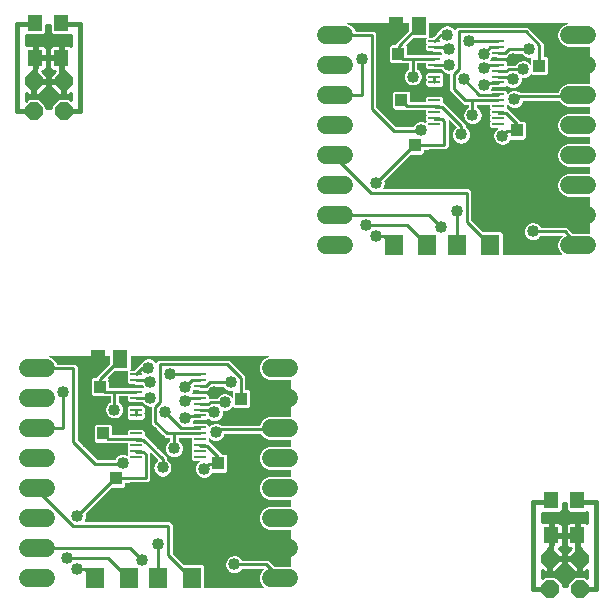
<source format=gtl>
G75*
%MOIN*%
%OFA0B0*%
%FSLAX25Y25*%
%IPPOS*%
%LPD*%
%AMOC8*
5,1,8,0,0,1.08239X$1,22.5*
%
%ADD10R,0.03937X0.00866*%
%ADD11R,0.03937X0.04331*%
%ADD12R,0.05118X0.05906*%
%ADD13C,0.06000*%
%ADD14R,0.06299X0.07098*%
%ADD15R,0.04902X0.05701*%
%ADD16OC8,0.06000*%
%ADD17C,0.01000*%
%ADD18C,0.04000*%
%ADD19C,0.00050*%
%ADD20C,0.01600*%
D10*
X0042618Y0048991D03*
X0042618Y0050959D03*
X0042618Y0052928D03*
X0042618Y0054896D03*
X0042618Y0056865D03*
X0042618Y0058833D03*
X0042618Y0060802D03*
X0042618Y0062770D03*
X0042618Y0064739D03*
X0042618Y0066707D03*
X0042618Y0068676D03*
X0042618Y0070644D03*
X0042618Y0072613D03*
X0042618Y0074581D03*
X0042618Y0076550D03*
X0063878Y0076550D03*
X0063878Y0074581D03*
X0063878Y0072613D03*
X0063878Y0070644D03*
X0063878Y0068676D03*
X0063878Y0066707D03*
X0063878Y0064739D03*
X0063878Y0062770D03*
X0063878Y0060802D03*
X0063878Y0058833D03*
X0063878Y0056865D03*
X0063878Y0054896D03*
X0063878Y0052928D03*
X0063878Y0050959D03*
X0063878Y0048991D03*
X0142118Y0159991D03*
X0142118Y0161959D03*
X0142118Y0163928D03*
X0142118Y0165896D03*
X0142118Y0167865D03*
X0142118Y0169833D03*
X0142118Y0171802D03*
X0142118Y0173770D03*
X0142118Y0175739D03*
X0142118Y0177707D03*
X0142118Y0179676D03*
X0142118Y0181644D03*
X0142118Y0183613D03*
X0142118Y0185581D03*
X0142118Y0187550D03*
X0163378Y0187550D03*
X0163378Y0185581D03*
X0163378Y0183613D03*
X0163378Y0181644D03*
X0163378Y0179676D03*
X0163378Y0177707D03*
X0163378Y0175739D03*
X0163378Y0173770D03*
X0163378Y0171802D03*
X0163378Y0169833D03*
X0163378Y0167865D03*
X0163378Y0165896D03*
X0163378Y0163928D03*
X0163378Y0161959D03*
X0163378Y0159991D03*
D11*
X0169618Y0157896D03*
X0169618Y0151204D03*
X0177118Y0172704D03*
X0177118Y0179396D03*
X0135618Y0152896D03*
X0135618Y0146204D03*
X0131118Y0161204D03*
X0131118Y0167896D03*
X0130118Y0176704D03*
X0130118Y0183396D03*
X0030618Y0072396D03*
X0030618Y0065704D03*
X0031618Y0056896D03*
X0031618Y0050204D03*
X0036118Y0041896D03*
X0036118Y0035204D03*
X0070118Y0040204D03*
X0070118Y0046896D03*
X0077618Y0061704D03*
X0077618Y0068396D03*
D12*
X0037358Y0081550D03*
X0029878Y0081550D03*
X0129378Y0192550D03*
X0136858Y0192550D03*
D13*
X0012618Y0008550D02*
X0006618Y0008550D01*
X0006618Y0018550D02*
X0012618Y0018550D01*
X0012618Y0028550D02*
X0006618Y0028550D01*
X0006618Y0038550D02*
X0012618Y0038550D01*
X0012618Y0048550D02*
X0006618Y0048550D01*
X0006618Y0058550D02*
X0012618Y0058550D01*
X0012618Y0068550D02*
X0006618Y0068550D01*
X0006618Y0078550D02*
X0012618Y0078550D01*
X0087618Y0078550D02*
X0093618Y0078550D01*
X0093618Y0068550D02*
X0087618Y0068550D01*
X0087618Y0058550D02*
X0093618Y0058550D01*
X0093618Y0048550D02*
X0087618Y0048550D01*
X0087618Y0038550D02*
X0093618Y0038550D01*
X0093618Y0028550D02*
X0087618Y0028550D01*
X0087618Y0018550D02*
X0093618Y0018550D01*
X0093618Y0008550D02*
X0087618Y0008550D01*
X0106118Y0119550D02*
X0112118Y0119550D01*
X0112118Y0129550D02*
X0106118Y0129550D01*
X0106118Y0139550D02*
X0112118Y0139550D01*
X0112118Y0149550D02*
X0106118Y0149550D01*
X0106118Y0159550D02*
X0112118Y0159550D01*
X0112118Y0169550D02*
X0106118Y0169550D01*
X0106118Y0179550D02*
X0112118Y0179550D01*
X0112118Y0189550D02*
X0106118Y0189550D01*
X0187118Y0189550D02*
X0193118Y0189550D01*
X0193118Y0179550D02*
X0187118Y0179550D01*
X0187118Y0169550D02*
X0193118Y0169550D01*
X0193118Y0159550D02*
X0187118Y0159550D01*
X0187118Y0149550D02*
X0193118Y0149550D01*
X0193118Y0139550D02*
X0187118Y0139550D01*
X0187118Y0129550D02*
X0193118Y0129550D01*
X0193118Y0119550D02*
X0187118Y0119550D01*
D14*
X0160717Y0119550D03*
X0149520Y0119550D03*
X0139717Y0119550D03*
X0128520Y0119550D03*
X0061217Y0008550D03*
X0050020Y0008550D03*
X0040217Y0008550D03*
X0029020Y0008550D03*
D15*
X0181118Y0022849D03*
X0189819Y0022849D03*
X0189819Y0034550D03*
X0181118Y0034550D03*
X0017701Y0181952D03*
X0009000Y0181952D03*
X0009000Y0193652D03*
X0017701Y0193652D03*
D16*
X0018500Y0174152D03*
X0018500Y0164152D03*
X0008500Y0164152D03*
X0008500Y0174152D03*
X0180618Y0015050D03*
X0180618Y0005050D03*
X0190618Y0005050D03*
X0190618Y0015050D03*
D17*
X0190118Y0015029D02*
X0181118Y0015029D01*
X0181118Y0014550D02*
X0181118Y0015550D01*
X0180118Y0015550D01*
X0180118Y0018499D01*
X0180618Y0018499D01*
X0180618Y0022349D01*
X0181618Y0022349D01*
X0181618Y0019550D01*
X0181118Y0019550D01*
X0181118Y0015550D01*
X0185118Y0015550D01*
X0185118Y0016914D01*
X0183533Y0018499D01*
X0183766Y0018499D01*
X0184148Y0018601D01*
X0184490Y0018799D01*
X0184769Y0019078D01*
X0184967Y0019420D01*
X0185069Y0019801D01*
X0185069Y0022349D01*
X0181618Y0022349D01*
X0181618Y0023349D01*
X0185069Y0023349D01*
X0185069Y0025897D01*
X0184967Y0026279D01*
X0184769Y0026621D01*
X0184490Y0026900D01*
X0184148Y0027097D01*
X0183766Y0027200D01*
X0181618Y0027200D01*
X0181618Y0023349D01*
X0180618Y0023349D01*
X0180618Y0027200D01*
X0178470Y0027200D01*
X0178118Y0027105D01*
X0178118Y0030410D01*
X0178129Y0030400D01*
X0184107Y0030400D01*
X0184869Y0031161D01*
X0184869Y0033761D01*
X0186068Y0033761D01*
X0186068Y0031161D01*
X0186830Y0030400D01*
X0192808Y0030400D01*
X0193069Y0030660D01*
X0193069Y0026970D01*
X0192849Y0027097D01*
X0192467Y0027200D01*
X0190319Y0027200D01*
X0190319Y0023349D01*
X0189319Y0023349D01*
X0189319Y0022349D01*
X0190319Y0022349D01*
X0190319Y0018499D01*
X0191118Y0018499D01*
X0191118Y0015550D01*
X0190118Y0015550D01*
X0190118Y0014550D01*
X0186118Y0014550D01*
X0186118Y0013186D01*
X0188754Y0010550D01*
X0190118Y0010550D01*
X0190118Y0014550D01*
X0191118Y0014550D01*
X0191118Y0010550D01*
X0192482Y0010550D01*
X0193069Y0011137D01*
X0193069Y0008680D01*
X0192399Y0009350D01*
X0188837Y0009350D01*
X0186318Y0006831D01*
X0186318Y0006050D01*
X0184918Y0006050D01*
X0184918Y0006831D01*
X0182399Y0009350D01*
X0178837Y0009350D01*
X0178118Y0008631D01*
X0178118Y0011186D01*
X0178754Y0010550D01*
X0180118Y0010550D01*
X0180118Y0014550D01*
X0181118Y0014550D01*
X0181118Y0010550D01*
X0182482Y0010550D01*
X0185118Y0013186D01*
X0185118Y0014550D01*
X0181118Y0014550D01*
X0181118Y0014031D02*
X0180118Y0014031D01*
X0180118Y0013032D02*
X0181118Y0013032D01*
X0181118Y0012034D02*
X0180118Y0012034D01*
X0180118Y0011035D02*
X0181118Y0011035D01*
X0182967Y0011035D02*
X0188269Y0011035D01*
X0187271Y0012034D02*
X0183966Y0012034D01*
X0184964Y0013032D02*
X0186272Y0013032D01*
X0186118Y0014031D02*
X0185118Y0014031D01*
X0186118Y0015550D02*
X0186118Y0016914D01*
X0187703Y0018499D01*
X0187171Y0018499D01*
X0186789Y0018601D01*
X0186447Y0018799D01*
X0186168Y0019078D01*
X0185970Y0019420D01*
X0185868Y0019801D01*
X0185868Y0022349D01*
X0189319Y0022349D01*
X0189319Y0019550D01*
X0190118Y0019550D01*
X0190118Y0015550D01*
X0186118Y0015550D01*
X0186118Y0016028D02*
X0185118Y0016028D01*
X0185006Y0017026D02*
X0186230Y0017026D01*
X0187229Y0018025D02*
X0184007Y0018025D01*
X0184715Y0019023D02*
X0186222Y0019023D01*
X0185868Y0020022D02*
X0185069Y0020022D01*
X0185069Y0021020D02*
X0185868Y0021020D01*
X0185868Y0022019D02*
X0185069Y0022019D01*
X0185868Y0023349D02*
X0185868Y0025897D01*
X0185970Y0026279D01*
X0186168Y0026621D01*
X0186447Y0026900D01*
X0186789Y0027097D01*
X0187171Y0027200D01*
X0189319Y0027200D01*
X0189319Y0023349D01*
X0185868Y0023349D01*
X0185868Y0024016D02*
X0185069Y0024016D01*
X0185069Y0025014D02*
X0185868Y0025014D01*
X0185899Y0026013D02*
X0185038Y0026013D01*
X0184297Y0027011D02*
X0186640Y0027011D01*
X0189319Y0027011D02*
X0190319Y0027011D01*
X0190319Y0026013D02*
X0189319Y0026013D01*
X0189319Y0025014D02*
X0190319Y0025014D01*
X0190319Y0024016D02*
X0189319Y0024016D01*
X0189319Y0023017D02*
X0181618Y0023017D01*
X0181618Y0022019D02*
X0180618Y0022019D01*
X0180618Y0021020D02*
X0181618Y0021020D01*
X0181618Y0020022D02*
X0180618Y0020022D01*
X0180618Y0019023D02*
X0181118Y0019023D01*
X0181118Y0018025D02*
X0180118Y0018025D01*
X0180118Y0017026D02*
X0181118Y0017026D01*
X0181118Y0016028D02*
X0180118Y0016028D01*
X0178269Y0011035D02*
X0178118Y0011035D01*
X0178118Y0010037D02*
X0193069Y0010037D01*
X0193069Y0011035D02*
X0192967Y0011035D01*
X0191118Y0011035D02*
X0190118Y0011035D01*
X0190118Y0012034D02*
X0191118Y0012034D01*
X0191118Y0013032D02*
X0190118Y0013032D01*
X0190118Y0014031D02*
X0191118Y0014031D01*
X0191118Y0016028D02*
X0190118Y0016028D01*
X0190118Y0017026D02*
X0191118Y0017026D01*
X0191118Y0018025D02*
X0190118Y0018025D01*
X0190118Y0019023D02*
X0190319Y0019023D01*
X0190319Y0020022D02*
X0189319Y0020022D01*
X0189319Y0021020D02*
X0190319Y0021020D01*
X0190319Y0022019D02*
X0189319Y0022019D01*
X0192998Y0027011D02*
X0193069Y0027011D01*
X0193069Y0028010D02*
X0178118Y0028010D01*
X0178118Y0029008D02*
X0193069Y0029008D01*
X0193069Y0030007D02*
X0178118Y0030007D01*
X0180618Y0027011D02*
X0181618Y0027011D01*
X0181618Y0026013D02*
X0180618Y0026013D01*
X0180618Y0025014D02*
X0181618Y0025014D01*
X0181618Y0024016D02*
X0180618Y0024016D01*
X0184713Y0031005D02*
X0186224Y0031005D01*
X0186068Y0032004D02*
X0184869Y0032004D01*
X0184869Y0033002D02*
X0186068Y0033002D01*
X0188525Y0009038D02*
X0182711Y0009038D01*
X0183710Y0008040D02*
X0187527Y0008040D01*
X0186528Y0007041D02*
X0184708Y0007041D01*
X0178525Y0009038D02*
X0178118Y0009038D01*
X0192711Y0009038D02*
X0193069Y0009038D01*
X0090618Y0008550D02*
X0086018Y0013150D01*
X0075418Y0013150D01*
X0061217Y0008550D02*
X0061118Y0008550D01*
X0053418Y0016250D01*
X0053418Y0025950D01*
X0021618Y0025950D01*
X0009618Y0037950D01*
X0009618Y0038550D01*
X0023018Y0029250D02*
X0035418Y0041650D01*
X0035718Y0041650D01*
X0036118Y0041896D01*
X0036118Y0041950D01*
X0045918Y0041950D01*
X0045918Y0049950D01*
X0045118Y0050750D01*
X0042818Y0050750D01*
X0042618Y0050950D01*
X0042618Y0050959D01*
X0043018Y0054750D02*
X0042618Y0054896D01*
X0042618Y0054950D01*
X0042518Y0055050D01*
X0033418Y0055050D01*
X0031618Y0056850D01*
X0031618Y0056896D01*
X0030218Y0061150D02*
X0028318Y0061150D01*
X0028318Y0053550D01*
X0031618Y0050250D01*
X0031618Y0050204D01*
X0029118Y0046650D02*
X0021718Y0054050D01*
X0021718Y0078550D01*
X0009618Y0078550D01*
X0018418Y0070450D02*
X0018418Y0058550D01*
X0009618Y0058550D01*
X0025818Y0064750D02*
X0026918Y0065850D01*
X0027318Y0066150D01*
X0030418Y0066150D01*
X0030618Y0065704D01*
X0030618Y0061450D01*
X0030218Y0061150D01*
X0030618Y0061450D02*
X0039318Y0061450D01*
X0039318Y0065750D01*
X0040118Y0066550D01*
X0042518Y0066550D01*
X0042618Y0066650D01*
X0042618Y0066707D01*
X0042618Y0064739D02*
X0042618Y0062770D01*
X0042218Y0060950D02*
X0042618Y0060802D01*
X0042618Y0058833D01*
X0043018Y0058650D01*
X0045118Y0058650D01*
X0046818Y0056950D01*
X0049718Y0056950D01*
X0049718Y0052750D01*
X0053918Y0048550D01*
X0054818Y0048550D01*
X0054818Y0040150D01*
X0041018Y0040150D01*
X0036118Y0035250D01*
X0036118Y0035204D01*
X0037918Y0046650D02*
X0029118Y0046650D01*
X0037918Y0046650D02*
X0038218Y0046950D01*
X0043018Y0054750D02*
X0045118Y0054750D01*
X0051518Y0048350D01*
X0051518Y0045450D01*
X0054818Y0040150D02*
X0070118Y0040150D01*
X0070118Y0040204D01*
X0070418Y0040650D01*
X0073418Y0040650D01*
X0073418Y0046950D01*
X0079818Y0053350D01*
X0076518Y0060550D02*
X0077618Y0061650D01*
X0077618Y0061704D01*
X0078018Y0061950D01*
X0084618Y0068550D01*
X0090618Y0068550D01*
X0090618Y0058550D02*
X0090218Y0058150D01*
X0070118Y0058150D01*
X0069218Y0057250D01*
X0067318Y0060550D02*
X0076518Y0060550D01*
X0072218Y0067150D02*
X0067318Y0067150D01*
X0066918Y0066750D01*
X0064018Y0066750D01*
X0063918Y0066650D01*
X0063878Y0066707D01*
X0063818Y0068650D02*
X0063878Y0068676D01*
X0063818Y0068650D02*
X0060218Y0068650D01*
X0059018Y0067450D01*
X0059818Y0062750D02*
X0059018Y0061950D01*
X0059818Y0062750D02*
X0063818Y0062750D01*
X0063878Y0062770D01*
X0064418Y0064550D02*
X0068018Y0064550D01*
X0068718Y0063850D01*
X0067118Y0060750D02*
X0067318Y0060550D01*
X0067118Y0060750D02*
X0063918Y0060750D01*
X0063878Y0060802D01*
X0063878Y0058833D02*
X0063818Y0058750D01*
X0060518Y0058750D01*
X0060418Y0058650D01*
X0057618Y0058650D01*
X0052418Y0063850D01*
X0049118Y0065750D02*
X0050718Y0067350D01*
X0050718Y0079850D01*
X0073018Y0079850D01*
X0077618Y0075250D01*
X0077618Y0068396D01*
X0074318Y0073850D02*
X0067418Y0073850D01*
X0066118Y0072550D01*
X0063918Y0072550D01*
X0063878Y0072613D01*
X0063818Y0074550D02*
X0063878Y0074581D01*
X0063818Y0074550D02*
X0061318Y0074550D01*
X0059018Y0072250D01*
X0063878Y0076550D02*
X0054018Y0076550D01*
X0047418Y0073950D02*
X0046818Y0074550D01*
X0042618Y0074550D01*
X0042618Y0074581D01*
X0042518Y0072750D02*
X0037018Y0072750D01*
X0035418Y0074350D01*
X0035418Y0070750D02*
X0032218Y0070750D01*
X0030618Y0072350D01*
X0030618Y0072396D01*
X0030818Y0072850D01*
X0030818Y0075050D01*
X0037318Y0081550D01*
X0037358Y0081550D01*
X0042618Y0076550D02*
X0044818Y0078750D01*
X0046818Y0078750D01*
X0042518Y0072750D02*
X0042618Y0072650D01*
X0042618Y0072613D01*
X0042518Y0070750D02*
X0035418Y0070750D01*
X0035418Y0064750D01*
X0039318Y0061450D02*
X0039318Y0060950D01*
X0042218Y0060950D01*
X0049118Y0060650D02*
X0049118Y0065750D01*
X0047418Y0068750D02*
X0042618Y0068750D01*
X0042618Y0068676D01*
X0042618Y0070644D02*
X0042618Y0070650D01*
X0042518Y0070750D01*
X0049118Y0060650D02*
X0052918Y0056850D01*
X0055318Y0056850D01*
X0055318Y0051850D01*
X0055318Y0056850D02*
X0063818Y0056850D01*
X0063878Y0056865D01*
X0063878Y0052928D02*
X0063918Y0052850D01*
X0064018Y0052750D01*
X0066418Y0052750D01*
X0070118Y0049050D01*
X0070118Y0046896D01*
X0069718Y0046650D01*
X0066918Y0046650D01*
X0065318Y0045050D01*
X0069418Y0039750D02*
X0070118Y0040204D01*
X0069418Y0039750D02*
X0090618Y0018550D01*
X0050118Y0020050D02*
X0050118Y0008550D01*
X0050020Y0008550D01*
X0044718Y0014650D02*
X0040818Y0018550D01*
X0009618Y0018550D01*
X0019718Y0015250D02*
X0033418Y0015250D01*
X0040118Y0008550D01*
X0040217Y0008550D01*
X0029020Y0008550D02*
X0029018Y0008550D01*
X0025818Y0011750D01*
X0023018Y0011750D01*
X0063878Y0064739D02*
X0063918Y0064750D01*
X0064218Y0064750D01*
X0064418Y0064550D01*
X0064218Y0070550D02*
X0068818Y0070550D01*
X0064218Y0070550D02*
X0064118Y0070650D01*
X0063918Y0070650D01*
X0063878Y0070644D01*
X0029878Y0081550D02*
X0029818Y0081550D01*
X0027318Y0079050D01*
X0027318Y0066150D01*
X0109118Y0129550D02*
X0140318Y0129550D01*
X0144218Y0125650D01*
X0139717Y0119550D02*
X0139618Y0119550D01*
X0132918Y0126250D01*
X0119218Y0126250D01*
X0122518Y0122750D02*
X0125318Y0122750D01*
X0128518Y0119550D01*
X0128520Y0119550D01*
X0121118Y0136950D02*
X0109118Y0148950D01*
X0109118Y0149550D01*
X0121118Y0136950D02*
X0152918Y0136950D01*
X0152918Y0127250D01*
X0160618Y0119550D01*
X0160717Y0119550D01*
X0149618Y0119550D02*
X0149520Y0119550D01*
X0149618Y0119550D02*
X0149618Y0131050D01*
X0135618Y0146204D02*
X0135618Y0146250D01*
X0140518Y0151150D01*
X0154318Y0151150D01*
X0154318Y0159550D01*
X0153418Y0159550D01*
X0149218Y0163750D01*
X0149218Y0167950D01*
X0146318Y0167950D01*
X0144618Y0169650D01*
X0142518Y0169650D01*
X0142118Y0169833D01*
X0142118Y0171802D01*
X0141718Y0171950D01*
X0138818Y0171950D01*
X0138818Y0172450D01*
X0130118Y0172450D01*
X0129718Y0172150D01*
X0127818Y0172150D01*
X0127818Y0164550D01*
X0131118Y0161250D01*
X0131118Y0161204D01*
X0128618Y0157650D02*
X0121218Y0165050D01*
X0121218Y0189550D01*
X0109118Y0189550D01*
X0117918Y0181450D02*
X0117918Y0169550D01*
X0109118Y0169550D01*
X0125318Y0175750D02*
X0126418Y0176850D01*
X0126818Y0177150D01*
X0129918Y0177150D01*
X0130118Y0176704D01*
X0130118Y0172450D01*
X0131118Y0167896D02*
X0131118Y0167850D01*
X0132918Y0166050D01*
X0142018Y0166050D01*
X0142118Y0165950D01*
X0142118Y0165896D01*
X0142518Y0165750D01*
X0144618Y0165750D01*
X0151018Y0159350D01*
X0151018Y0156450D01*
X0154318Y0151150D02*
X0169618Y0151150D01*
X0169618Y0151204D01*
X0169918Y0151650D01*
X0172918Y0151650D01*
X0172918Y0157950D01*
X0179318Y0164350D01*
X0176018Y0171550D02*
X0177118Y0172650D01*
X0177118Y0172704D01*
X0177518Y0172950D01*
X0184118Y0179550D01*
X0190118Y0179550D01*
X0190118Y0169550D02*
X0189718Y0169150D01*
X0169618Y0169150D01*
X0168718Y0168250D01*
X0166818Y0171550D02*
X0176018Y0171550D01*
X0171718Y0178150D02*
X0166818Y0178150D01*
X0166418Y0177750D01*
X0163518Y0177750D01*
X0163418Y0177650D01*
X0163378Y0177707D01*
X0163318Y0179650D02*
X0163378Y0179676D01*
X0163318Y0179650D02*
X0159718Y0179650D01*
X0158518Y0178450D01*
X0159318Y0173750D02*
X0158518Y0172950D01*
X0159318Y0173750D02*
X0163318Y0173750D01*
X0163378Y0173770D01*
X0163918Y0175550D02*
X0167518Y0175550D01*
X0168218Y0174850D01*
X0166618Y0171750D02*
X0166818Y0171550D01*
X0166618Y0171750D02*
X0163418Y0171750D01*
X0163378Y0171802D01*
X0163378Y0169833D02*
X0163318Y0169750D01*
X0160018Y0169750D01*
X0159918Y0169650D01*
X0157118Y0169650D01*
X0151918Y0174850D01*
X0148618Y0176750D02*
X0148618Y0171650D01*
X0152418Y0167850D01*
X0154818Y0167850D01*
X0154818Y0162850D01*
X0154818Y0167850D02*
X0163318Y0167850D01*
X0163378Y0167865D01*
X0163378Y0163928D02*
X0163418Y0163850D01*
X0163518Y0163750D01*
X0165918Y0163750D01*
X0169618Y0160050D01*
X0169618Y0157896D01*
X0169218Y0157650D01*
X0166418Y0157650D01*
X0164818Y0156050D01*
X0168918Y0150750D02*
X0169618Y0151204D01*
X0168918Y0150750D02*
X0190118Y0129550D01*
X0185518Y0124150D02*
X0174918Y0124150D01*
X0185518Y0124150D02*
X0190118Y0119550D01*
X0145418Y0152950D02*
X0135618Y0152950D01*
X0135618Y0152896D01*
X0135218Y0152650D01*
X0134918Y0152650D01*
X0122518Y0140250D01*
X0128618Y0157650D02*
X0137418Y0157650D01*
X0137718Y0157950D01*
X0142118Y0161950D02*
X0142118Y0161959D01*
X0142118Y0161950D02*
X0142318Y0161750D01*
X0144618Y0161750D01*
X0145418Y0160950D01*
X0145418Y0152950D01*
X0138818Y0172450D02*
X0138818Y0176750D01*
X0139618Y0177550D01*
X0142018Y0177550D01*
X0142118Y0177650D01*
X0142118Y0177707D01*
X0142118Y0175739D02*
X0142118Y0173770D01*
X0142118Y0179676D02*
X0142118Y0179750D01*
X0146918Y0179750D01*
X0148618Y0176750D02*
X0150218Y0178350D01*
X0150218Y0190850D01*
X0172518Y0190850D01*
X0177118Y0186250D01*
X0177118Y0179396D01*
X0173818Y0184850D02*
X0166918Y0184850D01*
X0165618Y0183550D01*
X0163418Y0183550D01*
X0163378Y0183613D01*
X0163318Y0185550D02*
X0163378Y0185581D01*
X0163318Y0185550D02*
X0160818Y0185550D01*
X0158518Y0183250D01*
X0163378Y0187550D02*
X0153518Y0187550D01*
X0146918Y0184950D02*
X0146318Y0185550D01*
X0142118Y0185550D01*
X0142118Y0185581D01*
X0142018Y0183750D02*
X0136518Y0183750D01*
X0134918Y0185350D01*
X0134918Y0181750D02*
X0131718Y0181750D01*
X0130118Y0183350D01*
X0130118Y0183396D01*
X0130318Y0183850D01*
X0130318Y0186050D01*
X0136818Y0192550D01*
X0136858Y0192550D01*
X0142118Y0187550D02*
X0144318Y0189750D01*
X0146318Y0189750D01*
X0142018Y0183750D02*
X0142118Y0183650D01*
X0142118Y0183613D01*
X0142018Y0181750D02*
X0134918Y0181750D01*
X0134918Y0175750D01*
X0126818Y0177150D02*
X0126818Y0190050D01*
X0129318Y0192550D01*
X0129378Y0192550D01*
X0142018Y0181750D02*
X0142118Y0181650D01*
X0142118Y0181644D01*
X0163378Y0181644D02*
X0163418Y0181650D01*
X0163618Y0181650D01*
X0163718Y0181550D01*
X0168318Y0181550D01*
X0163718Y0175750D02*
X0163918Y0175550D01*
X0163718Y0175750D02*
X0163418Y0175750D01*
X0163378Y0175739D01*
X0020951Y0170239D02*
X0020951Y0167783D01*
X0020281Y0168452D01*
X0016719Y0168452D01*
X0014200Y0165933D01*
X0014200Y0165152D01*
X0012800Y0165152D01*
X0012800Y0165933D01*
X0010281Y0168452D01*
X0006719Y0168452D01*
X0006000Y0167733D01*
X0006000Y0170288D01*
X0006636Y0169652D01*
X0008000Y0169652D01*
X0008000Y0173652D01*
X0009000Y0173652D01*
X0009000Y0169652D01*
X0010364Y0169652D01*
X0013000Y0172288D01*
X0013000Y0173652D01*
X0009000Y0173652D01*
X0009000Y0174652D01*
X0013000Y0174652D01*
X0013000Y0176016D01*
X0011415Y0177601D01*
X0011648Y0177601D01*
X0012030Y0177703D01*
X0012372Y0177901D01*
X0012651Y0178180D01*
X0012849Y0178522D01*
X0012951Y0178904D01*
X0012951Y0181452D01*
X0009500Y0181452D01*
X0009500Y0182452D01*
X0008500Y0182452D01*
X0008500Y0186302D01*
X0006352Y0186302D01*
X0006000Y0186208D01*
X0006000Y0189513D01*
X0006011Y0189502D01*
X0011989Y0189502D01*
X0012751Y0190263D01*
X0012751Y0192863D01*
X0013950Y0192863D01*
X0013950Y0190263D01*
X0014712Y0189502D01*
X0020690Y0189502D01*
X0020951Y0189763D01*
X0020951Y0186073D01*
X0020731Y0186200D01*
X0020349Y0186302D01*
X0018201Y0186302D01*
X0018201Y0182452D01*
X0017201Y0182452D01*
X0017201Y0186302D01*
X0015053Y0186302D01*
X0014671Y0186200D01*
X0014329Y0186002D01*
X0014050Y0185723D01*
X0013852Y0185381D01*
X0013750Y0184999D01*
X0013750Y0182452D01*
X0017201Y0182452D01*
X0017201Y0181452D01*
X0013750Y0181452D01*
X0013750Y0178904D01*
X0013852Y0178522D01*
X0014050Y0178180D01*
X0014329Y0177901D01*
X0014671Y0177703D01*
X0015053Y0177601D01*
X0015585Y0177601D01*
X0014000Y0176016D01*
X0014000Y0174652D01*
X0018000Y0174652D01*
X0018000Y0173652D01*
X0019000Y0173652D01*
X0019000Y0169652D01*
X0020364Y0169652D01*
X0020951Y0170239D01*
X0020951Y0169798D02*
X0020510Y0169798D01*
X0020951Y0168800D02*
X0006000Y0168800D01*
X0006000Y0169798D02*
X0006490Y0169798D01*
X0008000Y0169798D02*
X0009000Y0169798D01*
X0009000Y0170797D02*
X0008000Y0170797D01*
X0008000Y0171795D02*
X0009000Y0171795D01*
X0009000Y0172794D02*
X0008000Y0172794D01*
X0009000Y0173792D02*
X0018000Y0173792D01*
X0018000Y0173652D02*
X0014000Y0173652D01*
X0014000Y0172288D01*
X0016636Y0169652D01*
X0018000Y0169652D01*
X0018000Y0173652D01*
X0018000Y0172794D02*
X0019000Y0172794D01*
X0019000Y0171795D02*
X0018000Y0171795D01*
X0018000Y0170797D02*
X0019000Y0170797D01*
X0019000Y0169798D02*
X0018000Y0169798D01*
X0016490Y0169798D02*
X0010510Y0169798D01*
X0011509Y0170797D02*
X0015491Y0170797D01*
X0014493Y0171795D02*
X0012507Y0171795D01*
X0013000Y0172794D02*
X0014000Y0172794D01*
X0014000Y0174791D02*
X0013000Y0174791D01*
X0013000Y0175789D02*
X0014000Y0175789D01*
X0014772Y0176788D02*
X0012228Y0176788D01*
X0012174Y0177787D02*
X0014527Y0177787D01*
X0013782Y0178785D02*
X0012919Y0178785D01*
X0012951Y0179784D02*
X0013750Y0179784D01*
X0013750Y0180782D02*
X0012951Y0180782D01*
X0012951Y0182452D02*
X0012951Y0184999D01*
X0012849Y0185381D01*
X0012651Y0185723D01*
X0012372Y0186002D01*
X0012030Y0186200D01*
X0011648Y0186302D01*
X0009500Y0186302D01*
X0009500Y0182452D01*
X0012951Y0182452D01*
X0012951Y0182779D02*
X0013750Y0182779D01*
X0013750Y0183778D02*
X0012951Y0183778D01*
X0012951Y0184776D02*
X0013750Y0184776D01*
X0014101Y0185775D02*
X0012599Y0185775D01*
X0009500Y0185775D02*
X0008500Y0185775D01*
X0008500Y0184776D02*
X0009500Y0184776D01*
X0009500Y0183778D02*
X0008500Y0183778D01*
X0008500Y0182779D02*
X0009500Y0182779D01*
X0009500Y0181781D02*
X0017201Y0181781D01*
X0017201Y0181452D02*
X0018201Y0181452D01*
X0018201Y0177601D01*
X0019000Y0177601D01*
X0019000Y0174652D01*
X0018000Y0174652D01*
X0018000Y0178652D01*
X0017201Y0178652D01*
X0017201Y0181452D01*
X0017201Y0180782D02*
X0018201Y0180782D01*
X0018201Y0179784D02*
X0017201Y0179784D01*
X0017201Y0178785D02*
X0018201Y0178785D01*
X0018201Y0177787D02*
X0018000Y0177787D01*
X0018000Y0176788D02*
X0019000Y0176788D01*
X0019000Y0175789D02*
X0018000Y0175789D01*
X0018000Y0174791D02*
X0019000Y0174791D01*
X0020932Y0167801D02*
X0020951Y0167801D01*
X0016068Y0167801D02*
X0010932Y0167801D01*
X0011931Y0166803D02*
X0015069Y0166803D01*
X0014200Y0165804D02*
X0012800Y0165804D01*
X0006068Y0167801D02*
X0006000Y0167801D01*
X0008000Y0174652D02*
X0008000Y0177601D01*
X0008500Y0177601D01*
X0008500Y0181452D01*
X0009500Y0181452D01*
X0009500Y0178652D01*
X0009000Y0178652D01*
X0009000Y0174652D01*
X0008000Y0174652D01*
X0008000Y0174791D02*
X0009000Y0174791D01*
X0009000Y0175789D02*
X0008000Y0175789D01*
X0008000Y0176788D02*
X0009000Y0176788D01*
X0009000Y0177787D02*
X0008500Y0177787D01*
X0008500Y0178785D02*
X0009500Y0178785D01*
X0009500Y0179784D02*
X0008500Y0179784D01*
X0008500Y0180782D02*
X0009500Y0180782D01*
X0006000Y0186773D02*
X0020951Y0186773D01*
X0020951Y0187772D02*
X0006000Y0187772D01*
X0006000Y0188770D02*
X0020951Y0188770D01*
X0018201Y0185775D02*
X0017201Y0185775D01*
X0017201Y0184776D02*
X0018201Y0184776D01*
X0018201Y0183778D02*
X0017201Y0183778D01*
X0017201Y0182779D02*
X0018201Y0182779D01*
X0014445Y0189769D02*
X0012256Y0189769D01*
X0012751Y0190767D02*
X0013950Y0190767D01*
X0013950Y0191766D02*
X0012751Y0191766D01*
X0012751Y0192764D02*
X0013950Y0192764D01*
D18*
X0117918Y0181450D03*
X0125318Y0175750D03*
X0134918Y0175750D03*
X0134918Y0185350D03*
X0146918Y0184950D03*
X0146918Y0179750D03*
X0151918Y0174850D03*
X0158518Y0172950D03*
X0158518Y0178450D03*
X0158518Y0183250D03*
X0153518Y0187550D03*
X0146318Y0189750D03*
X0168318Y0181550D03*
X0171718Y0178150D03*
X0168218Y0174850D03*
X0168718Y0168250D03*
X0179318Y0164350D03*
X0164818Y0156050D03*
X0154818Y0162850D03*
X0151018Y0156450D03*
X0137718Y0157950D03*
X0122518Y0140250D03*
X0119218Y0126250D03*
X0122518Y0122750D03*
X0144218Y0125650D03*
X0149618Y0131050D03*
X0174918Y0124150D03*
X0173818Y0184850D03*
X0074318Y0073850D03*
X0068818Y0070550D03*
X0072218Y0067150D03*
X0068718Y0063850D03*
X0069218Y0057250D03*
X0059018Y0061950D03*
X0059018Y0067450D03*
X0059018Y0072250D03*
X0054018Y0076550D03*
X0047418Y0073950D03*
X0046818Y0078750D03*
X0047418Y0068750D03*
X0052418Y0063850D03*
X0055318Y0051850D03*
X0051518Y0045450D03*
X0038218Y0046950D03*
X0035418Y0064750D03*
X0025818Y0064750D03*
X0018418Y0070450D03*
X0035418Y0074350D03*
X0065318Y0045050D03*
X0079818Y0053350D03*
X0050118Y0020050D03*
X0044718Y0014650D03*
X0023018Y0011750D03*
X0019718Y0015250D03*
X0023018Y0029250D03*
X0075418Y0013150D03*
D19*
X0072618Y0014294D02*
X0057531Y0014294D01*
X0057483Y0014342D02*
X0072638Y0014342D01*
X0072658Y0014391D02*
X0057434Y0014391D01*
X0057386Y0014439D02*
X0072678Y0014439D01*
X0072698Y0014488D02*
X0057337Y0014488D01*
X0057289Y0014536D02*
X0072718Y0014536D01*
X0072738Y0014585D02*
X0057240Y0014585D01*
X0057192Y0014633D02*
X0072758Y0014633D01*
X0072778Y0014682D02*
X0057143Y0014682D01*
X0057095Y0014730D02*
X0072798Y0014730D01*
X0072819Y0014779D02*
X0057046Y0014779D01*
X0056998Y0014827D02*
X0072839Y0014827D01*
X0072854Y0014864D02*
X0072393Y0013752D01*
X0072393Y0012548D01*
X0072854Y0011436D01*
X0073705Y0010586D01*
X0074816Y0010125D01*
X0076020Y0010125D01*
X0077132Y0010586D01*
X0077983Y0011436D01*
X0078061Y0011625D01*
X0085001Y0011625D01*
X0084206Y0010830D01*
X0083593Y0009351D01*
X0083593Y0007749D01*
X0084206Y0006270D01*
X0084901Y0005575D01*
X0065391Y0005575D01*
X0065391Y0012524D01*
X0064791Y0013124D01*
X0058701Y0013124D01*
X0054943Y0016882D01*
X0054943Y0026582D01*
X0054050Y0027475D01*
X0025521Y0027475D01*
X0025583Y0027536D01*
X0026043Y0028648D01*
X0026043Y0029852D01*
X0025965Y0030040D01*
X0034631Y0038706D01*
X0038511Y0038706D01*
X0039112Y0039307D01*
X0039112Y0040425D01*
X0046550Y0040425D01*
X0047443Y0041318D01*
X0047443Y0050268D01*
X0049751Y0047961D01*
X0048954Y0047164D01*
X0048493Y0046052D01*
X0048493Y0044848D01*
X0048954Y0043736D01*
X0049805Y0042886D01*
X0050916Y0042425D01*
X0052120Y0042425D01*
X0053232Y0042886D01*
X0054083Y0043736D01*
X0054543Y0044848D01*
X0054543Y0046052D01*
X0054083Y0047164D01*
X0053232Y0048014D01*
X0053043Y0048093D01*
X0053043Y0048982D01*
X0046643Y0055382D01*
X0045750Y0056275D01*
X0045612Y0056275D01*
X0045612Y0057723D01*
X0045011Y0058323D01*
X0040225Y0058323D01*
X0039625Y0057723D01*
X0039625Y0056575D01*
X0034612Y0056575D01*
X0034612Y0059486D01*
X0034011Y0060087D01*
X0029225Y0060087D01*
X0028625Y0059486D01*
X0028625Y0054307D01*
X0029225Y0053706D01*
X0032605Y0053706D01*
X0032786Y0053525D01*
X0039625Y0053525D01*
X0039625Y0052070D01*
X0039751Y0051944D01*
X0039625Y0051817D01*
X0039625Y0050102D01*
X0039751Y0049975D01*
X0039625Y0049849D01*
X0039625Y0049642D01*
X0038820Y0049975D01*
X0037616Y0049975D01*
X0036505Y0049514D01*
X0035654Y0048664D01*
X0035451Y0048175D01*
X0029750Y0048175D01*
X0023243Y0054682D01*
X0023243Y0079182D01*
X0022350Y0080075D01*
X0033686Y0080075D01*
X0033638Y0080026D02*
X0022398Y0080026D01*
X0022447Y0079978D02*
X0033589Y0079978D01*
X0033541Y0079929D02*
X0022495Y0079929D01*
X0022544Y0079881D02*
X0033492Y0079881D01*
X0033444Y0079832D02*
X0022592Y0079832D01*
X0022641Y0079784D02*
X0033395Y0079784D01*
X0033347Y0079735D02*
X0022689Y0079735D01*
X0022738Y0079687D02*
X0033298Y0079687D01*
X0033250Y0079638D02*
X0022786Y0079638D01*
X0022835Y0079590D02*
X0033201Y0079590D01*
X0033153Y0079541D02*
X0022883Y0079541D01*
X0022932Y0079493D02*
X0033104Y0079493D01*
X0033056Y0079444D02*
X0022980Y0079444D01*
X0023029Y0079396D02*
X0033007Y0079396D01*
X0032959Y0079347D02*
X0023077Y0079347D01*
X0023126Y0079299D02*
X0032910Y0079299D01*
X0032862Y0079250D02*
X0023175Y0079250D01*
X0023223Y0079202D02*
X0032813Y0079202D01*
X0032765Y0079153D02*
X0023243Y0079153D01*
X0023243Y0079105D02*
X0032716Y0079105D01*
X0032668Y0079056D02*
X0023243Y0079056D01*
X0023243Y0079008D02*
X0032619Y0079008D01*
X0032571Y0078959D02*
X0023243Y0078959D01*
X0023243Y0078911D02*
X0032522Y0078911D01*
X0032474Y0078862D02*
X0023243Y0078862D01*
X0023243Y0078814D02*
X0032425Y0078814D01*
X0032377Y0078765D02*
X0023243Y0078765D01*
X0023243Y0078717D02*
X0032328Y0078717D01*
X0032280Y0078668D02*
X0023243Y0078668D01*
X0023243Y0078620D02*
X0032231Y0078620D01*
X0032183Y0078571D02*
X0023243Y0078571D01*
X0023243Y0078523D02*
X0032134Y0078523D01*
X0032086Y0078474D02*
X0023243Y0078474D01*
X0023243Y0078426D02*
X0032037Y0078426D01*
X0031988Y0078377D02*
X0023243Y0078377D01*
X0023243Y0078329D02*
X0031940Y0078329D01*
X0031891Y0078280D02*
X0023243Y0078280D01*
X0023243Y0078232D02*
X0031843Y0078232D01*
X0031794Y0078183D02*
X0023243Y0078183D01*
X0023243Y0078134D02*
X0031746Y0078134D01*
X0031697Y0078086D02*
X0023243Y0078086D01*
X0023243Y0078037D02*
X0031649Y0078037D01*
X0031600Y0077989D02*
X0023243Y0077989D01*
X0023243Y0077940D02*
X0031552Y0077940D01*
X0031503Y0077892D02*
X0023243Y0077892D01*
X0023243Y0077843D02*
X0031455Y0077843D01*
X0031406Y0077795D02*
X0023243Y0077795D01*
X0023243Y0077746D02*
X0031358Y0077746D01*
X0031309Y0077698D02*
X0023243Y0077698D01*
X0023243Y0077649D02*
X0031261Y0077649D01*
X0031212Y0077601D02*
X0023243Y0077601D01*
X0023243Y0077552D02*
X0031164Y0077552D01*
X0031115Y0077504D02*
X0023243Y0077504D01*
X0023243Y0077455D02*
X0031067Y0077455D01*
X0031018Y0077407D02*
X0023243Y0077407D01*
X0023243Y0077358D02*
X0030970Y0077358D01*
X0030921Y0077310D02*
X0023243Y0077310D01*
X0023243Y0077261D02*
X0030873Y0077261D01*
X0030824Y0077213D02*
X0023243Y0077213D01*
X0023243Y0077164D02*
X0030776Y0077164D01*
X0030727Y0077116D02*
X0023243Y0077116D01*
X0023243Y0077067D02*
X0030679Y0077067D01*
X0030630Y0077019D02*
X0023243Y0077019D01*
X0023243Y0076970D02*
X0030582Y0076970D01*
X0030533Y0076922D02*
X0023243Y0076922D01*
X0023243Y0076873D02*
X0030485Y0076873D01*
X0030436Y0076825D02*
X0023243Y0076825D01*
X0023243Y0076776D02*
X0030388Y0076776D01*
X0030339Y0076728D02*
X0023243Y0076728D01*
X0023243Y0076679D02*
X0030291Y0076679D01*
X0030242Y0076631D02*
X0023243Y0076631D01*
X0023243Y0076582D02*
X0030194Y0076582D01*
X0030186Y0076575D02*
X0029293Y0075682D01*
X0029293Y0075587D01*
X0028225Y0075587D01*
X0027625Y0074986D01*
X0027625Y0069807D01*
X0028225Y0069206D01*
X0033011Y0069206D01*
X0033030Y0069225D01*
X0033893Y0069225D01*
X0033893Y0067393D01*
X0033705Y0067314D01*
X0032854Y0066464D01*
X0032393Y0065352D01*
X0032393Y0064148D01*
X0032854Y0063036D01*
X0033705Y0062186D01*
X0034816Y0061725D01*
X0036020Y0061725D01*
X0037132Y0062186D01*
X0037983Y0063036D01*
X0038443Y0064148D01*
X0038443Y0065352D01*
X0037983Y0066464D01*
X0037132Y0067314D01*
X0036943Y0067393D01*
X0036943Y0069225D01*
X0039625Y0069225D01*
X0039625Y0067818D01*
X0040225Y0067218D01*
X0041920Y0067218D01*
X0041986Y0067151D01*
X0043250Y0067151D01*
X0043317Y0067218D01*
X0044778Y0067218D01*
X0044854Y0067036D01*
X0045705Y0066186D01*
X0046816Y0065725D01*
X0047593Y0065725D01*
X0047593Y0060018D01*
X0048486Y0059125D01*
X0052286Y0055325D01*
X0053793Y0055325D01*
X0053793Y0054493D01*
X0053605Y0054414D01*
X0052754Y0053564D01*
X0052293Y0052452D01*
X0052293Y0051248D01*
X0052754Y0050136D01*
X0053605Y0049286D01*
X0054716Y0048825D01*
X0055920Y0048825D01*
X0057032Y0049286D01*
X0057883Y0050136D01*
X0058343Y0051248D01*
X0058343Y0052452D01*
X0057883Y0053564D01*
X0057032Y0054414D01*
X0056843Y0054493D01*
X0056843Y0055325D01*
X0060884Y0055325D01*
X0060884Y0054039D01*
X0061011Y0053912D01*
X0060884Y0053786D01*
X0060884Y0052070D01*
X0061011Y0051944D01*
X0060884Y0051817D01*
X0060884Y0050102D01*
X0061011Y0049975D01*
X0060884Y0049849D01*
X0060884Y0048133D01*
X0061485Y0047533D01*
X0063523Y0047533D01*
X0062754Y0046764D01*
X0062293Y0045652D01*
X0062293Y0044448D01*
X0062754Y0043336D01*
X0063605Y0042486D01*
X0064716Y0042025D01*
X0065920Y0042025D01*
X0067032Y0042486D01*
X0067883Y0043336D01*
X0068036Y0043706D01*
X0072511Y0043706D01*
X0073112Y0044307D01*
X0073112Y0049486D01*
X0072511Y0050087D01*
X0071238Y0050087D01*
X0067050Y0054275D01*
X0066871Y0054275D01*
X0066871Y0055319D01*
X0067505Y0054686D01*
X0068616Y0054225D01*
X0069820Y0054225D01*
X0070932Y0054686D01*
X0071783Y0055536D01*
X0072233Y0056625D01*
X0084059Y0056625D01*
X0084206Y0056270D01*
X0085338Y0055138D01*
X0086817Y0054525D01*
X0094093Y0054525D01*
X0094093Y0052575D01*
X0086817Y0052575D01*
X0085338Y0051962D01*
X0084206Y0050830D01*
X0083593Y0049351D01*
X0083593Y0047749D01*
X0084206Y0046270D01*
X0085338Y0045138D01*
X0086817Y0044525D01*
X0094093Y0044525D01*
X0094093Y0042575D01*
X0086817Y0042575D01*
X0085338Y0041962D01*
X0084206Y0040830D01*
X0083593Y0039351D01*
X0083593Y0037749D01*
X0084206Y0036270D01*
X0085338Y0035138D01*
X0086817Y0034525D01*
X0094093Y0034525D01*
X0094093Y0032575D01*
X0086817Y0032575D01*
X0085338Y0031962D01*
X0084206Y0030830D01*
X0083593Y0029351D01*
X0083593Y0027749D01*
X0084206Y0026270D01*
X0085338Y0025138D01*
X0086817Y0024525D01*
X0094093Y0024525D01*
X0094093Y0012575D01*
X0088750Y0012575D01*
X0087543Y0013782D01*
X0086650Y0014675D01*
X0078061Y0014675D01*
X0077983Y0014864D01*
X0077132Y0015714D01*
X0076020Y0016175D01*
X0074816Y0016175D01*
X0073705Y0015714D01*
X0072854Y0014864D01*
X0072866Y0014876D02*
X0056949Y0014876D01*
X0056901Y0014924D02*
X0072914Y0014924D01*
X0072963Y0014973D02*
X0056852Y0014973D01*
X0056804Y0015021D02*
X0073011Y0015021D01*
X0073060Y0015070D02*
X0056755Y0015070D01*
X0056706Y0015118D02*
X0073108Y0015118D01*
X0073157Y0015167D02*
X0056658Y0015167D01*
X0056609Y0015215D02*
X0073205Y0015215D01*
X0073254Y0015264D02*
X0056561Y0015264D01*
X0056512Y0015312D02*
X0073302Y0015312D01*
X0073351Y0015361D02*
X0056464Y0015361D01*
X0056415Y0015409D02*
X0073399Y0015409D01*
X0073448Y0015458D02*
X0056367Y0015458D01*
X0056318Y0015506D02*
X0073496Y0015506D01*
X0073545Y0015555D02*
X0056270Y0015555D01*
X0056221Y0015603D02*
X0073594Y0015603D01*
X0073642Y0015652D02*
X0056173Y0015652D01*
X0056124Y0015700D02*
X0073691Y0015700D01*
X0073788Y0015749D02*
X0056076Y0015749D01*
X0056027Y0015797D02*
X0073905Y0015797D01*
X0074022Y0015846D02*
X0055979Y0015846D01*
X0055930Y0015894D02*
X0074139Y0015894D01*
X0074256Y0015943D02*
X0055882Y0015943D01*
X0055833Y0015991D02*
X0074373Y0015991D01*
X0074491Y0016040D02*
X0055785Y0016040D01*
X0055736Y0016089D02*
X0074608Y0016089D01*
X0074725Y0016137D02*
X0055688Y0016137D01*
X0055639Y0016186D02*
X0094093Y0016186D01*
X0094093Y0016234D02*
X0055591Y0016234D01*
X0055542Y0016283D02*
X0094093Y0016283D01*
X0094093Y0016331D02*
X0055494Y0016331D01*
X0055445Y0016380D02*
X0094093Y0016380D01*
X0094093Y0016428D02*
X0055397Y0016428D01*
X0055348Y0016477D02*
X0094093Y0016477D01*
X0094093Y0016525D02*
X0055300Y0016525D01*
X0055251Y0016574D02*
X0094093Y0016574D01*
X0094093Y0016622D02*
X0055203Y0016622D01*
X0055154Y0016671D02*
X0094093Y0016671D01*
X0094093Y0016719D02*
X0055106Y0016719D01*
X0055057Y0016768D02*
X0094093Y0016768D01*
X0094093Y0016816D02*
X0055009Y0016816D01*
X0054960Y0016865D02*
X0094093Y0016865D01*
X0094093Y0016913D02*
X0054943Y0016913D01*
X0054943Y0016962D02*
X0094093Y0016962D01*
X0094093Y0017010D02*
X0054943Y0017010D01*
X0054943Y0017059D02*
X0094093Y0017059D01*
X0094093Y0017107D02*
X0054943Y0017107D01*
X0054943Y0017156D02*
X0094093Y0017156D01*
X0094093Y0017204D02*
X0054943Y0017204D01*
X0054943Y0017253D02*
X0094093Y0017253D01*
X0094093Y0017301D02*
X0054943Y0017301D01*
X0054943Y0017350D02*
X0094093Y0017350D01*
X0094093Y0017398D02*
X0054943Y0017398D01*
X0054943Y0017447D02*
X0094093Y0017447D01*
X0094093Y0017495D02*
X0054943Y0017495D01*
X0054943Y0017544D02*
X0094093Y0017544D01*
X0094093Y0017592D02*
X0054943Y0017592D01*
X0054943Y0017641D02*
X0094093Y0017641D01*
X0094093Y0017689D02*
X0054943Y0017689D01*
X0054943Y0017738D02*
X0094093Y0017738D01*
X0094093Y0017786D02*
X0054943Y0017786D01*
X0054943Y0017835D02*
X0094093Y0017835D01*
X0094093Y0017883D02*
X0054943Y0017883D01*
X0054943Y0017932D02*
X0094093Y0017932D01*
X0094093Y0017980D02*
X0054943Y0017980D01*
X0054943Y0018029D02*
X0094093Y0018029D01*
X0094093Y0018077D02*
X0054943Y0018077D01*
X0054943Y0018126D02*
X0094093Y0018126D01*
X0094093Y0018174D02*
X0054943Y0018174D01*
X0054943Y0018223D02*
X0094093Y0018223D01*
X0094093Y0018272D02*
X0054943Y0018272D01*
X0054943Y0018320D02*
X0094093Y0018320D01*
X0094093Y0018369D02*
X0054943Y0018369D01*
X0054943Y0018417D02*
X0094093Y0018417D01*
X0094093Y0018466D02*
X0054943Y0018466D01*
X0054943Y0018514D02*
X0094093Y0018514D01*
X0094093Y0018563D02*
X0054943Y0018563D01*
X0054943Y0018611D02*
X0094093Y0018611D01*
X0094093Y0018660D02*
X0054943Y0018660D01*
X0054943Y0018708D02*
X0094093Y0018708D01*
X0094093Y0018757D02*
X0054943Y0018757D01*
X0054943Y0018805D02*
X0094093Y0018805D01*
X0094093Y0018854D02*
X0054943Y0018854D01*
X0054943Y0018902D02*
X0094093Y0018902D01*
X0094093Y0018951D02*
X0054943Y0018951D01*
X0054943Y0018999D02*
X0094093Y0018999D01*
X0094093Y0019048D02*
X0054943Y0019048D01*
X0054943Y0019096D02*
X0094093Y0019096D01*
X0094093Y0019145D02*
X0054943Y0019145D01*
X0054943Y0019193D02*
X0094093Y0019193D01*
X0094093Y0019242D02*
X0054943Y0019242D01*
X0054943Y0019290D02*
X0094093Y0019290D01*
X0094093Y0019339D02*
X0054943Y0019339D01*
X0054943Y0019387D02*
X0094093Y0019387D01*
X0094093Y0019436D02*
X0054943Y0019436D01*
X0054943Y0019484D02*
X0094093Y0019484D01*
X0094093Y0019533D02*
X0054943Y0019533D01*
X0054943Y0019581D02*
X0094093Y0019581D01*
X0094093Y0019630D02*
X0054943Y0019630D01*
X0054943Y0019678D02*
X0094093Y0019678D01*
X0094093Y0019727D02*
X0054943Y0019727D01*
X0054943Y0019775D02*
X0094093Y0019775D01*
X0094093Y0019824D02*
X0054943Y0019824D01*
X0054943Y0019872D02*
X0094093Y0019872D01*
X0094093Y0019921D02*
X0054943Y0019921D01*
X0054943Y0019969D02*
X0094093Y0019969D01*
X0094093Y0020018D02*
X0054943Y0020018D01*
X0054943Y0020066D02*
X0094093Y0020066D01*
X0094093Y0020115D02*
X0054943Y0020115D01*
X0054943Y0020163D02*
X0094093Y0020163D01*
X0094093Y0020212D02*
X0054943Y0020212D01*
X0054943Y0020260D02*
X0094093Y0020260D01*
X0094093Y0020309D02*
X0054943Y0020309D01*
X0054943Y0020358D02*
X0094093Y0020358D01*
X0094093Y0020406D02*
X0054943Y0020406D01*
X0054943Y0020455D02*
X0094093Y0020455D01*
X0094093Y0020503D02*
X0054943Y0020503D01*
X0054943Y0020552D02*
X0094093Y0020552D01*
X0094093Y0020600D02*
X0054943Y0020600D01*
X0054943Y0020649D02*
X0094093Y0020649D01*
X0094093Y0020697D02*
X0054943Y0020697D01*
X0054943Y0020746D02*
X0094093Y0020746D01*
X0094093Y0020794D02*
X0054943Y0020794D01*
X0054943Y0020843D02*
X0094093Y0020843D01*
X0094093Y0020891D02*
X0054943Y0020891D01*
X0054943Y0020940D02*
X0094093Y0020940D01*
X0094093Y0020988D02*
X0054943Y0020988D01*
X0054943Y0021037D02*
X0094093Y0021037D01*
X0094093Y0021085D02*
X0054943Y0021085D01*
X0054943Y0021134D02*
X0094093Y0021134D01*
X0094093Y0021182D02*
X0054943Y0021182D01*
X0054943Y0021231D02*
X0094093Y0021231D01*
X0094093Y0021279D02*
X0054943Y0021279D01*
X0054943Y0021328D02*
X0094093Y0021328D01*
X0094093Y0021376D02*
X0054943Y0021376D01*
X0054943Y0021425D02*
X0094093Y0021425D01*
X0094093Y0021473D02*
X0054943Y0021473D01*
X0054943Y0021522D02*
X0094093Y0021522D01*
X0094093Y0021570D02*
X0054943Y0021570D01*
X0054943Y0021619D02*
X0094093Y0021619D01*
X0094093Y0021667D02*
X0054943Y0021667D01*
X0054943Y0021716D02*
X0094093Y0021716D01*
X0094093Y0021764D02*
X0054943Y0021764D01*
X0054943Y0021813D02*
X0094093Y0021813D01*
X0094093Y0021861D02*
X0054943Y0021861D01*
X0054943Y0021910D02*
X0094093Y0021910D01*
X0094093Y0021958D02*
X0054943Y0021958D01*
X0054943Y0022007D02*
X0094093Y0022007D01*
X0094093Y0022055D02*
X0054943Y0022055D01*
X0054943Y0022104D02*
X0094093Y0022104D01*
X0094093Y0022152D02*
X0054943Y0022152D01*
X0054943Y0022201D02*
X0094093Y0022201D01*
X0094093Y0022249D02*
X0054943Y0022249D01*
X0054943Y0022298D02*
X0094093Y0022298D01*
X0094093Y0022346D02*
X0054943Y0022346D01*
X0054943Y0022395D02*
X0094093Y0022395D01*
X0094093Y0022443D02*
X0054943Y0022443D01*
X0054943Y0022492D02*
X0094093Y0022492D01*
X0094093Y0022541D02*
X0054943Y0022541D01*
X0054943Y0022589D02*
X0094093Y0022589D01*
X0094093Y0022638D02*
X0054943Y0022638D01*
X0054943Y0022686D02*
X0094093Y0022686D01*
X0094093Y0022735D02*
X0054943Y0022735D01*
X0054943Y0022783D02*
X0094093Y0022783D01*
X0094093Y0022832D02*
X0054943Y0022832D01*
X0054943Y0022880D02*
X0094093Y0022880D01*
X0094093Y0022929D02*
X0054943Y0022929D01*
X0054943Y0022977D02*
X0094093Y0022977D01*
X0094093Y0023026D02*
X0054943Y0023026D01*
X0054943Y0023074D02*
X0094093Y0023074D01*
X0094093Y0023123D02*
X0054943Y0023123D01*
X0054943Y0023171D02*
X0094093Y0023171D01*
X0094093Y0023220D02*
X0054943Y0023220D01*
X0054943Y0023268D02*
X0094093Y0023268D01*
X0094093Y0023317D02*
X0054943Y0023317D01*
X0054943Y0023365D02*
X0094093Y0023365D01*
X0094093Y0023414D02*
X0054943Y0023414D01*
X0054943Y0023462D02*
X0094093Y0023462D01*
X0094093Y0023511D02*
X0054943Y0023511D01*
X0054943Y0023559D02*
X0094093Y0023559D01*
X0094093Y0023608D02*
X0054943Y0023608D01*
X0054943Y0023656D02*
X0094093Y0023656D01*
X0094093Y0023705D02*
X0054943Y0023705D01*
X0054943Y0023753D02*
X0094093Y0023753D01*
X0094093Y0023802D02*
X0054943Y0023802D01*
X0054943Y0023850D02*
X0094093Y0023850D01*
X0094093Y0023899D02*
X0054943Y0023899D01*
X0054943Y0023947D02*
X0094093Y0023947D01*
X0094093Y0023996D02*
X0054943Y0023996D01*
X0054943Y0024044D02*
X0094093Y0024044D01*
X0094093Y0024093D02*
X0054943Y0024093D01*
X0054943Y0024141D02*
X0094093Y0024141D01*
X0094093Y0024190D02*
X0054943Y0024190D01*
X0054943Y0024238D02*
X0094093Y0024238D01*
X0094093Y0024287D02*
X0054943Y0024287D01*
X0054943Y0024335D02*
X0094093Y0024335D01*
X0094093Y0024384D02*
X0054943Y0024384D01*
X0054943Y0024432D02*
X0094093Y0024432D01*
X0094093Y0024481D02*
X0054943Y0024481D01*
X0054943Y0024529D02*
X0086807Y0024529D01*
X0086690Y0024578D02*
X0054943Y0024578D01*
X0054943Y0024627D02*
X0086572Y0024627D01*
X0086455Y0024675D02*
X0054943Y0024675D01*
X0054943Y0024724D02*
X0086338Y0024724D01*
X0086221Y0024772D02*
X0054943Y0024772D01*
X0054943Y0024821D02*
X0086104Y0024821D01*
X0085987Y0024869D02*
X0054943Y0024869D01*
X0054943Y0024918D02*
X0085870Y0024918D01*
X0085753Y0024966D02*
X0054943Y0024966D01*
X0054943Y0025015D02*
X0085636Y0025015D01*
X0085518Y0025063D02*
X0054943Y0025063D01*
X0054943Y0025112D02*
X0085401Y0025112D01*
X0085316Y0025160D02*
X0054943Y0025160D01*
X0054943Y0025209D02*
X0085267Y0025209D01*
X0085219Y0025257D02*
X0054943Y0025257D01*
X0054943Y0025306D02*
X0085170Y0025306D01*
X0085122Y0025354D02*
X0054943Y0025354D01*
X0054943Y0025403D02*
X0085073Y0025403D01*
X0085025Y0025451D02*
X0054943Y0025451D01*
X0054943Y0025500D02*
X0084976Y0025500D01*
X0084928Y0025548D02*
X0054943Y0025548D01*
X0054943Y0025597D02*
X0084879Y0025597D01*
X0084831Y0025645D02*
X0054943Y0025645D01*
X0054943Y0025694D02*
X0084782Y0025694D01*
X0084734Y0025742D02*
X0054943Y0025742D01*
X0054943Y0025791D02*
X0084685Y0025791D01*
X0084637Y0025839D02*
X0054943Y0025839D01*
X0054943Y0025888D02*
X0084588Y0025888D01*
X0084540Y0025936D02*
X0054943Y0025936D01*
X0054943Y0025985D02*
X0084491Y0025985D01*
X0084443Y0026033D02*
X0054943Y0026033D01*
X0054943Y0026082D02*
X0084394Y0026082D01*
X0084346Y0026130D02*
X0054943Y0026130D01*
X0054943Y0026179D02*
X0084297Y0026179D01*
X0084249Y0026227D02*
X0054943Y0026227D01*
X0054943Y0026276D02*
X0084203Y0026276D01*
X0084183Y0026324D02*
X0054943Y0026324D01*
X0054943Y0026373D02*
X0084163Y0026373D01*
X0084143Y0026421D02*
X0054943Y0026421D01*
X0054943Y0026470D02*
X0084123Y0026470D01*
X0084103Y0026518D02*
X0054943Y0026518D01*
X0054943Y0026567D02*
X0084083Y0026567D01*
X0084063Y0026615D02*
X0054909Y0026615D01*
X0054861Y0026664D02*
X0084043Y0026664D01*
X0084023Y0026712D02*
X0054812Y0026712D01*
X0054764Y0026761D02*
X0084002Y0026761D01*
X0083982Y0026810D02*
X0054715Y0026810D01*
X0054667Y0026858D02*
X0083962Y0026858D01*
X0083942Y0026907D02*
X0054618Y0026907D01*
X0054570Y0026955D02*
X0083922Y0026955D01*
X0083902Y0027004D02*
X0054521Y0027004D01*
X0054473Y0027052D02*
X0083882Y0027052D01*
X0083862Y0027101D02*
X0054424Y0027101D01*
X0054376Y0027149D02*
X0083842Y0027149D01*
X0083822Y0027198D02*
X0054327Y0027198D01*
X0054279Y0027246D02*
X0083802Y0027246D01*
X0083781Y0027295D02*
X0054230Y0027295D01*
X0054182Y0027343D02*
X0083761Y0027343D01*
X0083741Y0027392D02*
X0054133Y0027392D01*
X0054085Y0027440D02*
X0083721Y0027440D01*
X0083701Y0027489D02*
X0025535Y0027489D01*
X0025583Y0027537D02*
X0083681Y0027537D01*
X0083661Y0027586D02*
X0025603Y0027586D01*
X0025623Y0027634D02*
X0083641Y0027634D01*
X0083621Y0027683D02*
X0025643Y0027683D01*
X0025663Y0027731D02*
X0083601Y0027731D01*
X0083593Y0027780D02*
X0025683Y0027780D01*
X0025703Y0027828D02*
X0083593Y0027828D01*
X0083593Y0027877D02*
X0025724Y0027877D01*
X0025744Y0027925D02*
X0083593Y0027925D01*
X0083593Y0027974D02*
X0025764Y0027974D01*
X0025784Y0028022D02*
X0083593Y0028022D01*
X0083593Y0028071D02*
X0025804Y0028071D01*
X0025824Y0028119D02*
X0083593Y0028119D01*
X0083593Y0028168D02*
X0025844Y0028168D01*
X0025864Y0028216D02*
X0083593Y0028216D01*
X0083593Y0028265D02*
X0025884Y0028265D01*
X0025904Y0028313D02*
X0083593Y0028313D01*
X0083593Y0028362D02*
X0025924Y0028362D01*
X0025945Y0028410D02*
X0083593Y0028410D01*
X0083593Y0028459D02*
X0025965Y0028459D01*
X0025985Y0028507D02*
X0083593Y0028507D01*
X0083593Y0028556D02*
X0026005Y0028556D01*
X0026025Y0028604D02*
X0083593Y0028604D01*
X0083593Y0028653D02*
X0026043Y0028653D01*
X0026043Y0028701D02*
X0083593Y0028701D01*
X0083593Y0028750D02*
X0026043Y0028750D01*
X0026043Y0028798D02*
X0083593Y0028798D01*
X0083593Y0028847D02*
X0026043Y0028847D01*
X0026043Y0028895D02*
X0083593Y0028895D01*
X0083593Y0028944D02*
X0026043Y0028944D01*
X0026043Y0028993D02*
X0083593Y0028993D01*
X0083593Y0029041D02*
X0026043Y0029041D01*
X0026043Y0029090D02*
X0083593Y0029090D01*
X0083593Y0029138D02*
X0026043Y0029138D01*
X0026043Y0029187D02*
X0083593Y0029187D01*
X0083593Y0029235D02*
X0026043Y0029235D01*
X0026043Y0029284D02*
X0083593Y0029284D01*
X0083593Y0029332D02*
X0026043Y0029332D01*
X0026043Y0029381D02*
X0083606Y0029381D01*
X0083626Y0029429D02*
X0026043Y0029429D01*
X0026043Y0029478D02*
X0083646Y0029478D01*
X0083666Y0029526D02*
X0026043Y0029526D01*
X0026043Y0029575D02*
X0083686Y0029575D01*
X0083706Y0029623D02*
X0026043Y0029623D01*
X0026043Y0029672D02*
X0083726Y0029672D01*
X0083746Y0029720D02*
X0026043Y0029720D01*
X0026043Y0029769D02*
X0083766Y0029769D01*
X0083786Y0029817D02*
X0026043Y0029817D01*
X0026037Y0029866D02*
X0083806Y0029866D01*
X0083827Y0029914D02*
X0026017Y0029914D01*
X0025997Y0029963D02*
X0083847Y0029963D01*
X0083867Y0030011D02*
X0025977Y0030011D01*
X0025985Y0030060D02*
X0083887Y0030060D01*
X0083907Y0030108D02*
X0026033Y0030108D01*
X0026082Y0030157D02*
X0083927Y0030157D01*
X0083947Y0030205D02*
X0026130Y0030205D01*
X0026179Y0030254D02*
X0083967Y0030254D01*
X0083987Y0030302D02*
X0026227Y0030302D01*
X0026276Y0030351D02*
X0084007Y0030351D01*
X0084028Y0030399D02*
X0026324Y0030399D01*
X0026373Y0030448D02*
X0084048Y0030448D01*
X0084068Y0030496D02*
X0026421Y0030496D01*
X0026470Y0030545D02*
X0084088Y0030545D01*
X0084108Y0030593D02*
X0026518Y0030593D01*
X0026567Y0030642D02*
X0084128Y0030642D01*
X0084148Y0030690D02*
X0026615Y0030690D01*
X0026664Y0030739D02*
X0084168Y0030739D01*
X0084188Y0030787D02*
X0026712Y0030787D01*
X0026761Y0030836D02*
X0084212Y0030836D01*
X0084260Y0030884D02*
X0026809Y0030884D01*
X0026858Y0030933D02*
X0084309Y0030933D01*
X0084357Y0030981D02*
X0026906Y0030981D01*
X0026955Y0031030D02*
X0084406Y0031030D01*
X0084454Y0031079D02*
X0027003Y0031079D01*
X0027052Y0031127D02*
X0084503Y0031127D01*
X0084551Y0031176D02*
X0027100Y0031176D01*
X0027149Y0031224D02*
X0084600Y0031224D01*
X0084648Y0031273D02*
X0027197Y0031273D01*
X0027246Y0031321D02*
X0084697Y0031321D01*
X0084745Y0031370D02*
X0027294Y0031370D01*
X0027343Y0031418D02*
X0084794Y0031418D01*
X0084843Y0031467D02*
X0027391Y0031467D01*
X0027440Y0031515D02*
X0084891Y0031515D01*
X0084940Y0031564D02*
X0027488Y0031564D01*
X0027537Y0031612D02*
X0084988Y0031612D01*
X0085037Y0031661D02*
X0027585Y0031661D01*
X0027634Y0031709D02*
X0085085Y0031709D01*
X0085134Y0031758D02*
X0027682Y0031758D01*
X0027731Y0031806D02*
X0085182Y0031806D01*
X0085231Y0031855D02*
X0027779Y0031855D01*
X0027828Y0031903D02*
X0085279Y0031903D01*
X0085328Y0031952D02*
X0027876Y0031952D01*
X0027925Y0032000D02*
X0085430Y0032000D01*
X0085547Y0032049D02*
X0027973Y0032049D01*
X0028022Y0032097D02*
X0085664Y0032097D01*
X0085781Y0032146D02*
X0028071Y0032146D01*
X0028119Y0032194D02*
X0085898Y0032194D01*
X0086015Y0032243D02*
X0028168Y0032243D01*
X0028216Y0032291D02*
X0086133Y0032291D01*
X0086250Y0032340D02*
X0028265Y0032340D01*
X0028313Y0032388D02*
X0086367Y0032388D01*
X0086484Y0032437D02*
X0028362Y0032437D01*
X0028410Y0032485D02*
X0086601Y0032485D01*
X0086718Y0032534D02*
X0028459Y0032534D01*
X0028507Y0032582D02*
X0094093Y0032582D01*
X0094093Y0032631D02*
X0028556Y0032631D01*
X0028604Y0032679D02*
X0094093Y0032679D01*
X0094093Y0032728D02*
X0028653Y0032728D01*
X0028701Y0032776D02*
X0094093Y0032776D01*
X0094093Y0032825D02*
X0028750Y0032825D01*
X0028798Y0032873D02*
X0094093Y0032873D01*
X0094093Y0032922D02*
X0028847Y0032922D01*
X0028895Y0032970D02*
X0094093Y0032970D01*
X0094093Y0033019D02*
X0028944Y0033019D01*
X0028992Y0033067D02*
X0094093Y0033067D01*
X0094093Y0033116D02*
X0029041Y0033116D01*
X0029089Y0033164D02*
X0094093Y0033164D01*
X0094093Y0033213D02*
X0029138Y0033213D01*
X0029186Y0033262D02*
X0094093Y0033262D01*
X0094093Y0033310D02*
X0029235Y0033310D01*
X0029283Y0033359D02*
X0094093Y0033359D01*
X0094093Y0033407D02*
X0029332Y0033407D01*
X0029380Y0033456D02*
X0094093Y0033456D01*
X0094093Y0033504D02*
X0029429Y0033504D01*
X0029477Y0033553D02*
X0094093Y0033553D01*
X0094093Y0033601D02*
X0029526Y0033601D01*
X0029574Y0033650D02*
X0094093Y0033650D01*
X0094093Y0033698D02*
X0029623Y0033698D01*
X0029671Y0033747D02*
X0094093Y0033747D01*
X0094093Y0033795D02*
X0029720Y0033795D01*
X0029768Y0033844D02*
X0094093Y0033844D01*
X0094093Y0033892D02*
X0029817Y0033892D01*
X0029865Y0033941D02*
X0094093Y0033941D01*
X0094093Y0033989D02*
X0029914Y0033989D01*
X0029962Y0034038D02*
X0094093Y0034038D01*
X0094093Y0034086D02*
X0030011Y0034086D01*
X0030059Y0034135D02*
X0094093Y0034135D01*
X0094093Y0034183D02*
X0030108Y0034183D01*
X0030157Y0034232D02*
X0094093Y0034232D01*
X0094093Y0034280D02*
X0030205Y0034280D01*
X0030254Y0034329D02*
X0094093Y0034329D01*
X0094093Y0034377D02*
X0030302Y0034377D01*
X0030351Y0034426D02*
X0094093Y0034426D01*
X0094093Y0034474D02*
X0030399Y0034474D01*
X0030448Y0034523D02*
X0094093Y0034523D01*
X0086706Y0034571D02*
X0030496Y0034571D01*
X0030545Y0034620D02*
X0086589Y0034620D01*
X0086471Y0034668D02*
X0030593Y0034668D01*
X0030642Y0034717D02*
X0086354Y0034717D01*
X0086237Y0034765D02*
X0030690Y0034765D01*
X0030739Y0034814D02*
X0086120Y0034814D01*
X0086003Y0034862D02*
X0030787Y0034862D01*
X0030836Y0034911D02*
X0085886Y0034911D01*
X0085769Y0034959D02*
X0030884Y0034959D01*
X0030933Y0035008D02*
X0085652Y0035008D01*
X0085534Y0035056D02*
X0030981Y0035056D01*
X0031030Y0035105D02*
X0085417Y0035105D01*
X0085322Y0035153D02*
X0031078Y0035153D01*
X0031127Y0035202D02*
X0085274Y0035202D01*
X0085225Y0035250D02*
X0031175Y0035250D01*
X0031224Y0035299D02*
X0085177Y0035299D01*
X0085128Y0035348D02*
X0031272Y0035348D01*
X0031321Y0035396D02*
X0085080Y0035396D01*
X0085031Y0035445D02*
X0031369Y0035445D01*
X0031418Y0035493D02*
X0084983Y0035493D01*
X0084934Y0035542D02*
X0031466Y0035542D01*
X0031515Y0035590D02*
X0084886Y0035590D01*
X0084837Y0035639D02*
X0031563Y0035639D01*
X0031612Y0035687D02*
X0084789Y0035687D01*
X0084740Y0035736D02*
X0031660Y0035736D01*
X0031709Y0035784D02*
X0084692Y0035784D01*
X0084643Y0035833D02*
X0031757Y0035833D01*
X0031806Y0035881D02*
X0084595Y0035881D01*
X0084546Y0035930D02*
X0031854Y0035930D01*
X0031903Y0035978D02*
X0084498Y0035978D01*
X0084449Y0036027D02*
X0031951Y0036027D01*
X0032000Y0036075D02*
X0084401Y0036075D01*
X0084352Y0036124D02*
X0032048Y0036124D01*
X0032097Y0036172D02*
X0084304Y0036172D01*
X0084255Y0036221D02*
X0032145Y0036221D01*
X0032194Y0036269D02*
X0084207Y0036269D01*
X0084186Y0036318D02*
X0032242Y0036318D01*
X0032291Y0036366D02*
X0084166Y0036366D01*
X0084146Y0036415D02*
X0032340Y0036415D01*
X0032388Y0036463D02*
X0084126Y0036463D01*
X0084106Y0036512D02*
X0032437Y0036512D01*
X0032485Y0036560D02*
X0084086Y0036560D01*
X0084066Y0036609D02*
X0032534Y0036609D01*
X0032582Y0036657D02*
X0084045Y0036657D01*
X0084025Y0036706D02*
X0032631Y0036706D01*
X0032679Y0036754D02*
X0084005Y0036754D01*
X0083985Y0036803D02*
X0032728Y0036803D01*
X0032776Y0036851D02*
X0083965Y0036851D01*
X0083945Y0036900D02*
X0032825Y0036900D01*
X0032873Y0036948D02*
X0083925Y0036948D01*
X0083905Y0036997D02*
X0032922Y0036997D01*
X0032970Y0037045D02*
X0083885Y0037045D01*
X0083865Y0037094D02*
X0033019Y0037094D01*
X0033067Y0037142D02*
X0083845Y0037142D01*
X0083824Y0037191D02*
X0033116Y0037191D01*
X0033164Y0037239D02*
X0083804Y0037239D01*
X0083784Y0037288D02*
X0033213Y0037288D01*
X0033261Y0037336D02*
X0083764Y0037336D01*
X0083744Y0037385D02*
X0033310Y0037385D01*
X0033358Y0037433D02*
X0083724Y0037433D01*
X0083704Y0037482D02*
X0033407Y0037482D01*
X0033455Y0037531D02*
X0083684Y0037531D01*
X0083664Y0037579D02*
X0033504Y0037579D01*
X0033552Y0037628D02*
X0083644Y0037628D01*
X0083623Y0037676D02*
X0033601Y0037676D01*
X0033649Y0037725D02*
X0083603Y0037725D01*
X0083593Y0037773D02*
X0033698Y0037773D01*
X0033746Y0037822D02*
X0083593Y0037822D01*
X0083593Y0037870D02*
X0033795Y0037870D01*
X0033843Y0037919D02*
X0083593Y0037919D01*
X0083593Y0037967D02*
X0033892Y0037967D01*
X0033940Y0038016D02*
X0083593Y0038016D01*
X0083593Y0038064D02*
X0033989Y0038064D01*
X0034037Y0038113D02*
X0083593Y0038113D01*
X0083593Y0038161D02*
X0034086Y0038161D01*
X0034134Y0038210D02*
X0083593Y0038210D01*
X0083593Y0038258D02*
X0034183Y0038258D01*
X0034231Y0038307D02*
X0083593Y0038307D01*
X0083593Y0038355D02*
X0034280Y0038355D01*
X0034328Y0038404D02*
X0083593Y0038404D01*
X0083593Y0038452D02*
X0034377Y0038452D01*
X0034426Y0038501D02*
X0083593Y0038501D01*
X0083593Y0038549D02*
X0034474Y0038549D01*
X0034523Y0038598D02*
X0083593Y0038598D01*
X0083593Y0038646D02*
X0034571Y0038646D01*
X0034620Y0038695D02*
X0083593Y0038695D01*
X0083593Y0038743D02*
X0038548Y0038743D01*
X0038597Y0038792D02*
X0083593Y0038792D01*
X0083593Y0038840D02*
X0038645Y0038840D01*
X0038694Y0038889D02*
X0083593Y0038889D01*
X0083593Y0038937D02*
X0038742Y0038937D01*
X0038791Y0038986D02*
X0083593Y0038986D01*
X0083593Y0039034D02*
X0038839Y0039034D01*
X0038888Y0039083D02*
X0083593Y0039083D01*
X0083593Y0039131D02*
X0038936Y0039131D01*
X0038985Y0039180D02*
X0083593Y0039180D01*
X0083593Y0039228D02*
X0039033Y0039228D01*
X0039082Y0039277D02*
X0083593Y0039277D01*
X0083593Y0039325D02*
X0039112Y0039325D01*
X0039112Y0039374D02*
X0083603Y0039374D01*
X0083623Y0039422D02*
X0039112Y0039422D01*
X0039112Y0039471D02*
X0083643Y0039471D01*
X0083663Y0039519D02*
X0039112Y0039519D01*
X0039112Y0039568D02*
X0083683Y0039568D01*
X0083703Y0039616D02*
X0039112Y0039616D01*
X0039112Y0039665D02*
X0083723Y0039665D01*
X0083743Y0039714D02*
X0039112Y0039714D01*
X0039112Y0039762D02*
X0083764Y0039762D01*
X0083784Y0039811D02*
X0039112Y0039811D01*
X0039112Y0039859D02*
X0083804Y0039859D01*
X0083824Y0039908D02*
X0039112Y0039908D01*
X0039112Y0039956D02*
X0083844Y0039956D01*
X0083864Y0040005D02*
X0039112Y0040005D01*
X0039112Y0040053D02*
X0083884Y0040053D01*
X0083904Y0040102D02*
X0039112Y0040102D01*
X0039112Y0040150D02*
X0083924Y0040150D01*
X0083944Y0040199D02*
X0039112Y0040199D01*
X0039112Y0040247D02*
X0083964Y0040247D01*
X0083985Y0040296D02*
X0039112Y0040296D01*
X0039112Y0040344D02*
X0084005Y0040344D01*
X0084025Y0040393D02*
X0039112Y0040393D01*
X0046566Y0040441D02*
X0084045Y0040441D01*
X0084065Y0040490D02*
X0046614Y0040490D01*
X0046663Y0040538D02*
X0084085Y0040538D01*
X0084105Y0040587D02*
X0046712Y0040587D01*
X0046760Y0040635D02*
X0084125Y0040635D01*
X0084145Y0040684D02*
X0046809Y0040684D01*
X0046857Y0040732D02*
X0084165Y0040732D01*
X0084186Y0040781D02*
X0046906Y0040781D01*
X0046954Y0040829D02*
X0084206Y0040829D01*
X0084254Y0040878D02*
X0047003Y0040878D01*
X0047051Y0040926D02*
X0084302Y0040926D01*
X0084351Y0040975D02*
X0047100Y0040975D01*
X0047148Y0041023D02*
X0084399Y0041023D01*
X0084448Y0041072D02*
X0047197Y0041072D01*
X0047245Y0041120D02*
X0084496Y0041120D01*
X0084545Y0041169D02*
X0047294Y0041169D01*
X0047342Y0041217D02*
X0084593Y0041217D01*
X0084642Y0041266D02*
X0047391Y0041266D01*
X0047439Y0041314D02*
X0084690Y0041314D01*
X0084739Y0041363D02*
X0047443Y0041363D01*
X0047443Y0041411D02*
X0084787Y0041411D01*
X0084836Y0041460D02*
X0047443Y0041460D01*
X0047443Y0041508D02*
X0084884Y0041508D01*
X0084933Y0041557D02*
X0047443Y0041557D01*
X0047443Y0041605D02*
X0084981Y0041605D01*
X0085030Y0041654D02*
X0047443Y0041654D01*
X0047443Y0041702D02*
X0085078Y0041702D01*
X0085127Y0041751D02*
X0047443Y0041751D01*
X0047443Y0041800D02*
X0085175Y0041800D01*
X0085224Y0041848D02*
X0047443Y0041848D01*
X0047443Y0041897D02*
X0085272Y0041897D01*
X0085321Y0041945D02*
X0047443Y0041945D01*
X0047443Y0041994D02*
X0085414Y0041994D01*
X0085531Y0042042D02*
X0065961Y0042042D01*
X0066078Y0042091D02*
X0085648Y0042091D01*
X0085765Y0042139D02*
X0066195Y0042139D01*
X0066312Y0042188D02*
X0085882Y0042188D01*
X0085999Y0042236D02*
X0066429Y0042236D01*
X0066547Y0042285D02*
X0086116Y0042285D01*
X0086234Y0042333D02*
X0066664Y0042333D01*
X0066781Y0042382D02*
X0086351Y0042382D01*
X0086468Y0042430D02*
X0066898Y0042430D01*
X0067015Y0042479D02*
X0086585Y0042479D01*
X0086702Y0042527D02*
X0067073Y0042527D01*
X0067122Y0042576D02*
X0094093Y0042576D01*
X0094093Y0042624D02*
X0067170Y0042624D01*
X0067219Y0042673D02*
X0094093Y0042673D01*
X0094093Y0042721D02*
X0067267Y0042721D01*
X0067316Y0042770D02*
X0094093Y0042770D01*
X0094093Y0042818D02*
X0067364Y0042818D01*
X0067413Y0042867D02*
X0094093Y0042867D01*
X0094093Y0042915D02*
X0067461Y0042915D01*
X0067510Y0042964D02*
X0094093Y0042964D01*
X0094093Y0043012D02*
X0067558Y0043012D01*
X0067607Y0043061D02*
X0094093Y0043061D01*
X0094093Y0043109D02*
X0067655Y0043109D01*
X0067704Y0043158D02*
X0094093Y0043158D01*
X0094093Y0043206D02*
X0067752Y0043206D01*
X0067801Y0043255D02*
X0094093Y0043255D01*
X0094093Y0043303D02*
X0067849Y0043303D01*
X0067889Y0043352D02*
X0094093Y0043352D01*
X0094093Y0043400D02*
X0067909Y0043400D01*
X0067929Y0043449D02*
X0094093Y0043449D01*
X0094093Y0043497D02*
X0067949Y0043497D01*
X0067969Y0043546D02*
X0094093Y0043546D01*
X0094093Y0043594D02*
X0067989Y0043594D01*
X0068009Y0043643D02*
X0094093Y0043643D01*
X0094093Y0043691D02*
X0068030Y0043691D01*
X0064675Y0042042D02*
X0047443Y0042042D01*
X0047443Y0042091D02*
X0064558Y0042091D01*
X0064441Y0042139D02*
X0047443Y0042139D01*
X0047443Y0042188D02*
X0064324Y0042188D01*
X0064207Y0042236D02*
X0047443Y0042236D01*
X0047443Y0042285D02*
X0064090Y0042285D01*
X0063972Y0042333D02*
X0047443Y0042333D01*
X0047443Y0042382D02*
X0063855Y0042382D01*
X0063738Y0042430D02*
X0052132Y0042430D01*
X0052249Y0042479D02*
X0063621Y0042479D01*
X0063563Y0042527D02*
X0052366Y0042527D01*
X0052484Y0042576D02*
X0063514Y0042576D01*
X0063466Y0042624D02*
X0052601Y0042624D01*
X0052718Y0042673D02*
X0063417Y0042673D01*
X0063369Y0042721D02*
X0052835Y0042721D01*
X0052952Y0042770D02*
X0063320Y0042770D01*
X0063272Y0042818D02*
X0053069Y0042818D01*
X0053186Y0042867D02*
X0063223Y0042867D01*
X0063175Y0042915D02*
X0053261Y0042915D01*
X0053310Y0042964D02*
X0063126Y0042964D01*
X0063078Y0043012D02*
X0053358Y0043012D01*
X0053407Y0043061D02*
X0063029Y0043061D01*
X0062981Y0043109D02*
X0053455Y0043109D01*
X0053504Y0043158D02*
X0062932Y0043158D01*
X0062884Y0043206D02*
X0053552Y0043206D01*
X0053601Y0043255D02*
X0062835Y0043255D01*
X0062787Y0043303D02*
X0053649Y0043303D01*
X0053698Y0043352D02*
X0062747Y0043352D01*
X0062727Y0043400D02*
X0053746Y0043400D01*
X0053795Y0043449D02*
X0062707Y0043449D01*
X0062687Y0043497D02*
X0053844Y0043497D01*
X0053892Y0043546D02*
X0062667Y0043546D01*
X0062647Y0043594D02*
X0053941Y0043594D01*
X0053989Y0043643D02*
X0062627Y0043643D01*
X0062607Y0043691D02*
X0054038Y0043691D01*
X0054084Y0043740D02*
X0062587Y0043740D01*
X0062566Y0043788D02*
X0054104Y0043788D01*
X0054124Y0043837D02*
X0062546Y0043837D01*
X0062526Y0043885D02*
X0054144Y0043885D01*
X0054164Y0043934D02*
X0062506Y0043934D01*
X0062486Y0043983D02*
X0054184Y0043983D01*
X0054205Y0044031D02*
X0062466Y0044031D01*
X0062446Y0044080D02*
X0054225Y0044080D01*
X0054245Y0044128D02*
X0062426Y0044128D01*
X0062406Y0044177D02*
X0054265Y0044177D01*
X0054285Y0044225D02*
X0062386Y0044225D01*
X0062365Y0044274D02*
X0054305Y0044274D01*
X0054325Y0044322D02*
X0062345Y0044322D01*
X0062325Y0044371D02*
X0054345Y0044371D01*
X0054365Y0044419D02*
X0062305Y0044419D01*
X0062293Y0044468D02*
X0054385Y0044468D01*
X0054406Y0044516D02*
X0062293Y0044516D01*
X0062293Y0044565D02*
X0054426Y0044565D01*
X0054446Y0044613D02*
X0062293Y0044613D01*
X0062293Y0044662D02*
X0054466Y0044662D01*
X0054486Y0044710D02*
X0062293Y0044710D01*
X0062293Y0044759D02*
X0054506Y0044759D01*
X0054526Y0044807D02*
X0062293Y0044807D01*
X0062293Y0044856D02*
X0054543Y0044856D01*
X0054543Y0044904D02*
X0062293Y0044904D01*
X0062293Y0044953D02*
X0054543Y0044953D01*
X0054543Y0045001D02*
X0062293Y0045001D01*
X0062293Y0045050D02*
X0054543Y0045050D01*
X0054543Y0045098D02*
X0062293Y0045098D01*
X0062293Y0045147D02*
X0054543Y0045147D01*
X0054543Y0045195D02*
X0062293Y0045195D01*
X0062293Y0045244D02*
X0054543Y0045244D01*
X0054543Y0045292D02*
X0062293Y0045292D01*
X0062293Y0045341D02*
X0054543Y0045341D01*
X0054543Y0045389D02*
X0062293Y0045389D01*
X0062293Y0045438D02*
X0054543Y0045438D01*
X0054543Y0045486D02*
X0062293Y0045486D01*
X0062293Y0045535D02*
X0054543Y0045535D01*
X0054543Y0045583D02*
X0062293Y0045583D01*
X0062293Y0045632D02*
X0054543Y0045632D01*
X0054543Y0045680D02*
X0062305Y0045680D01*
X0062325Y0045729D02*
X0054543Y0045729D01*
X0054543Y0045777D02*
X0062345Y0045777D01*
X0062365Y0045826D02*
X0054543Y0045826D01*
X0054543Y0045874D02*
X0062385Y0045874D01*
X0062405Y0045923D02*
X0054543Y0045923D01*
X0054543Y0045971D02*
X0062426Y0045971D01*
X0062446Y0046020D02*
X0054543Y0046020D01*
X0054536Y0046069D02*
X0062466Y0046069D01*
X0062486Y0046117D02*
X0054516Y0046117D01*
X0054496Y0046166D02*
X0062506Y0046166D01*
X0062526Y0046214D02*
X0054476Y0046214D01*
X0054456Y0046263D02*
X0062546Y0046263D01*
X0062566Y0046311D02*
X0054436Y0046311D01*
X0054416Y0046360D02*
X0062586Y0046360D01*
X0062606Y0046408D02*
X0054395Y0046408D01*
X0054375Y0046457D02*
X0062627Y0046457D01*
X0062647Y0046505D02*
X0054355Y0046505D01*
X0054335Y0046554D02*
X0062667Y0046554D01*
X0062687Y0046602D02*
X0054315Y0046602D01*
X0054295Y0046651D02*
X0062707Y0046651D01*
X0062727Y0046699D02*
X0054275Y0046699D01*
X0054255Y0046748D02*
X0062747Y0046748D01*
X0062786Y0046796D02*
X0054235Y0046796D01*
X0054215Y0046845D02*
X0062835Y0046845D01*
X0062883Y0046893D02*
X0054195Y0046893D01*
X0054174Y0046942D02*
X0062932Y0046942D01*
X0062980Y0046990D02*
X0054154Y0046990D01*
X0054134Y0047039D02*
X0063029Y0047039D01*
X0063077Y0047087D02*
X0054114Y0047087D01*
X0054094Y0047136D02*
X0063126Y0047136D01*
X0063174Y0047184D02*
X0054062Y0047184D01*
X0054013Y0047233D02*
X0063223Y0047233D01*
X0063271Y0047281D02*
X0053965Y0047281D01*
X0053916Y0047330D02*
X0063320Y0047330D01*
X0063368Y0047378D02*
X0053868Y0047378D01*
X0053819Y0047427D02*
X0063417Y0047427D01*
X0063465Y0047475D02*
X0053771Y0047475D01*
X0053722Y0047524D02*
X0063514Y0047524D01*
X0061445Y0047572D02*
X0053674Y0047572D01*
X0053625Y0047621D02*
X0061397Y0047621D01*
X0061348Y0047669D02*
X0053577Y0047669D01*
X0053528Y0047718D02*
X0061300Y0047718D01*
X0061251Y0047766D02*
X0053480Y0047766D01*
X0053431Y0047815D02*
X0061203Y0047815D01*
X0061154Y0047863D02*
X0053383Y0047863D01*
X0053334Y0047912D02*
X0061106Y0047912D01*
X0061057Y0047960D02*
X0053286Y0047960D01*
X0053237Y0048009D02*
X0061009Y0048009D01*
X0060960Y0048057D02*
X0053128Y0048057D01*
X0053043Y0048106D02*
X0060912Y0048106D01*
X0060884Y0048154D02*
X0053043Y0048154D01*
X0053043Y0048203D02*
X0060884Y0048203D01*
X0060884Y0048252D02*
X0053043Y0048252D01*
X0053043Y0048300D02*
X0060884Y0048300D01*
X0060884Y0048349D02*
X0053043Y0048349D01*
X0053043Y0048397D02*
X0060884Y0048397D01*
X0060884Y0048446D02*
X0053043Y0048446D01*
X0053043Y0048494D02*
X0060884Y0048494D01*
X0060884Y0048543D02*
X0053043Y0048543D01*
X0053043Y0048591D02*
X0060884Y0048591D01*
X0060884Y0048640D02*
X0053043Y0048640D01*
X0053043Y0048688D02*
X0060884Y0048688D01*
X0060884Y0048737D02*
X0053043Y0048737D01*
X0053043Y0048785D02*
X0060884Y0048785D01*
X0060884Y0048834D02*
X0055941Y0048834D01*
X0056058Y0048882D02*
X0060884Y0048882D01*
X0060884Y0048931D02*
X0056175Y0048931D01*
X0056292Y0048979D02*
X0060884Y0048979D01*
X0060884Y0049028D02*
X0056409Y0049028D01*
X0056526Y0049076D02*
X0060884Y0049076D01*
X0060884Y0049125D02*
X0056643Y0049125D01*
X0056761Y0049173D02*
X0060884Y0049173D01*
X0060884Y0049222D02*
X0056878Y0049222D01*
X0056995Y0049270D02*
X0060884Y0049270D01*
X0060884Y0049319D02*
X0057065Y0049319D01*
X0057113Y0049367D02*
X0060884Y0049367D01*
X0060884Y0049416D02*
X0057162Y0049416D01*
X0057210Y0049464D02*
X0060884Y0049464D01*
X0060884Y0049513D02*
X0057259Y0049513D01*
X0057307Y0049561D02*
X0060884Y0049561D01*
X0060884Y0049610D02*
X0057356Y0049610D01*
X0057404Y0049658D02*
X0060884Y0049658D01*
X0060884Y0049707D02*
X0057453Y0049707D01*
X0057501Y0049755D02*
X0060884Y0049755D01*
X0060884Y0049804D02*
X0057550Y0049804D01*
X0057598Y0049852D02*
X0060888Y0049852D01*
X0060937Y0049901D02*
X0057647Y0049901D01*
X0057696Y0049949D02*
X0060985Y0049949D01*
X0060988Y0049998D02*
X0057744Y0049998D01*
X0057793Y0050046D02*
X0060940Y0050046D01*
X0060891Y0050095D02*
X0057841Y0050095D01*
X0057885Y0050143D02*
X0060884Y0050143D01*
X0060884Y0050192D02*
X0057906Y0050192D01*
X0057926Y0050240D02*
X0060884Y0050240D01*
X0060884Y0050289D02*
X0057946Y0050289D01*
X0057966Y0050337D02*
X0060884Y0050337D01*
X0060884Y0050386D02*
X0057986Y0050386D01*
X0058006Y0050435D02*
X0060884Y0050435D01*
X0060884Y0050483D02*
X0058026Y0050483D01*
X0058046Y0050532D02*
X0060884Y0050532D01*
X0060884Y0050580D02*
X0058066Y0050580D01*
X0058086Y0050629D02*
X0060884Y0050629D01*
X0060884Y0050677D02*
X0058106Y0050677D01*
X0058127Y0050726D02*
X0060884Y0050726D01*
X0060884Y0050774D02*
X0058147Y0050774D01*
X0058167Y0050823D02*
X0060884Y0050823D01*
X0060884Y0050871D02*
X0058187Y0050871D01*
X0058207Y0050920D02*
X0060884Y0050920D01*
X0060884Y0050968D02*
X0058227Y0050968D01*
X0058247Y0051017D02*
X0060884Y0051017D01*
X0060884Y0051065D02*
X0058267Y0051065D01*
X0058287Y0051114D02*
X0060884Y0051114D01*
X0060884Y0051162D02*
X0058307Y0051162D01*
X0058328Y0051211D02*
X0060884Y0051211D01*
X0060884Y0051259D02*
X0058343Y0051259D01*
X0058343Y0051308D02*
X0060884Y0051308D01*
X0060884Y0051356D02*
X0058343Y0051356D01*
X0058343Y0051405D02*
X0060884Y0051405D01*
X0060884Y0051453D02*
X0058343Y0051453D01*
X0058343Y0051502D02*
X0060884Y0051502D01*
X0060884Y0051550D02*
X0058343Y0051550D01*
X0058343Y0051599D02*
X0060884Y0051599D01*
X0060884Y0051647D02*
X0058343Y0051647D01*
X0058343Y0051696D02*
X0060884Y0051696D01*
X0060884Y0051744D02*
X0058343Y0051744D01*
X0058343Y0051793D02*
X0060884Y0051793D01*
X0060909Y0051841D02*
X0058343Y0051841D01*
X0058343Y0051890D02*
X0060957Y0051890D01*
X0061006Y0051938D02*
X0058343Y0051938D01*
X0058343Y0051987D02*
X0060968Y0051987D01*
X0060919Y0052035D02*
X0058343Y0052035D01*
X0058343Y0052084D02*
X0060884Y0052084D01*
X0060884Y0052132D02*
X0058343Y0052132D01*
X0058343Y0052181D02*
X0060884Y0052181D01*
X0060884Y0052229D02*
X0058343Y0052229D01*
X0058343Y0052278D02*
X0060884Y0052278D01*
X0060884Y0052326D02*
X0058343Y0052326D01*
X0058343Y0052375D02*
X0060884Y0052375D01*
X0060884Y0052423D02*
X0058343Y0052423D01*
X0058335Y0052472D02*
X0060884Y0052472D01*
X0060884Y0052521D02*
X0058315Y0052521D01*
X0058295Y0052569D02*
X0060884Y0052569D01*
X0060884Y0052618D02*
X0058274Y0052618D01*
X0058254Y0052666D02*
X0060884Y0052666D01*
X0060884Y0052715D02*
X0058234Y0052715D01*
X0058214Y0052763D02*
X0060884Y0052763D01*
X0060884Y0052812D02*
X0058194Y0052812D01*
X0058174Y0052860D02*
X0060884Y0052860D01*
X0060884Y0052909D02*
X0058154Y0052909D01*
X0058134Y0052957D02*
X0060884Y0052957D01*
X0060884Y0053006D02*
X0058114Y0053006D01*
X0058094Y0053054D02*
X0060884Y0053054D01*
X0060884Y0053103D02*
X0058073Y0053103D01*
X0058053Y0053151D02*
X0060884Y0053151D01*
X0060884Y0053200D02*
X0058033Y0053200D01*
X0058013Y0053248D02*
X0060884Y0053248D01*
X0060884Y0053297D02*
X0057993Y0053297D01*
X0057973Y0053345D02*
X0060884Y0053345D01*
X0060884Y0053394D02*
X0057953Y0053394D01*
X0057933Y0053442D02*
X0060884Y0053442D01*
X0060884Y0053491D02*
X0057913Y0053491D01*
X0057893Y0053539D02*
X0060884Y0053539D01*
X0060884Y0053588D02*
X0057858Y0053588D01*
X0057810Y0053636D02*
X0060884Y0053636D01*
X0060884Y0053685D02*
X0057761Y0053685D01*
X0057713Y0053733D02*
X0060884Y0053733D01*
X0060884Y0053782D02*
X0057664Y0053782D01*
X0057616Y0053830D02*
X0060929Y0053830D01*
X0060978Y0053879D02*
X0057567Y0053879D01*
X0057519Y0053927D02*
X0060996Y0053927D01*
X0060947Y0053976D02*
X0057470Y0053976D01*
X0057422Y0054024D02*
X0060899Y0054024D01*
X0060884Y0054073D02*
X0057373Y0054073D01*
X0057325Y0054121D02*
X0060884Y0054121D01*
X0060884Y0054170D02*
X0057276Y0054170D01*
X0057228Y0054218D02*
X0060884Y0054218D01*
X0060884Y0054267D02*
X0057179Y0054267D01*
X0057131Y0054315D02*
X0060884Y0054315D01*
X0060884Y0054364D02*
X0057082Y0054364D01*
X0057034Y0054412D02*
X0060884Y0054412D01*
X0060884Y0054461D02*
X0056919Y0054461D01*
X0056843Y0054509D02*
X0060884Y0054509D01*
X0060884Y0054558D02*
X0056843Y0054558D01*
X0056843Y0054606D02*
X0060884Y0054606D01*
X0060884Y0054655D02*
X0056843Y0054655D01*
X0056843Y0054704D02*
X0060884Y0054704D01*
X0060884Y0054752D02*
X0056843Y0054752D01*
X0056843Y0054801D02*
X0060884Y0054801D01*
X0060884Y0054849D02*
X0056843Y0054849D01*
X0056843Y0054898D02*
X0060884Y0054898D01*
X0060884Y0054946D02*
X0056843Y0054946D01*
X0056843Y0054995D02*
X0060884Y0054995D01*
X0060884Y0055043D02*
X0056843Y0055043D01*
X0056843Y0055092D02*
X0060884Y0055092D01*
X0060884Y0055140D02*
X0056843Y0055140D01*
X0056843Y0055189D02*
X0060884Y0055189D01*
X0060884Y0055237D02*
X0056843Y0055237D01*
X0056843Y0055286D02*
X0060884Y0055286D01*
X0061605Y0060292D02*
X0061992Y0061225D01*
X0063464Y0061225D01*
X0063714Y0061103D01*
X0064072Y0061225D01*
X0064450Y0061225D01*
X0064537Y0061312D01*
X0066271Y0061312D01*
X0066624Y0061666D01*
X0067005Y0061286D01*
X0068116Y0060825D01*
X0069320Y0060825D01*
X0070432Y0061286D01*
X0071283Y0062136D01*
X0071743Y0063248D01*
X0071743Y0064125D01*
X0072820Y0064125D01*
X0073932Y0064586D01*
X0074783Y0065436D01*
X0074845Y0065586D01*
X0075225Y0065206D01*
X0080011Y0065206D01*
X0080612Y0065807D01*
X0080612Y0070986D01*
X0080011Y0071587D01*
X0079143Y0071587D01*
X0079143Y0075882D01*
X0078250Y0076775D01*
X0073650Y0081375D01*
X0072386Y0081375D01*
X0050086Y0081375D01*
X0049279Y0080567D01*
X0048532Y0081314D01*
X0047420Y0081775D01*
X0046216Y0081775D01*
X0045105Y0081314D01*
X0044254Y0080464D01*
X0044168Y0080256D01*
X0043293Y0079382D01*
X0041920Y0078008D01*
X0040778Y0078008D01*
X0040942Y0078173D01*
X0040942Y0082525D01*
X0086697Y0082525D01*
X0085338Y0081962D01*
X0084206Y0080830D01*
X0083593Y0079351D01*
X0083593Y0077749D01*
X0084206Y0076270D01*
X0085338Y0075138D01*
X0086817Y0074525D01*
X0094093Y0074525D01*
X0094093Y0062575D01*
X0086817Y0062575D01*
X0085338Y0061962D01*
X0084206Y0060830D01*
X0083727Y0059675D01*
X0071071Y0059675D01*
X0070932Y0059814D01*
X0069820Y0060275D01*
X0068616Y0060275D01*
X0067505Y0059814D01*
X0066871Y0059181D01*
X0066871Y0059691D01*
X0066271Y0060292D01*
X0064462Y0060292D01*
X0064253Y0060441D01*
X0063347Y0060292D01*
X0061605Y0060292D01*
X0061622Y0060331D02*
X0063586Y0060331D01*
X0063880Y0060379D02*
X0061642Y0060379D01*
X0061662Y0060428D02*
X0064174Y0060428D01*
X0064271Y0060428D02*
X0084039Y0060428D01*
X0084059Y0060476D02*
X0061682Y0060476D01*
X0061702Y0060525D02*
X0084080Y0060525D01*
X0084100Y0060573D02*
X0061722Y0060573D01*
X0061742Y0060622D02*
X0084120Y0060622D01*
X0084140Y0060670D02*
X0061762Y0060670D01*
X0061782Y0060719D02*
X0084160Y0060719D01*
X0084180Y0060767D02*
X0061802Y0060767D01*
X0061823Y0060816D02*
X0084200Y0060816D01*
X0084240Y0060864D02*
X0069415Y0060864D01*
X0069532Y0060913D02*
X0084289Y0060913D01*
X0084337Y0060961D02*
X0069649Y0060961D01*
X0069766Y0061010D02*
X0084386Y0061010D01*
X0084434Y0061059D02*
X0069884Y0061059D01*
X0070001Y0061107D02*
X0084483Y0061107D01*
X0084531Y0061156D02*
X0070118Y0061156D01*
X0070235Y0061204D02*
X0084580Y0061204D01*
X0084628Y0061253D02*
X0070352Y0061253D01*
X0070447Y0061301D02*
X0084677Y0061301D01*
X0084725Y0061350D02*
X0070496Y0061350D01*
X0070544Y0061398D02*
X0084774Y0061398D01*
X0084823Y0061447D02*
X0070593Y0061447D01*
X0070641Y0061495D02*
X0084871Y0061495D01*
X0084920Y0061544D02*
X0070690Y0061544D01*
X0070738Y0061592D02*
X0084968Y0061592D01*
X0085017Y0061641D02*
X0070787Y0061641D01*
X0070835Y0061689D02*
X0085065Y0061689D01*
X0085114Y0061738D02*
X0070884Y0061738D01*
X0070932Y0061786D02*
X0085162Y0061786D01*
X0085211Y0061835D02*
X0070981Y0061835D01*
X0071029Y0061883D02*
X0085259Y0061883D01*
X0085308Y0061932D02*
X0071078Y0061932D01*
X0071126Y0061980D02*
X0085382Y0061980D01*
X0085499Y0062029D02*
X0071175Y0062029D01*
X0071223Y0062077D02*
X0085616Y0062077D01*
X0085733Y0062126D02*
X0071272Y0062126D01*
X0071298Y0062174D02*
X0085850Y0062174D01*
X0085967Y0062223D02*
X0071318Y0062223D01*
X0071338Y0062271D02*
X0086084Y0062271D01*
X0086201Y0062320D02*
X0071359Y0062320D01*
X0071379Y0062368D02*
X0086319Y0062368D01*
X0086436Y0062417D02*
X0071399Y0062417D01*
X0071419Y0062465D02*
X0086553Y0062465D01*
X0086670Y0062514D02*
X0071439Y0062514D01*
X0071459Y0062562D02*
X0086787Y0062562D01*
X0084019Y0060379D02*
X0064339Y0060379D01*
X0064407Y0060331D02*
X0083999Y0060331D01*
X0083979Y0060282D02*
X0066280Y0060282D01*
X0066329Y0060234D02*
X0068517Y0060234D01*
X0068400Y0060185D02*
X0066377Y0060185D01*
X0066426Y0060137D02*
X0068283Y0060137D01*
X0068166Y0060088D02*
X0066474Y0060088D01*
X0066523Y0060040D02*
X0068049Y0060040D01*
X0067931Y0059991D02*
X0066571Y0059991D01*
X0066620Y0059943D02*
X0067814Y0059943D01*
X0067697Y0059894D02*
X0066668Y0059894D01*
X0066717Y0059846D02*
X0067580Y0059846D01*
X0067487Y0059797D02*
X0066765Y0059797D01*
X0066814Y0059749D02*
X0067439Y0059749D01*
X0067390Y0059700D02*
X0066862Y0059700D01*
X0066871Y0059652D02*
X0067342Y0059652D01*
X0067293Y0059603D02*
X0066871Y0059603D01*
X0066871Y0059555D02*
X0067245Y0059555D01*
X0067196Y0059506D02*
X0066871Y0059506D01*
X0066871Y0059458D02*
X0067148Y0059458D01*
X0067099Y0059409D02*
X0066871Y0059409D01*
X0066871Y0059361D02*
X0067051Y0059361D01*
X0067002Y0059312D02*
X0066871Y0059312D01*
X0066871Y0059264D02*
X0066954Y0059264D01*
X0066905Y0059215D02*
X0066871Y0059215D01*
X0067670Y0061010D02*
X0061903Y0061010D01*
X0061923Y0061059D02*
X0067553Y0061059D01*
X0067436Y0061107D02*
X0063727Y0061107D01*
X0063705Y0061107D02*
X0061943Y0061107D01*
X0061963Y0061156D02*
X0063606Y0061156D01*
X0063507Y0061204D02*
X0061983Y0061204D01*
X0061883Y0060961D02*
X0067787Y0060961D01*
X0067904Y0060913D02*
X0061863Y0060913D01*
X0061843Y0060864D02*
X0068021Y0060864D01*
X0067318Y0061156D02*
X0063869Y0061156D01*
X0064010Y0061204D02*
X0067201Y0061204D01*
X0067084Y0061253D02*
X0064477Y0061253D01*
X0064526Y0061301D02*
X0066989Y0061301D01*
X0066941Y0061350D02*
X0066308Y0061350D01*
X0066357Y0061398D02*
X0066892Y0061398D01*
X0066844Y0061447D02*
X0066405Y0061447D01*
X0066454Y0061495D02*
X0066795Y0061495D01*
X0066746Y0061544D02*
X0066502Y0061544D01*
X0066551Y0061592D02*
X0066698Y0061592D01*
X0066649Y0061641D02*
X0066599Y0061641D01*
X0069919Y0060234D02*
X0083959Y0060234D01*
X0083939Y0060185D02*
X0070036Y0060185D01*
X0070153Y0060137D02*
X0083919Y0060137D01*
X0083899Y0060088D02*
X0070271Y0060088D01*
X0070388Y0060040D02*
X0083879Y0060040D01*
X0083858Y0059991D02*
X0070505Y0059991D01*
X0070622Y0059943D02*
X0083838Y0059943D01*
X0083818Y0059894D02*
X0070739Y0059894D01*
X0070856Y0059846D02*
X0083798Y0059846D01*
X0083778Y0059797D02*
X0070949Y0059797D01*
X0070997Y0059749D02*
X0083758Y0059749D01*
X0083738Y0059700D02*
X0071046Y0059700D01*
X0072221Y0056595D02*
X0084071Y0056595D01*
X0084091Y0056547D02*
X0072201Y0056547D01*
X0072181Y0056498D02*
X0084111Y0056498D01*
X0084131Y0056450D02*
X0072161Y0056450D01*
X0072141Y0056401D02*
X0084151Y0056401D01*
X0084172Y0056353D02*
X0072121Y0056353D01*
X0072101Y0056304D02*
X0084192Y0056304D01*
X0084220Y0056256D02*
X0072081Y0056256D01*
X0072060Y0056207D02*
X0084269Y0056207D01*
X0084317Y0056159D02*
X0072040Y0056159D01*
X0072020Y0056110D02*
X0084366Y0056110D01*
X0084414Y0056062D02*
X0072000Y0056062D01*
X0071980Y0056013D02*
X0084463Y0056013D01*
X0084511Y0055965D02*
X0071960Y0055965D01*
X0071940Y0055916D02*
X0084560Y0055916D01*
X0084608Y0055868D02*
X0071920Y0055868D01*
X0071900Y0055819D02*
X0084657Y0055819D01*
X0084705Y0055771D02*
X0071880Y0055771D01*
X0071860Y0055722D02*
X0084754Y0055722D01*
X0084802Y0055674D02*
X0071839Y0055674D01*
X0071819Y0055625D02*
X0084851Y0055625D01*
X0084899Y0055577D02*
X0071799Y0055577D01*
X0071774Y0055528D02*
X0084948Y0055528D01*
X0084996Y0055480D02*
X0071726Y0055480D01*
X0071677Y0055431D02*
X0085045Y0055431D01*
X0085093Y0055383D02*
X0071629Y0055383D01*
X0071580Y0055334D02*
X0085142Y0055334D01*
X0085190Y0055286D02*
X0071532Y0055286D01*
X0071483Y0055237D02*
X0085239Y0055237D01*
X0085287Y0055189D02*
X0071435Y0055189D01*
X0071386Y0055140D02*
X0085336Y0055140D01*
X0085450Y0055092D02*
X0071338Y0055092D01*
X0071289Y0055043D02*
X0085567Y0055043D01*
X0085684Y0054995D02*
X0071241Y0054995D01*
X0071192Y0054946D02*
X0085801Y0054946D01*
X0085918Y0054898D02*
X0071144Y0054898D01*
X0071095Y0054849D02*
X0086035Y0054849D01*
X0086152Y0054801D02*
X0071047Y0054801D01*
X0070998Y0054752D02*
X0086269Y0054752D01*
X0086386Y0054704D02*
X0070950Y0054704D01*
X0070858Y0054655D02*
X0086504Y0054655D01*
X0086621Y0054606D02*
X0070741Y0054606D01*
X0070624Y0054558D02*
X0086738Y0054558D01*
X0086803Y0052569D02*
X0068756Y0052569D01*
X0068804Y0052521D02*
X0086686Y0052521D01*
X0086569Y0052472D02*
X0068853Y0052472D01*
X0068901Y0052423D02*
X0086452Y0052423D01*
X0086335Y0052375D02*
X0068950Y0052375D01*
X0068998Y0052326D02*
X0086218Y0052326D01*
X0086100Y0052278D02*
X0069047Y0052278D01*
X0069095Y0052229D02*
X0085983Y0052229D01*
X0085866Y0052181D02*
X0069144Y0052181D01*
X0069192Y0052132D02*
X0085749Y0052132D01*
X0085632Y0052084D02*
X0069241Y0052084D01*
X0069289Y0052035D02*
X0085515Y0052035D01*
X0085398Y0051987D02*
X0069338Y0051987D01*
X0069386Y0051938D02*
X0085314Y0051938D01*
X0085266Y0051890D02*
X0069435Y0051890D01*
X0069483Y0051841D02*
X0085217Y0051841D01*
X0085169Y0051793D02*
X0069532Y0051793D01*
X0069580Y0051744D02*
X0085120Y0051744D01*
X0085072Y0051696D02*
X0069629Y0051696D01*
X0069677Y0051647D02*
X0085023Y0051647D01*
X0084975Y0051599D02*
X0069726Y0051599D01*
X0069774Y0051550D02*
X0084926Y0051550D01*
X0084878Y0051502D02*
X0069823Y0051502D01*
X0069872Y0051453D02*
X0084829Y0051453D01*
X0084781Y0051405D02*
X0069920Y0051405D01*
X0069969Y0051356D02*
X0084732Y0051356D01*
X0084684Y0051308D02*
X0070017Y0051308D01*
X0070066Y0051259D02*
X0084635Y0051259D01*
X0084587Y0051211D02*
X0070114Y0051211D01*
X0070163Y0051162D02*
X0084538Y0051162D01*
X0084490Y0051114D02*
X0070211Y0051114D01*
X0070260Y0051065D02*
X0084441Y0051065D01*
X0084393Y0051017D02*
X0070308Y0051017D01*
X0070357Y0050968D02*
X0084344Y0050968D01*
X0084296Y0050920D02*
X0070405Y0050920D01*
X0070454Y0050871D02*
X0084247Y0050871D01*
X0084203Y0050823D02*
X0070502Y0050823D01*
X0070551Y0050774D02*
X0084183Y0050774D01*
X0084163Y0050726D02*
X0070599Y0050726D01*
X0070648Y0050677D02*
X0084143Y0050677D01*
X0084122Y0050629D02*
X0070696Y0050629D01*
X0070745Y0050580D02*
X0084102Y0050580D01*
X0084082Y0050532D02*
X0070793Y0050532D01*
X0070842Y0050483D02*
X0084062Y0050483D01*
X0084042Y0050435D02*
X0070890Y0050435D01*
X0070939Y0050386D02*
X0084022Y0050386D01*
X0084002Y0050337D02*
X0070987Y0050337D01*
X0071036Y0050289D02*
X0083982Y0050289D01*
X0083962Y0050240D02*
X0071084Y0050240D01*
X0071133Y0050192D02*
X0083942Y0050192D01*
X0083922Y0050143D02*
X0071181Y0050143D01*
X0071230Y0050095D02*
X0083901Y0050095D01*
X0083881Y0050046D02*
X0072552Y0050046D01*
X0072600Y0049998D02*
X0083861Y0049998D01*
X0083841Y0049949D02*
X0072649Y0049949D01*
X0072697Y0049901D02*
X0083821Y0049901D01*
X0083801Y0049852D02*
X0072746Y0049852D01*
X0072794Y0049804D02*
X0083781Y0049804D01*
X0083761Y0049755D02*
X0072843Y0049755D01*
X0072891Y0049707D02*
X0083741Y0049707D01*
X0083721Y0049658D02*
X0072940Y0049658D01*
X0072988Y0049610D02*
X0083700Y0049610D01*
X0083680Y0049561D02*
X0073037Y0049561D01*
X0073085Y0049513D02*
X0083660Y0049513D01*
X0083640Y0049464D02*
X0073112Y0049464D01*
X0073112Y0049416D02*
X0083620Y0049416D01*
X0083600Y0049367D02*
X0073112Y0049367D01*
X0073112Y0049319D02*
X0083593Y0049319D01*
X0083593Y0049270D02*
X0073112Y0049270D01*
X0073112Y0049222D02*
X0083593Y0049222D01*
X0083593Y0049173D02*
X0073112Y0049173D01*
X0073112Y0049125D02*
X0083593Y0049125D01*
X0083593Y0049076D02*
X0073112Y0049076D01*
X0073112Y0049028D02*
X0083593Y0049028D01*
X0083593Y0048979D02*
X0073112Y0048979D01*
X0073112Y0048931D02*
X0083593Y0048931D01*
X0083593Y0048882D02*
X0073112Y0048882D01*
X0073112Y0048834D02*
X0083593Y0048834D01*
X0083593Y0048785D02*
X0073112Y0048785D01*
X0073112Y0048737D02*
X0083593Y0048737D01*
X0083593Y0048688D02*
X0073112Y0048688D01*
X0073112Y0048640D02*
X0083593Y0048640D01*
X0083593Y0048591D02*
X0073112Y0048591D01*
X0073112Y0048543D02*
X0083593Y0048543D01*
X0083593Y0048494D02*
X0073112Y0048494D01*
X0073112Y0048446D02*
X0083593Y0048446D01*
X0083593Y0048397D02*
X0073112Y0048397D01*
X0073112Y0048349D02*
X0083593Y0048349D01*
X0083593Y0048300D02*
X0073112Y0048300D01*
X0073112Y0048252D02*
X0083593Y0048252D01*
X0083593Y0048203D02*
X0073112Y0048203D01*
X0073112Y0048154D02*
X0083593Y0048154D01*
X0083593Y0048106D02*
X0073112Y0048106D01*
X0073112Y0048057D02*
X0083593Y0048057D01*
X0083593Y0048009D02*
X0073112Y0048009D01*
X0073112Y0047960D02*
X0083593Y0047960D01*
X0083593Y0047912D02*
X0073112Y0047912D01*
X0073112Y0047863D02*
X0083593Y0047863D01*
X0083593Y0047815D02*
X0073112Y0047815D01*
X0073112Y0047766D02*
X0083593Y0047766D01*
X0083606Y0047718D02*
X0073112Y0047718D01*
X0073112Y0047669D02*
X0083626Y0047669D01*
X0083646Y0047621D02*
X0073112Y0047621D01*
X0073112Y0047572D02*
X0083666Y0047572D01*
X0083687Y0047524D02*
X0073112Y0047524D01*
X0073112Y0047475D02*
X0083707Y0047475D01*
X0083727Y0047427D02*
X0073112Y0047427D01*
X0073112Y0047378D02*
X0083747Y0047378D01*
X0083767Y0047330D02*
X0073112Y0047330D01*
X0073112Y0047281D02*
X0083787Y0047281D01*
X0083807Y0047233D02*
X0073112Y0047233D01*
X0073112Y0047184D02*
X0083827Y0047184D01*
X0083847Y0047136D02*
X0073112Y0047136D01*
X0073112Y0047087D02*
X0083867Y0047087D01*
X0083887Y0047039D02*
X0073112Y0047039D01*
X0073112Y0046990D02*
X0083908Y0046990D01*
X0083928Y0046942D02*
X0073112Y0046942D01*
X0073112Y0046893D02*
X0083948Y0046893D01*
X0083968Y0046845D02*
X0073112Y0046845D01*
X0073112Y0046796D02*
X0083988Y0046796D01*
X0084008Y0046748D02*
X0073112Y0046748D01*
X0073112Y0046699D02*
X0084028Y0046699D01*
X0084048Y0046651D02*
X0073112Y0046651D01*
X0073112Y0046602D02*
X0084068Y0046602D01*
X0084088Y0046554D02*
X0073112Y0046554D01*
X0073112Y0046505D02*
X0084109Y0046505D01*
X0084129Y0046457D02*
X0073112Y0046457D01*
X0073112Y0046408D02*
X0084149Y0046408D01*
X0084169Y0046360D02*
X0073112Y0046360D01*
X0073112Y0046311D02*
X0084189Y0046311D01*
X0084213Y0046263D02*
X0073112Y0046263D01*
X0073112Y0046214D02*
X0084262Y0046214D01*
X0084310Y0046166D02*
X0073112Y0046166D01*
X0073112Y0046117D02*
X0084359Y0046117D01*
X0084407Y0046069D02*
X0073112Y0046069D01*
X0073112Y0046020D02*
X0084456Y0046020D01*
X0084504Y0045971D02*
X0073112Y0045971D01*
X0073112Y0045923D02*
X0084553Y0045923D01*
X0084601Y0045874D02*
X0073112Y0045874D01*
X0073112Y0045826D02*
X0084650Y0045826D01*
X0084698Y0045777D02*
X0073112Y0045777D01*
X0073112Y0045729D02*
X0084747Y0045729D01*
X0084795Y0045680D02*
X0073112Y0045680D01*
X0073112Y0045632D02*
X0084844Y0045632D01*
X0084893Y0045583D02*
X0073112Y0045583D01*
X0073112Y0045535D02*
X0084941Y0045535D01*
X0084990Y0045486D02*
X0073112Y0045486D01*
X0073112Y0045438D02*
X0085038Y0045438D01*
X0085087Y0045389D02*
X0073112Y0045389D01*
X0073112Y0045341D02*
X0085135Y0045341D01*
X0085184Y0045292D02*
X0073112Y0045292D01*
X0073112Y0045244D02*
X0085232Y0045244D01*
X0085281Y0045195D02*
X0073112Y0045195D01*
X0073112Y0045147D02*
X0085329Y0045147D01*
X0085433Y0045098D02*
X0073112Y0045098D01*
X0073112Y0045050D02*
X0085551Y0045050D01*
X0085668Y0045001D02*
X0073112Y0045001D01*
X0073112Y0044953D02*
X0085785Y0044953D01*
X0085902Y0044904D02*
X0073112Y0044904D01*
X0073112Y0044856D02*
X0086019Y0044856D01*
X0086136Y0044807D02*
X0073112Y0044807D01*
X0073112Y0044759D02*
X0086253Y0044759D01*
X0086370Y0044710D02*
X0073112Y0044710D01*
X0073112Y0044662D02*
X0086488Y0044662D01*
X0086605Y0044613D02*
X0073112Y0044613D01*
X0073112Y0044565D02*
X0086722Y0044565D01*
X0094093Y0044516D02*
X0073112Y0044516D01*
X0073112Y0044468D02*
X0094093Y0044468D01*
X0094093Y0044419D02*
X0073112Y0044419D01*
X0073112Y0044371D02*
X0094093Y0044371D01*
X0094093Y0044322D02*
X0073112Y0044322D01*
X0073079Y0044274D02*
X0094093Y0044274D01*
X0094093Y0044225D02*
X0073030Y0044225D01*
X0072982Y0044177D02*
X0094093Y0044177D01*
X0094093Y0044128D02*
X0072933Y0044128D01*
X0072885Y0044080D02*
X0094093Y0044080D01*
X0094093Y0044031D02*
X0072836Y0044031D01*
X0072788Y0043983D02*
X0094093Y0043983D01*
X0094093Y0043934D02*
X0072739Y0043934D01*
X0072691Y0043885D02*
X0094093Y0043885D01*
X0094093Y0043837D02*
X0072642Y0043837D01*
X0072594Y0043788D02*
X0094093Y0043788D01*
X0094093Y0043740D02*
X0072545Y0043740D01*
X0068707Y0052618D02*
X0094093Y0052618D01*
X0094093Y0052666D02*
X0068659Y0052666D01*
X0068610Y0052715D02*
X0094093Y0052715D01*
X0094093Y0052763D02*
X0068562Y0052763D01*
X0068513Y0052812D02*
X0094093Y0052812D01*
X0094093Y0052860D02*
X0068465Y0052860D01*
X0068416Y0052909D02*
X0094093Y0052909D01*
X0094093Y0052957D02*
X0068368Y0052957D01*
X0068319Y0053006D02*
X0094093Y0053006D01*
X0094093Y0053054D02*
X0068271Y0053054D01*
X0068222Y0053103D02*
X0094093Y0053103D01*
X0094093Y0053151D02*
X0068174Y0053151D01*
X0068125Y0053200D02*
X0094093Y0053200D01*
X0094093Y0053248D02*
X0068077Y0053248D01*
X0068028Y0053297D02*
X0094093Y0053297D01*
X0094093Y0053345D02*
X0067980Y0053345D01*
X0067931Y0053394D02*
X0094093Y0053394D01*
X0094093Y0053442D02*
X0067883Y0053442D01*
X0067834Y0053491D02*
X0094093Y0053491D01*
X0094093Y0053539D02*
X0067786Y0053539D01*
X0067737Y0053588D02*
X0094093Y0053588D01*
X0094093Y0053636D02*
X0067688Y0053636D01*
X0067640Y0053685D02*
X0094093Y0053685D01*
X0094093Y0053733D02*
X0067591Y0053733D01*
X0067543Y0053782D02*
X0094093Y0053782D01*
X0094093Y0053830D02*
X0067494Y0053830D01*
X0067446Y0053879D02*
X0094093Y0053879D01*
X0094093Y0053927D02*
X0067397Y0053927D01*
X0067349Y0053976D02*
X0094093Y0053976D01*
X0094093Y0054024D02*
X0067300Y0054024D01*
X0067252Y0054073D02*
X0094093Y0054073D01*
X0094093Y0054121D02*
X0067203Y0054121D01*
X0067155Y0054170D02*
X0094093Y0054170D01*
X0094093Y0054218D02*
X0067106Y0054218D01*
X0067058Y0054267D02*
X0068515Y0054267D01*
X0068398Y0054315D02*
X0066871Y0054315D01*
X0066871Y0054364D02*
X0068281Y0054364D01*
X0068164Y0054412D02*
X0066871Y0054412D01*
X0066871Y0054461D02*
X0068047Y0054461D01*
X0067930Y0054509D02*
X0066871Y0054509D01*
X0066871Y0054558D02*
X0067812Y0054558D01*
X0067695Y0054606D02*
X0066871Y0054606D01*
X0066871Y0054655D02*
X0067578Y0054655D01*
X0067487Y0054704D02*
X0066871Y0054704D01*
X0066871Y0054752D02*
X0067438Y0054752D01*
X0067390Y0054801D02*
X0066871Y0054801D01*
X0066871Y0054849D02*
X0067341Y0054849D01*
X0067293Y0054898D02*
X0066871Y0054898D01*
X0066871Y0054946D02*
X0067244Y0054946D01*
X0067196Y0054995D02*
X0066871Y0054995D01*
X0066871Y0055043D02*
X0067147Y0055043D01*
X0067098Y0055092D02*
X0066871Y0055092D01*
X0066871Y0055140D02*
X0067050Y0055140D01*
X0067001Y0055189D02*
X0066871Y0055189D01*
X0066871Y0055237D02*
X0066953Y0055237D01*
X0066904Y0055286D02*
X0066871Y0055286D01*
X0069921Y0054267D02*
X0094093Y0054267D01*
X0094093Y0054315D02*
X0070038Y0054315D01*
X0070155Y0054364D02*
X0094093Y0054364D01*
X0094093Y0054412D02*
X0070272Y0054412D01*
X0070389Y0054461D02*
X0094093Y0054461D01*
X0094093Y0054509D02*
X0070507Y0054509D01*
X0071479Y0062611D02*
X0094093Y0062611D01*
X0094093Y0062659D02*
X0071499Y0062659D01*
X0071519Y0062708D02*
X0094093Y0062708D01*
X0094093Y0062756D02*
X0071539Y0062756D01*
X0071559Y0062805D02*
X0094093Y0062805D01*
X0094093Y0062853D02*
X0071580Y0062853D01*
X0071600Y0062902D02*
X0094093Y0062902D01*
X0094093Y0062950D02*
X0071620Y0062950D01*
X0071640Y0062999D02*
X0094093Y0062999D01*
X0094093Y0063047D02*
X0071660Y0063047D01*
X0071680Y0063096D02*
X0094093Y0063096D01*
X0094093Y0063144D02*
X0071700Y0063144D01*
X0071720Y0063193D02*
X0094093Y0063193D01*
X0094093Y0063242D02*
X0071740Y0063242D01*
X0071743Y0063290D02*
X0094093Y0063290D01*
X0094093Y0063339D02*
X0071743Y0063339D01*
X0071743Y0063387D02*
X0094093Y0063387D01*
X0094093Y0063436D02*
X0071743Y0063436D01*
X0071743Y0063484D02*
X0094093Y0063484D01*
X0094093Y0063533D02*
X0071743Y0063533D01*
X0071743Y0063581D02*
X0094093Y0063581D01*
X0094093Y0063630D02*
X0071743Y0063630D01*
X0071743Y0063678D02*
X0094093Y0063678D01*
X0094093Y0063727D02*
X0071743Y0063727D01*
X0071743Y0063775D02*
X0094093Y0063775D01*
X0094093Y0063824D02*
X0071743Y0063824D01*
X0071743Y0063872D02*
X0094093Y0063872D01*
X0094093Y0063921D02*
X0071743Y0063921D01*
X0071743Y0063969D02*
X0094093Y0063969D01*
X0094093Y0064018D02*
X0071743Y0064018D01*
X0071743Y0064066D02*
X0094093Y0064066D01*
X0094093Y0064115D02*
X0071743Y0064115D01*
X0072912Y0064163D02*
X0094093Y0064163D01*
X0094093Y0064212D02*
X0073029Y0064212D01*
X0073146Y0064260D02*
X0094093Y0064260D01*
X0094093Y0064309D02*
X0073263Y0064309D01*
X0073381Y0064357D02*
X0094093Y0064357D01*
X0094093Y0064406D02*
X0073498Y0064406D01*
X0073615Y0064454D02*
X0094093Y0064454D01*
X0094093Y0064503D02*
X0073732Y0064503D01*
X0073849Y0064551D02*
X0094093Y0064551D01*
X0094093Y0064600D02*
X0073946Y0064600D01*
X0073994Y0064648D02*
X0094093Y0064648D01*
X0094093Y0064697D02*
X0074043Y0064697D01*
X0074091Y0064745D02*
X0094093Y0064745D01*
X0094093Y0064794D02*
X0074140Y0064794D01*
X0074188Y0064842D02*
X0094093Y0064842D01*
X0094093Y0064891D02*
X0074237Y0064891D01*
X0074286Y0064939D02*
X0094093Y0064939D01*
X0094093Y0064988D02*
X0074334Y0064988D01*
X0074383Y0065036D02*
X0094093Y0065036D01*
X0094093Y0065085D02*
X0074431Y0065085D01*
X0074480Y0065133D02*
X0094093Y0065133D01*
X0094093Y0065182D02*
X0074528Y0065182D01*
X0074577Y0065230D02*
X0075201Y0065230D01*
X0075152Y0065279D02*
X0074625Y0065279D01*
X0074674Y0065327D02*
X0075104Y0065327D01*
X0075055Y0065376D02*
X0074722Y0065376D01*
X0074771Y0065425D02*
X0075007Y0065425D01*
X0074958Y0065473D02*
X0074798Y0065473D01*
X0074818Y0065522D02*
X0074910Y0065522D01*
X0074861Y0065570D02*
X0074838Y0065570D01*
X0074625Y0069021D02*
X0073932Y0069714D01*
X0072820Y0070175D01*
X0071616Y0070175D01*
X0070505Y0069714D01*
X0069654Y0068864D01*
X0069576Y0068675D01*
X0066871Y0068675D01*
X0066871Y0069534D01*
X0066271Y0070134D01*
X0064491Y0070134D01*
X0064450Y0070175D01*
X0064234Y0070175D01*
X0063850Y0070326D01*
X0063501Y0070175D01*
X0061221Y0070175D01*
X0061583Y0070536D01*
X0061839Y0071155D01*
X0063157Y0071155D01*
X0063286Y0071025D01*
X0063751Y0071025D01*
X0064205Y0070925D01*
X0064363Y0071025D01*
X0066750Y0071025D01*
X0068050Y0072325D01*
X0071676Y0072325D01*
X0071754Y0072136D01*
X0072605Y0071286D01*
X0073716Y0070825D01*
X0074625Y0070825D01*
X0074625Y0069021D01*
X0074625Y0069063D02*
X0074583Y0069063D01*
X0074625Y0069111D02*
X0074535Y0069111D01*
X0074486Y0069160D02*
X0074625Y0069160D01*
X0074625Y0069208D02*
X0074438Y0069208D01*
X0074389Y0069257D02*
X0074625Y0069257D01*
X0074625Y0069305D02*
X0074341Y0069305D01*
X0074292Y0069354D02*
X0074625Y0069354D01*
X0074625Y0069402D02*
X0074244Y0069402D01*
X0074195Y0069451D02*
X0074625Y0069451D01*
X0074625Y0069499D02*
X0074147Y0069499D01*
X0074098Y0069548D02*
X0074625Y0069548D01*
X0074625Y0069596D02*
X0074050Y0069596D01*
X0074001Y0069645D02*
X0074625Y0069645D01*
X0074625Y0069694D02*
X0073953Y0069694D01*
X0073865Y0069742D02*
X0074625Y0069742D01*
X0074625Y0069791D02*
X0073748Y0069791D01*
X0073631Y0069839D02*
X0074625Y0069839D01*
X0074625Y0069888D02*
X0073514Y0069888D01*
X0073397Y0069936D02*
X0074625Y0069936D01*
X0074625Y0069985D02*
X0073280Y0069985D01*
X0073162Y0070033D02*
X0074625Y0070033D01*
X0074625Y0070082D02*
X0073045Y0070082D01*
X0072928Y0070130D02*
X0074625Y0070130D01*
X0074625Y0070179D02*
X0064224Y0070179D01*
X0064102Y0070227D02*
X0074625Y0070227D01*
X0074625Y0070276D02*
X0063979Y0070276D01*
X0063856Y0070324D02*
X0074625Y0070324D01*
X0074625Y0070373D02*
X0061419Y0070373D01*
X0061467Y0070421D02*
X0074625Y0070421D01*
X0074625Y0070470D02*
X0061516Y0070470D01*
X0061564Y0070518D02*
X0074625Y0070518D01*
X0074625Y0070567D02*
X0061595Y0070567D01*
X0061615Y0070615D02*
X0074625Y0070615D01*
X0074625Y0070664D02*
X0061635Y0070664D01*
X0061655Y0070712D02*
X0074625Y0070712D01*
X0074625Y0070761D02*
X0061675Y0070761D01*
X0061696Y0070809D02*
X0074625Y0070809D01*
X0073637Y0070858D02*
X0061716Y0070858D01*
X0061736Y0070906D02*
X0073520Y0070906D01*
X0073403Y0070955D02*
X0064253Y0070955D01*
X0064329Y0071003D02*
X0073286Y0071003D01*
X0073169Y0071052D02*
X0066777Y0071052D01*
X0066825Y0071100D02*
X0073052Y0071100D01*
X0072935Y0071149D02*
X0066874Y0071149D01*
X0066922Y0071197D02*
X0072817Y0071197D01*
X0072700Y0071246D02*
X0066971Y0071246D01*
X0067019Y0071294D02*
X0072596Y0071294D01*
X0072547Y0071343D02*
X0067068Y0071343D01*
X0067116Y0071391D02*
X0072499Y0071391D01*
X0072450Y0071440D02*
X0067165Y0071440D01*
X0067213Y0071488D02*
X0072402Y0071488D01*
X0072353Y0071537D02*
X0067262Y0071537D01*
X0067310Y0071585D02*
X0072305Y0071585D01*
X0072256Y0071634D02*
X0067359Y0071634D01*
X0067407Y0071682D02*
X0072208Y0071682D01*
X0072159Y0071731D02*
X0067456Y0071731D01*
X0067504Y0071780D02*
X0072111Y0071780D01*
X0072062Y0071828D02*
X0067553Y0071828D01*
X0067601Y0071877D02*
X0072014Y0071877D01*
X0071965Y0071925D02*
X0067650Y0071925D01*
X0067698Y0071974D02*
X0071917Y0071974D01*
X0071868Y0072022D02*
X0067747Y0072022D01*
X0067795Y0072071D02*
X0071820Y0072071D01*
X0071771Y0072119D02*
X0067844Y0072119D01*
X0067892Y0072168D02*
X0071741Y0072168D01*
X0071721Y0072216D02*
X0067941Y0072216D01*
X0067989Y0072265D02*
X0071701Y0072265D01*
X0071680Y0072313D02*
X0068038Y0072313D01*
X0066275Y0070130D02*
X0071508Y0070130D01*
X0071391Y0070082D02*
X0066323Y0070082D01*
X0066372Y0070033D02*
X0071274Y0070033D01*
X0071157Y0069985D02*
X0066420Y0069985D01*
X0066469Y0069936D02*
X0071040Y0069936D01*
X0070922Y0069888D02*
X0066518Y0069888D01*
X0066566Y0069839D02*
X0070805Y0069839D01*
X0070688Y0069791D02*
X0066615Y0069791D01*
X0066663Y0069742D02*
X0070571Y0069742D01*
X0070484Y0069694D02*
X0066712Y0069694D01*
X0066760Y0069645D02*
X0070435Y0069645D01*
X0070387Y0069596D02*
X0066809Y0069596D01*
X0066857Y0069548D02*
X0070338Y0069548D01*
X0070290Y0069499D02*
X0066871Y0069499D01*
X0066871Y0069451D02*
X0070241Y0069451D01*
X0070193Y0069402D02*
X0066871Y0069402D01*
X0066871Y0069354D02*
X0070144Y0069354D01*
X0070096Y0069305D02*
X0066871Y0069305D01*
X0066871Y0069257D02*
X0070047Y0069257D01*
X0069999Y0069208D02*
X0066871Y0069208D01*
X0066871Y0069160D02*
X0069950Y0069160D01*
X0069902Y0069111D02*
X0066871Y0069111D01*
X0066871Y0069063D02*
X0069853Y0069063D01*
X0069804Y0069014D02*
X0066871Y0069014D01*
X0066871Y0068966D02*
X0069756Y0068966D01*
X0069707Y0068917D02*
X0066871Y0068917D01*
X0066871Y0068869D02*
X0069659Y0068869D01*
X0069636Y0068820D02*
X0066871Y0068820D01*
X0066871Y0068772D02*
X0069616Y0068772D01*
X0069596Y0068723D02*
X0066871Y0068723D01*
X0063845Y0070324D02*
X0061370Y0070324D01*
X0061322Y0070276D02*
X0063733Y0070276D01*
X0063621Y0070227D02*
X0061273Y0070227D01*
X0061225Y0070179D02*
X0063510Y0070179D01*
X0063849Y0071003D02*
X0061776Y0071003D01*
X0061756Y0070955D02*
X0064068Y0070955D01*
X0063260Y0071052D02*
X0061796Y0071052D01*
X0061816Y0071100D02*
X0063211Y0071100D01*
X0063163Y0071149D02*
X0061836Y0071149D01*
X0073689Y0081336D02*
X0084712Y0081336D01*
X0084664Y0081288D02*
X0073737Y0081288D01*
X0073786Y0081239D02*
X0084615Y0081239D01*
X0084567Y0081191D02*
X0073834Y0081191D01*
X0073883Y0081142D02*
X0084518Y0081142D01*
X0084470Y0081094D02*
X0073931Y0081094D01*
X0073980Y0081045D02*
X0084421Y0081045D01*
X0084373Y0080997D02*
X0074028Y0080997D01*
X0074077Y0080948D02*
X0084324Y0080948D01*
X0084276Y0080900D02*
X0074125Y0080900D01*
X0074174Y0080851D02*
X0084227Y0080851D01*
X0084195Y0080803D02*
X0074222Y0080803D01*
X0074271Y0080754D02*
X0084174Y0080754D01*
X0084154Y0080706D02*
X0074319Y0080706D01*
X0074368Y0080657D02*
X0084134Y0080657D01*
X0084114Y0080609D02*
X0074416Y0080609D01*
X0074465Y0080560D02*
X0084094Y0080560D01*
X0084074Y0080512D02*
X0074513Y0080512D01*
X0074562Y0080463D02*
X0084054Y0080463D01*
X0084034Y0080415D02*
X0074610Y0080415D01*
X0074659Y0080366D02*
X0084014Y0080366D01*
X0083994Y0080317D02*
X0074707Y0080317D01*
X0074756Y0080269D02*
X0083974Y0080269D01*
X0083953Y0080220D02*
X0074804Y0080220D01*
X0074853Y0080172D02*
X0083933Y0080172D01*
X0083913Y0080123D02*
X0074901Y0080123D01*
X0074950Y0080075D02*
X0083893Y0080075D01*
X0083873Y0080026D02*
X0074998Y0080026D01*
X0075047Y0079978D02*
X0083853Y0079978D01*
X0083833Y0079929D02*
X0075095Y0079929D01*
X0075144Y0079881D02*
X0083813Y0079881D01*
X0083793Y0079832D02*
X0075192Y0079832D01*
X0075241Y0079784D02*
X0083773Y0079784D01*
X0083752Y0079735D02*
X0075289Y0079735D01*
X0075338Y0079687D02*
X0083732Y0079687D01*
X0083712Y0079638D02*
X0075386Y0079638D01*
X0075435Y0079590D02*
X0083692Y0079590D01*
X0083672Y0079541D02*
X0075483Y0079541D01*
X0075532Y0079493D02*
X0083652Y0079493D01*
X0083632Y0079444D02*
X0075580Y0079444D01*
X0075629Y0079396D02*
X0083612Y0079396D01*
X0083593Y0079347D02*
X0075677Y0079347D01*
X0075726Y0079299D02*
X0083593Y0079299D01*
X0083593Y0079250D02*
X0075775Y0079250D01*
X0075823Y0079202D02*
X0083593Y0079202D01*
X0083593Y0079153D02*
X0075872Y0079153D01*
X0075920Y0079105D02*
X0083593Y0079105D01*
X0083593Y0079056D02*
X0075969Y0079056D01*
X0076017Y0079008D02*
X0083593Y0079008D01*
X0083593Y0078959D02*
X0076066Y0078959D01*
X0076114Y0078911D02*
X0083593Y0078911D01*
X0083593Y0078862D02*
X0076163Y0078862D01*
X0076211Y0078814D02*
X0083593Y0078814D01*
X0083593Y0078765D02*
X0076260Y0078765D01*
X0076308Y0078717D02*
X0083593Y0078717D01*
X0083593Y0078668D02*
X0076357Y0078668D01*
X0076405Y0078620D02*
X0083593Y0078620D01*
X0083593Y0078571D02*
X0076454Y0078571D01*
X0076502Y0078523D02*
X0083593Y0078523D01*
X0083593Y0078474D02*
X0076551Y0078474D01*
X0076599Y0078426D02*
X0083593Y0078426D01*
X0083593Y0078377D02*
X0076648Y0078377D01*
X0076696Y0078329D02*
X0083593Y0078329D01*
X0083593Y0078280D02*
X0076745Y0078280D01*
X0076793Y0078232D02*
X0083593Y0078232D01*
X0083593Y0078183D02*
X0076842Y0078183D01*
X0076890Y0078134D02*
X0083593Y0078134D01*
X0083593Y0078086D02*
X0076939Y0078086D01*
X0076987Y0078037D02*
X0083593Y0078037D01*
X0083593Y0077989D02*
X0077036Y0077989D01*
X0077084Y0077940D02*
X0083593Y0077940D01*
X0083593Y0077892D02*
X0077133Y0077892D01*
X0077181Y0077843D02*
X0083593Y0077843D01*
X0083593Y0077795D02*
X0077230Y0077795D01*
X0077278Y0077746D02*
X0083594Y0077746D01*
X0083614Y0077698D02*
X0077327Y0077698D01*
X0077375Y0077649D02*
X0083635Y0077649D01*
X0083655Y0077601D02*
X0077424Y0077601D01*
X0077472Y0077552D02*
X0083675Y0077552D01*
X0083695Y0077504D02*
X0077521Y0077504D01*
X0077569Y0077455D02*
X0083715Y0077455D01*
X0083735Y0077407D02*
X0077618Y0077407D01*
X0077666Y0077358D02*
X0083755Y0077358D01*
X0083775Y0077310D02*
X0077715Y0077310D01*
X0077763Y0077261D02*
X0083795Y0077261D01*
X0083815Y0077213D02*
X0077812Y0077213D01*
X0077861Y0077164D02*
X0083835Y0077164D01*
X0083856Y0077116D02*
X0077909Y0077116D01*
X0077958Y0077067D02*
X0083876Y0077067D01*
X0083896Y0077019D02*
X0078006Y0077019D01*
X0078055Y0076970D02*
X0083916Y0076970D01*
X0083936Y0076922D02*
X0078103Y0076922D01*
X0078152Y0076873D02*
X0083956Y0076873D01*
X0083976Y0076825D02*
X0078200Y0076825D01*
X0078249Y0076776D02*
X0083996Y0076776D01*
X0084016Y0076728D02*
X0078297Y0076728D01*
X0078346Y0076679D02*
X0084036Y0076679D01*
X0084056Y0076631D02*
X0078394Y0076631D01*
X0078443Y0076582D02*
X0084077Y0076582D01*
X0084097Y0076534D02*
X0078491Y0076534D01*
X0078540Y0076485D02*
X0084117Y0076485D01*
X0084137Y0076437D02*
X0078588Y0076437D01*
X0078637Y0076388D02*
X0084157Y0076388D01*
X0084177Y0076340D02*
X0078685Y0076340D01*
X0078734Y0076291D02*
X0084197Y0076291D01*
X0084233Y0076243D02*
X0078782Y0076243D01*
X0078831Y0076194D02*
X0084282Y0076194D01*
X0084330Y0076146D02*
X0078879Y0076146D01*
X0078928Y0076097D02*
X0084379Y0076097D01*
X0084427Y0076048D02*
X0078976Y0076048D01*
X0079025Y0076000D02*
X0084476Y0076000D01*
X0084524Y0075951D02*
X0079073Y0075951D01*
X0079122Y0075903D02*
X0084573Y0075903D01*
X0084621Y0075854D02*
X0079143Y0075854D01*
X0079143Y0075806D02*
X0084670Y0075806D01*
X0084718Y0075757D02*
X0079143Y0075757D01*
X0079143Y0075709D02*
X0084767Y0075709D01*
X0084815Y0075660D02*
X0079143Y0075660D01*
X0079143Y0075612D02*
X0084864Y0075612D01*
X0084913Y0075563D02*
X0079143Y0075563D01*
X0079143Y0075515D02*
X0084961Y0075515D01*
X0085010Y0075466D02*
X0079143Y0075466D01*
X0079143Y0075418D02*
X0085058Y0075418D01*
X0085107Y0075369D02*
X0079143Y0075369D01*
X0079143Y0075321D02*
X0085155Y0075321D01*
X0085204Y0075272D02*
X0079143Y0075272D01*
X0079143Y0075224D02*
X0085252Y0075224D01*
X0085301Y0075175D02*
X0079143Y0075175D01*
X0079143Y0075127D02*
X0085365Y0075127D01*
X0085482Y0075078D02*
X0079143Y0075078D01*
X0079143Y0075030D02*
X0085599Y0075030D01*
X0085716Y0074981D02*
X0079143Y0074981D01*
X0079143Y0074933D02*
X0085833Y0074933D01*
X0085950Y0074884D02*
X0079143Y0074884D01*
X0079143Y0074836D02*
X0086067Y0074836D01*
X0086184Y0074787D02*
X0079143Y0074787D01*
X0079143Y0074739D02*
X0086302Y0074739D01*
X0086419Y0074690D02*
X0079143Y0074690D01*
X0079143Y0074642D02*
X0086536Y0074642D01*
X0086653Y0074593D02*
X0079143Y0074593D01*
X0079143Y0074545D02*
X0086770Y0074545D01*
X0080595Y0071003D02*
X0094093Y0071003D01*
X0094093Y0070955D02*
X0080612Y0070955D01*
X0080612Y0070906D02*
X0094093Y0070906D01*
X0094093Y0070858D02*
X0080612Y0070858D01*
X0080612Y0070809D02*
X0094093Y0070809D01*
X0094093Y0070761D02*
X0080612Y0070761D01*
X0080612Y0070712D02*
X0094093Y0070712D01*
X0094093Y0070664D02*
X0080612Y0070664D01*
X0080612Y0070615D02*
X0094093Y0070615D01*
X0094093Y0070567D02*
X0080612Y0070567D01*
X0080612Y0070518D02*
X0094093Y0070518D01*
X0094093Y0070470D02*
X0080612Y0070470D01*
X0080612Y0070421D02*
X0094093Y0070421D01*
X0094093Y0070373D02*
X0080612Y0070373D01*
X0080612Y0070324D02*
X0094093Y0070324D01*
X0094093Y0070276D02*
X0080612Y0070276D01*
X0080612Y0070227D02*
X0094093Y0070227D01*
X0094093Y0070179D02*
X0080612Y0070179D01*
X0080612Y0070130D02*
X0094093Y0070130D01*
X0094093Y0070082D02*
X0080612Y0070082D01*
X0080612Y0070033D02*
X0094093Y0070033D01*
X0094093Y0069985D02*
X0080612Y0069985D01*
X0080612Y0069936D02*
X0094093Y0069936D01*
X0094093Y0069888D02*
X0080612Y0069888D01*
X0080612Y0069839D02*
X0094093Y0069839D01*
X0094093Y0069791D02*
X0080612Y0069791D01*
X0080612Y0069742D02*
X0094093Y0069742D01*
X0094093Y0069694D02*
X0080612Y0069694D01*
X0080612Y0069645D02*
X0094093Y0069645D01*
X0094093Y0069596D02*
X0080612Y0069596D01*
X0080612Y0069548D02*
X0094093Y0069548D01*
X0094093Y0069499D02*
X0080612Y0069499D01*
X0080612Y0069451D02*
X0094093Y0069451D01*
X0094093Y0069402D02*
X0080612Y0069402D01*
X0080612Y0069354D02*
X0094093Y0069354D01*
X0094093Y0069305D02*
X0080612Y0069305D01*
X0080612Y0069257D02*
X0094093Y0069257D01*
X0094093Y0069208D02*
X0080612Y0069208D01*
X0080612Y0069160D02*
X0094093Y0069160D01*
X0094093Y0069111D02*
X0080612Y0069111D01*
X0080612Y0069063D02*
X0094093Y0069063D01*
X0094093Y0069014D02*
X0080612Y0069014D01*
X0080612Y0068966D02*
X0094093Y0068966D01*
X0094093Y0068917D02*
X0080612Y0068917D01*
X0080612Y0068869D02*
X0094093Y0068869D01*
X0094093Y0068820D02*
X0080612Y0068820D01*
X0080612Y0068772D02*
X0094093Y0068772D01*
X0094093Y0068723D02*
X0080612Y0068723D01*
X0080612Y0068675D02*
X0094093Y0068675D01*
X0094093Y0068626D02*
X0080612Y0068626D01*
X0080612Y0068578D02*
X0094093Y0068578D01*
X0094093Y0068529D02*
X0080612Y0068529D01*
X0080612Y0068481D02*
X0094093Y0068481D01*
X0094093Y0068432D02*
X0080612Y0068432D01*
X0080612Y0068384D02*
X0094093Y0068384D01*
X0094093Y0068335D02*
X0080612Y0068335D01*
X0080612Y0068287D02*
X0094093Y0068287D01*
X0094093Y0068238D02*
X0080612Y0068238D01*
X0080612Y0068190D02*
X0094093Y0068190D01*
X0094093Y0068141D02*
X0080612Y0068141D01*
X0080612Y0068093D02*
X0094093Y0068093D01*
X0094093Y0068044D02*
X0080612Y0068044D01*
X0080612Y0067996D02*
X0094093Y0067996D01*
X0094093Y0067947D02*
X0080612Y0067947D01*
X0080612Y0067899D02*
X0094093Y0067899D01*
X0094093Y0067850D02*
X0080612Y0067850D01*
X0080612Y0067802D02*
X0094093Y0067802D01*
X0094093Y0067753D02*
X0080612Y0067753D01*
X0080612Y0067705D02*
X0094093Y0067705D01*
X0094093Y0067656D02*
X0080612Y0067656D01*
X0080612Y0067608D02*
X0094093Y0067608D01*
X0094093Y0067559D02*
X0080612Y0067559D01*
X0080612Y0067511D02*
X0094093Y0067511D01*
X0094093Y0067462D02*
X0080612Y0067462D01*
X0080612Y0067413D02*
X0094093Y0067413D01*
X0094093Y0067365D02*
X0080612Y0067365D01*
X0080612Y0067316D02*
X0094093Y0067316D01*
X0094093Y0067268D02*
X0080612Y0067268D01*
X0080612Y0067219D02*
X0094093Y0067219D01*
X0094093Y0067171D02*
X0080612Y0067171D01*
X0080612Y0067122D02*
X0094093Y0067122D01*
X0094093Y0067074D02*
X0080612Y0067074D01*
X0080612Y0067025D02*
X0094093Y0067025D01*
X0094093Y0066977D02*
X0080612Y0066977D01*
X0080612Y0066928D02*
X0094093Y0066928D01*
X0094093Y0066880D02*
X0080612Y0066880D01*
X0080612Y0066831D02*
X0094093Y0066831D01*
X0094093Y0066783D02*
X0080612Y0066783D01*
X0080612Y0066734D02*
X0094093Y0066734D01*
X0094093Y0066686D02*
X0080612Y0066686D01*
X0080612Y0066637D02*
X0094093Y0066637D01*
X0094093Y0066589D02*
X0080612Y0066589D01*
X0080612Y0066540D02*
X0094093Y0066540D01*
X0094093Y0066492D02*
X0080612Y0066492D01*
X0080612Y0066443D02*
X0094093Y0066443D01*
X0094093Y0066395D02*
X0080612Y0066395D01*
X0080612Y0066346D02*
X0094093Y0066346D01*
X0094093Y0066298D02*
X0080612Y0066298D01*
X0080612Y0066249D02*
X0094093Y0066249D01*
X0094093Y0066201D02*
X0080612Y0066201D01*
X0080612Y0066152D02*
X0094093Y0066152D01*
X0094093Y0066104D02*
X0080612Y0066104D01*
X0080612Y0066055D02*
X0094093Y0066055D01*
X0094093Y0066007D02*
X0080612Y0066007D01*
X0080612Y0065958D02*
X0094093Y0065958D01*
X0094093Y0065910D02*
X0080612Y0065910D01*
X0080612Y0065861D02*
X0094093Y0065861D01*
X0094093Y0065813D02*
X0080612Y0065813D01*
X0080569Y0065764D02*
X0094093Y0065764D01*
X0094093Y0065716D02*
X0080521Y0065716D01*
X0080472Y0065667D02*
X0094093Y0065667D01*
X0094093Y0065619D02*
X0080424Y0065619D01*
X0080375Y0065570D02*
X0094093Y0065570D01*
X0094093Y0065522D02*
X0080327Y0065522D01*
X0080278Y0065473D02*
X0094093Y0065473D01*
X0094093Y0065425D02*
X0080230Y0065425D01*
X0080181Y0065376D02*
X0094093Y0065376D01*
X0094093Y0065327D02*
X0080133Y0065327D01*
X0080084Y0065279D02*
X0094093Y0065279D01*
X0094093Y0065230D02*
X0080036Y0065230D01*
X0080546Y0071052D02*
X0094093Y0071052D01*
X0094093Y0071100D02*
X0080498Y0071100D01*
X0080449Y0071149D02*
X0094093Y0071149D01*
X0094093Y0071197D02*
X0080401Y0071197D01*
X0080352Y0071246D02*
X0094093Y0071246D01*
X0094093Y0071294D02*
X0080304Y0071294D01*
X0080255Y0071343D02*
X0094093Y0071343D01*
X0094093Y0071391D02*
X0080207Y0071391D01*
X0080158Y0071440D02*
X0094093Y0071440D01*
X0094093Y0071488D02*
X0080110Y0071488D01*
X0080061Y0071537D02*
X0094093Y0071537D01*
X0094093Y0071585D02*
X0080013Y0071585D01*
X0079143Y0071634D02*
X0094093Y0071634D01*
X0094093Y0071682D02*
X0079143Y0071682D01*
X0079143Y0071731D02*
X0094093Y0071731D01*
X0094093Y0071780D02*
X0079143Y0071780D01*
X0079143Y0071828D02*
X0094093Y0071828D01*
X0094093Y0071877D02*
X0079143Y0071877D01*
X0079143Y0071925D02*
X0094093Y0071925D01*
X0094093Y0071974D02*
X0079143Y0071974D01*
X0079143Y0072022D02*
X0094093Y0072022D01*
X0094093Y0072071D02*
X0079143Y0072071D01*
X0079143Y0072119D02*
X0094093Y0072119D01*
X0094093Y0072168D02*
X0079143Y0072168D01*
X0079143Y0072216D02*
X0094093Y0072216D01*
X0094093Y0072265D02*
X0079143Y0072265D01*
X0079143Y0072313D02*
X0094093Y0072313D01*
X0094093Y0072362D02*
X0079143Y0072362D01*
X0079143Y0072410D02*
X0094093Y0072410D01*
X0094093Y0072459D02*
X0079143Y0072459D01*
X0079143Y0072507D02*
X0094093Y0072507D01*
X0094093Y0072556D02*
X0079143Y0072556D01*
X0079143Y0072604D02*
X0094093Y0072604D01*
X0094093Y0072653D02*
X0079143Y0072653D01*
X0079143Y0072701D02*
X0094093Y0072701D01*
X0094093Y0072750D02*
X0079143Y0072750D01*
X0079143Y0072798D02*
X0094093Y0072798D01*
X0094093Y0072847D02*
X0079143Y0072847D01*
X0079143Y0072895D02*
X0094093Y0072895D01*
X0094093Y0072944D02*
X0079143Y0072944D01*
X0079143Y0072992D02*
X0094093Y0072992D01*
X0094093Y0073041D02*
X0079143Y0073041D01*
X0079143Y0073089D02*
X0094093Y0073089D01*
X0094093Y0073138D02*
X0079143Y0073138D01*
X0079143Y0073186D02*
X0094093Y0073186D01*
X0094093Y0073235D02*
X0079143Y0073235D01*
X0079143Y0073283D02*
X0094093Y0073283D01*
X0094093Y0073332D02*
X0079143Y0073332D01*
X0079143Y0073380D02*
X0094093Y0073380D01*
X0094093Y0073429D02*
X0079143Y0073429D01*
X0079143Y0073477D02*
X0094093Y0073477D01*
X0094093Y0073526D02*
X0079143Y0073526D01*
X0079143Y0073574D02*
X0094093Y0073574D01*
X0094093Y0073623D02*
X0079143Y0073623D01*
X0079143Y0073671D02*
X0094093Y0073671D01*
X0094093Y0073720D02*
X0079143Y0073720D01*
X0079143Y0073768D02*
X0094093Y0073768D01*
X0094093Y0073817D02*
X0079143Y0073817D01*
X0079143Y0073865D02*
X0094093Y0073865D01*
X0094093Y0073914D02*
X0079143Y0073914D01*
X0079143Y0073963D02*
X0094093Y0073963D01*
X0094093Y0074011D02*
X0079143Y0074011D01*
X0079143Y0074060D02*
X0094093Y0074060D01*
X0094093Y0074108D02*
X0079143Y0074108D01*
X0079143Y0074157D02*
X0094093Y0074157D01*
X0094093Y0074205D02*
X0079143Y0074205D01*
X0079143Y0074254D02*
X0094093Y0074254D01*
X0094093Y0074302D02*
X0079143Y0074302D01*
X0079143Y0074351D02*
X0094093Y0074351D01*
X0094093Y0074399D02*
X0079143Y0074399D01*
X0079143Y0074448D02*
X0094093Y0074448D01*
X0094093Y0074496D02*
X0079143Y0074496D01*
X0084761Y0081385D02*
X0048362Y0081385D01*
X0048245Y0081433D02*
X0084809Y0081433D01*
X0084858Y0081482D02*
X0048128Y0081482D01*
X0048011Y0081530D02*
X0084906Y0081530D01*
X0084955Y0081579D02*
X0047893Y0081579D01*
X0047776Y0081627D02*
X0085003Y0081627D01*
X0085052Y0081676D02*
X0047659Y0081676D01*
X0047542Y0081724D02*
X0085100Y0081724D01*
X0085149Y0081773D02*
X0047425Y0081773D01*
X0048479Y0081336D02*
X0050048Y0081336D01*
X0049999Y0081288D02*
X0048558Y0081288D01*
X0048607Y0081239D02*
X0049951Y0081239D01*
X0049902Y0081191D02*
X0048655Y0081191D01*
X0048704Y0081142D02*
X0049854Y0081142D01*
X0049805Y0081094D02*
X0048752Y0081094D01*
X0048801Y0081045D02*
X0049757Y0081045D01*
X0049708Y0080997D02*
X0048849Y0080997D01*
X0048898Y0080948D02*
X0049660Y0080948D01*
X0049611Y0080900D02*
X0048946Y0080900D01*
X0048995Y0080851D02*
X0049563Y0080851D01*
X0049514Y0080803D02*
X0049043Y0080803D01*
X0049092Y0080754D02*
X0049466Y0080754D01*
X0049417Y0080706D02*
X0049141Y0080706D01*
X0049189Y0080657D02*
X0049369Y0080657D01*
X0049320Y0080609D02*
X0049238Y0080609D01*
X0046211Y0081773D02*
X0040942Y0081773D01*
X0040942Y0081821D02*
X0085197Y0081821D01*
X0085246Y0081870D02*
X0040942Y0081870D01*
X0040942Y0081918D02*
X0085294Y0081918D01*
X0085349Y0081967D02*
X0040942Y0081967D01*
X0040942Y0082015D02*
X0085467Y0082015D01*
X0085584Y0082064D02*
X0040942Y0082064D01*
X0040942Y0082112D02*
X0085701Y0082112D01*
X0085818Y0082161D02*
X0040942Y0082161D01*
X0040942Y0082209D02*
X0085935Y0082209D01*
X0086052Y0082258D02*
X0040942Y0082258D01*
X0040942Y0082306D02*
X0086169Y0082306D01*
X0086286Y0082355D02*
X0040942Y0082355D01*
X0040942Y0082403D02*
X0086403Y0082403D01*
X0086521Y0082452D02*
X0040942Y0082452D01*
X0040942Y0082501D02*
X0086638Y0082501D01*
X0053793Y0055286D02*
X0046739Y0055286D01*
X0046691Y0055334D02*
X0052277Y0055334D01*
X0052229Y0055383D02*
X0046642Y0055383D01*
X0046594Y0055431D02*
X0052180Y0055431D01*
X0052132Y0055480D02*
X0046545Y0055480D01*
X0046497Y0055528D02*
X0052083Y0055528D01*
X0052035Y0055577D02*
X0046448Y0055577D01*
X0046400Y0055625D02*
X0051986Y0055625D01*
X0051938Y0055674D02*
X0046351Y0055674D01*
X0046303Y0055722D02*
X0051889Y0055722D01*
X0051841Y0055771D02*
X0046254Y0055771D01*
X0046205Y0055819D02*
X0051792Y0055819D01*
X0051744Y0055868D02*
X0046157Y0055868D01*
X0046108Y0055916D02*
X0051695Y0055916D01*
X0051647Y0055965D02*
X0046060Y0055965D01*
X0046011Y0056013D02*
X0051598Y0056013D01*
X0051550Y0056062D02*
X0045963Y0056062D01*
X0045914Y0056110D02*
X0051501Y0056110D01*
X0051453Y0056159D02*
X0045866Y0056159D01*
X0045817Y0056207D02*
X0051404Y0056207D01*
X0051356Y0056256D02*
X0045769Y0056256D01*
X0045612Y0056304D02*
X0051307Y0056304D01*
X0051259Y0056353D02*
X0045612Y0056353D01*
X0045612Y0056401D02*
X0051210Y0056401D01*
X0051162Y0056450D02*
X0045612Y0056450D01*
X0045612Y0056498D02*
X0051113Y0056498D01*
X0051064Y0056547D02*
X0045612Y0056547D01*
X0045612Y0056595D02*
X0051016Y0056595D01*
X0050967Y0056644D02*
X0045612Y0056644D01*
X0045612Y0056692D02*
X0050919Y0056692D01*
X0050870Y0056741D02*
X0045612Y0056741D01*
X0045612Y0056790D02*
X0050822Y0056790D01*
X0050773Y0056838D02*
X0045612Y0056838D01*
X0045612Y0056887D02*
X0050725Y0056887D01*
X0050676Y0056935D02*
X0045612Y0056935D01*
X0045612Y0056984D02*
X0050628Y0056984D01*
X0050579Y0057032D02*
X0045612Y0057032D01*
X0045612Y0057081D02*
X0050531Y0057081D01*
X0050482Y0057129D02*
X0045612Y0057129D01*
X0045612Y0057178D02*
X0050434Y0057178D01*
X0050385Y0057226D02*
X0045612Y0057226D01*
X0045612Y0057275D02*
X0050337Y0057275D01*
X0050288Y0057323D02*
X0045612Y0057323D01*
X0045612Y0057372D02*
X0050240Y0057372D01*
X0050191Y0057420D02*
X0045612Y0057420D01*
X0045612Y0057469D02*
X0050143Y0057469D01*
X0050094Y0057517D02*
X0045612Y0057517D01*
X0045612Y0057566D02*
X0050046Y0057566D01*
X0049997Y0057614D02*
X0045612Y0057614D01*
X0045612Y0057663D02*
X0049949Y0057663D01*
X0049900Y0057711D02*
X0045612Y0057711D01*
X0045574Y0057760D02*
X0049852Y0057760D01*
X0049803Y0057808D02*
X0045526Y0057808D01*
X0045477Y0057857D02*
X0049755Y0057857D01*
X0049706Y0057905D02*
X0045429Y0057905D01*
X0045380Y0057954D02*
X0049658Y0057954D01*
X0049609Y0058002D02*
X0045332Y0058002D01*
X0045283Y0058051D02*
X0049561Y0058051D01*
X0049512Y0058099D02*
X0045235Y0058099D01*
X0045186Y0058148D02*
X0049464Y0058148D01*
X0049415Y0058196D02*
X0045138Y0058196D01*
X0045089Y0058245D02*
X0049367Y0058245D01*
X0049318Y0058293D02*
X0045041Y0058293D01*
X0045011Y0061312D02*
X0043317Y0061312D01*
X0043250Y0061245D01*
X0041986Y0061245D01*
X0041920Y0061312D01*
X0040225Y0061312D01*
X0039625Y0061913D01*
X0039625Y0063628D01*
X0039751Y0063755D01*
X0039625Y0063881D01*
X0039625Y0065597D01*
X0040225Y0066197D01*
X0041920Y0066197D01*
X0041986Y0066264D01*
X0043250Y0066264D01*
X0043317Y0066197D01*
X0045011Y0066197D01*
X0045612Y0065597D01*
X0045612Y0063881D01*
X0045485Y0063755D01*
X0045612Y0063628D01*
X0045612Y0061913D01*
X0045011Y0061312D01*
X0045048Y0061350D02*
X0047593Y0061350D01*
X0047593Y0061398D02*
X0045097Y0061398D01*
X0045145Y0061447D02*
X0047593Y0061447D01*
X0047593Y0061495D02*
X0045194Y0061495D01*
X0045242Y0061544D02*
X0047593Y0061544D01*
X0047593Y0061592D02*
X0045291Y0061592D01*
X0045339Y0061641D02*
X0047593Y0061641D01*
X0047593Y0061689D02*
X0045388Y0061689D01*
X0045436Y0061738D02*
X0047593Y0061738D01*
X0047593Y0061786D02*
X0045485Y0061786D01*
X0045533Y0061835D02*
X0047593Y0061835D01*
X0047593Y0061883D02*
X0045582Y0061883D01*
X0045612Y0061932D02*
X0047593Y0061932D01*
X0047593Y0061980D02*
X0045612Y0061980D01*
X0045612Y0062029D02*
X0047593Y0062029D01*
X0047593Y0062077D02*
X0045612Y0062077D01*
X0045612Y0062126D02*
X0047593Y0062126D01*
X0047593Y0062174D02*
X0045612Y0062174D01*
X0045612Y0062223D02*
X0047593Y0062223D01*
X0047593Y0062271D02*
X0045612Y0062271D01*
X0045612Y0062320D02*
X0047593Y0062320D01*
X0047593Y0062368D02*
X0045612Y0062368D01*
X0045612Y0062417D02*
X0047593Y0062417D01*
X0047593Y0062465D02*
X0045612Y0062465D01*
X0045612Y0062514D02*
X0047593Y0062514D01*
X0047593Y0062562D02*
X0045612Y0062562D01*
X0045612Y0062611D02*
X0047593Y0062611D01*
X0047593Y0062659D02*
X0045612Y0062659D01*
X0045612Y0062708D02*
X0047593Y0062708D01*
X0047593Y0062756D02*
X0045612Y0062756D01*
X0045612Y0062805D02*
X0047593Y0062805D01*
X0047593Y0062853D02*
X0045612Y0062853D01*
X0045612Y0062902D02*
X0047593Y0062902D01*
X0047593Y0062950D02*
X0045612Y0062950D01*
X0045612Y0062999D02*
X0047593Y0062999D01*
X0047593Y0063047D02*
X0045612Y0063047D01*
X0045612Y0063096D02*
X0047593Y0063096D01*
X0047593Y0063144D02*
X0045612Y0063144D01*
X0045612Y0063193D02*
X0047593Y0063193D01*
X0047593Y0063242D02*
X0045612Y0063242D01*
X0045612Y0063290D02*
X0047593Y0063290D01*
X0047593Y0063339D02*
X0045612Y0063339D01*
X0045612Y0063387D02*
X0047593Y0063387D01*
X0047593Y0063436D02*
X0045612Y0063436D01*
X0045612Y0063484D02*
X0047593Y0063484D01*
X0047593Y0063533D02*
X0045612Y0063533D01*
X0045612Y0063581D02*
X0047593Y0063581D01*
X0047593Y0063630D02*
X0045610Y0063630D01*
X0045562Y0063678D02*
X0047593Y0063678D01*
X0047593Y0063727D02*
X0045513Y0063727D01*
X0045505Y0063775D02*
X0047593Y0063775D01*
X0047593Y0063824D02*
X0045554Y0063824D01*
X0045602Y0063872D02*
X0047593Y0063872D01*
X0047593Y0063921D02*
X0045612Y0063921D01*
X0045612Y0063969D02*
X0047593Y0063969D01*
X0047593Y0064018D02*
X0045612Y0064018D01*
X0045612Y0064066D02*
X0047593Y0064066D01*
X0047593Y0064115D02*
X0045612Y0064115D01*
X0045612Y0064163D02*
X0047593Y0064163D01*
X0047593Y0064212D02*
X0045612Y0064212D01*
X0045612Y0064260D02*
X0047593Y0064260D01*
X0047593Y0064309D02*
X0045612Y0064309D01*
X0045612Y0064357D02*
X0047593Y0064357D01*
X0047593Y0064406D02*
X0045612Y0064406D01*
X0045612Y0064454D02*
X0047593Y0064454D01*
X0047593Y0064503D02*
X0045612Y0064503D01*
X0045612Y0064551D02*
X0047593Y0064551D01*
X0047593Y0064600D02*
X0045612Y0064600D01*
X0045612Y0064648D02*
X0047593Y0064648D01*
X0047593Y0064697D02*
X0045612Y0064697D01*
X0045612Y0064745D02*
X0047593Y0064745D01*
X0047593Y0064794D02*
X0045612Y0064794D01*
X0045612Y0064842D02*
X0047593Y0064842D01*
X0047593Y0064891D02*
X0045612Y0064891D01*
X0045612Y0064939D02*
X0047593Y0064939D01*
X0047593Y0064988D02*
X0045612Y0064988D01*
X0045612Y0065036D02*
X0047593Y0065036D01*
X0047593Y0065085D02*
X0045612Y0065085D01*
X0045612Y0065133D02*
X0047593Y0065133D01*
X0047593Y0065182D02*
X0045612Y0065182D01*
X0045612Y0065230D02*
X0047593Y0065230D01*
X0047593Y0065279D02*
X0045612Y0065279D01*
X0045612Y0065327D02*
X0047593Y0065327D01*
X0047593Y0065376D02*
X0045612Y0065376D01*
X0045612Y0065425D02*
X0047593Y0065425D01*
X0047593Y0065473D02*
X0045612Y0065473D01*
X0045612Y0065522D02*
X0047593Y0065522D01*
X0047593Y0065570D02*
X0045612Y0065570D01*
X0045590Y0065619D02*
X0047593Y0065619D01*
X0047593Y0065667D02*
X0045541Y0065667D01*
X0045493Y0065716D02*
X0047593Y0065716D01*
X0046722Y0065764D02*
X0045444Y0065764D01*
X0045396Y0065813D02*
X0046605Y0065813D01*
X0046488Y0065861D02*
X0045347Y0065861D01*
X0045299Y0065910D02*
X0046371Y0065910D01*
X0046254Y0065958D02*
X0045250Y0065958D01*
X0045202Y0066007D02*
X0046136Y0066007D01*
X0046019Y0066055D02*
X0045153Y0066055D01*
X0045105Y0066104D02*
X0045902Y0066104D01*
X0045785Y0066152D02*
X0045056Y0066152D01*
X0045398Y0066492D02*
X0037954Y0066492D01*
X0037991Y0066443D02*
X0045447Y0066443D01*
X0045495Y0066395D02*
X0038011Y0066395D01*
X0038031Y0066346D02*
X0045544Y0066346D01*
X0045592Y0066298D02*
X0038051Y0066298D01*
X0038071Y0066249D02*
X0041972Y0066249D01*
X0041923Y0066201D02*
X0038091Y0066201D01*
X0038112Y0066152D02*
X0040180Y0066152D01*
X0040132Y0066104D02*
X0038132Y0066104D01*
X0038152Y0066055D02*
X0040083Y0066055D01*
X0040035Y0066007D02*
X0038172Y0066007D01*
X0038192Y0065958D02*
X0039986Y0065958D01*
X0039938Y0065910D02*
X0038212Y0065910D01*
X0038232Y0065861D02*
X0039889Y0065861D01*
X0039841Y0065813D02*
X0038252Y0065813D01*
X0038272Y0065764D02*
X0039792Y0065764D01*
X0039744Y0065716D02*
X0038292Y0065716D01*
X0038312Y0065667D02*
X0039695Y0065667D01*
X0039647Y0065619D02*
X0038333Y0065619D01*
X0038353Y0065570D02*
X0039625Y0065570D01*
X0039625Y0065522D02*
X0038373Y0065522D01*
X0038393Y0065473D02*
X0039625Y0065473D01*
X0039625Y0065425D02*
X0038413Y0065425D01*
X0038433Y0065376D02*
X0039625Y0065376D01*
X0039625Y0065327D02*
X0038443Y0065327D01*
X0038443Y0065279D02*
X0039625Y0065279D01*
X0039625Y0065230D02*
X0038443Y0065230D01*
X0038443Y0065182D02*
X0039625Y0065182D01*
X0039625Y0065133D02*
X0038443Y0065133D01*
X0038443Y0065085D02*
X0039625Y0065085D01*
X0039625Y0065036D02*
X0038443Y0065036D01*
X0038443Y0064988D02*
X0039625Y0064988D01*
X0039625Y0064939D02*
X0038443Y0064939D01*
X0038443Y0064891D02*
X0039625Y0064891D01*
X0039625Y0064842D02*
X0038443Y0064842D01*
X0038443Y0064794D02*
X0039625Y0064794D01*
X0039625Y0064745D02*
X0038443Y0064745D01*
X0038443Y0064697D02*
X0039625Y0064697D01*
X0039625Y0064648D02*
X0038443Y0064648D01*
X0038443Y0064600D02*
X0039625Y0064600D01*
X0039625Y0064551D02*
X0038443Y0064551D01*
X0038443Y0064503D02*
X0039625Y0064503D01*
X0039625Y0064454D02*
X0038443Y0064454D01*
X0038443Y0064406D02*
X0039625Y0064406D01*
X0039625Y0064357D02*
X0038443Y0064357D01*
X0038443Y0064309D02*
X0039625Y0064309D01*
X0039625Y0064260D02*
X0038443Y0064260D01*
X0038443Y0064212D02*
X0039625Y0064212D01*
X0039625Y0064163D02*
X0038443Y0064163D01*
X0038429Y0064115D02*
X0039625Y0064115D01*
X0039625Y0064066D02*
X0038409Y0064066D01*
X0038389Y0064018D02*
X0039625Y0064018D01*
X0039625Y0063969D02*
X0038369Y0063969D01*
X0038349Y0063921D02*
X0039625Y0063921D01*
X0039634Y0063872D02*
X0038329Y0063872D01*
X0038309Y0063824D02*
X0039682Y0063824D01*
X0039731Y0063775D02*
X0038289Y0063775D01*
X0038268Y0063727D02*
X0039723Y0063727D01*
X0039675Y0063678D02*
X0038248Y0063678D01*
X0038228Y0063630D02*
X0039626Y0063630D01*
X0039625Y0063581D02*
X0038208Y0063581D01*
X0038188Y0063533D02*
X0039625Y0063533D01*
X0039625Y0063484D02*
X0038168Y0063484D01*
X0038148Y0063436D02*
X0039625Y0063436D01*
X0039625Y0063387D02*
X0038128Y0063387D01*
X0038108Y0063339D02*
X0039625Y0063339D01*
X0039625Y0063290D02*
X0038088Y0063290D01*
X0038067Y0063242D02*
X0039625Y0063242D01*
X0039625Y0063193D02*
X0038047Y0063193D01*
X0038027Y0063144D02*
X0039625Y0063144D01*
X0039625Y0063096D02*
X0038007Y0063096D01*
X0037987Y0063047D02*
X0039625Y0063047D01*
X0039625Y0062999D02*
X0037945Y0062999D01*
X0037897Y0062950D02*
X0039625Y0062950D01*
X0039625Y0062902D02*
X0037848Y0062902D01*
X0037800Y0062853D02*
X0039625Y0062853D01*
X0039625Y0062805D02*
X0037751Y0062805D01*
X0037702Y0062756D02*
X0039625Y0062756D01*
X0039625Y0062708D02*
X0037654Y0062708D01*
X0037605Y0062659D02*
X0039625Y0062659D01*
X0039625Y0062611D02*
X0037557Y0062611D01*
X0037508Y0062562D02*
X0039625Y0062562D01*
X0039625Y0062514D02*
X0037460Y0062514D01*
X0037411Y0062465D02*
X0039625Y0062465D01*
X0039625Y0062417D02*
X0037363Y0062417D01*
X0037314Y0062368D02*
X0039625Y0062368D01*
X0039625Y0062320D02*
X0037266Y0062320D01*
X0037217Y0062271D02*
X0039625Y0062271D01*
X0039625Y0062223D02*
X0037169Y0062223D01*
X0037104Y0062174D02*
X0039625Y0062174D01*
X0039625Y0062126D02*
X0036987Y0062126D01*
X0036870Y0062077D02*
X0039625Y0062077D01*
X0039625Y0062029D02*
X0036753Y0062029D01*
X0036636Y0061980D02*
X0039625Y0061980D01*
X0039625Y0061932D02*
X0036519Y0061932D01*
X0036402Y0061883D02*
X0039654Y0061883D01*
X0039703Y0061835D02*
X0036285Y0061835D01*
X0036167Y0061786D02*
X0039751Y0061786D01*
X0039800Y0061738D02*
X0036050Y0061738D01*
X0034786Y0061738D02*
X0023243Y0061738D01*
X0023243Y0061786D02*
X0034669Y0061786D01*
X0034552Y0061835D02*
X0023243Y0061835D01*
X0023243Y0061883D02*
X0034434Y0061883D01*
X0034317Y0061932D02*
X0023243Y0061932D01*
X0023243Y0061980D02*
X0034200Y0061980D01*
X0034083Y0062029D02*
X0023243Y0062029D01*
X0023243Y0062077D02*
X0033966Y0062077D01*
X0033849Y0062126D02*
X0023243Y0062126D01*
X0023243Y0062174D02*
X0033732Y0062174D01*
X0033667Y0062223D02*
X0023243Y0062223D01*
X0023243Y0062271D02*
X0033619Y0062271D01*
X0033570Y0062320D02*
X0023243Y0062320D01*
X0023243Y0062368D02*
X0033522Y0062368D01*
X0033473Y0062417D02*
X0023243Y0062417D01*
X0023243Y0062465D02*
X0033425Y0062465D01*
X0033376Y0062514D02*
X0023243Y0062514D01*
X0023243Y0062562D02*
X0033328Y0062562D01*
X0033279Y0062611D02*
X0023243Y0062611D01*
X0023243Y0062659D02*
X0033231Y0062659D01*
X0033182Y0062708D02*
X0023243Y0062708D01*
X0023243Y0062756D02*
X0033134Y0062756D01*
X0033085Y0062805D02*
X0023243Y0062805D01*
X0023243Y0062853D02*
X0033037Y0062853D01*
X0032988Y0062902D02*
X0023243Y0062902D01*
X0023243Y0062950D02*
X0032940Y0062950D01*
X0032891Y0062999D02*
X0023243Y0062999D01*
X0023243Y0063047D02*
X0032849Y0063047D01*
X0032829Y0063096D02*
X0023243Y0063096D01*
X0023243Y0063144D02*
X0032809Y0063144D01*
X0032789Y0063193D02*
X0023243Y0063193D01*
X0023243Y0063242D02*
X0032769Y0063242D01*
X0032749Y0063290D02*
X0023243Y0063290D01*
X0023243Y0063339D02*
X0032729Y0063339D01*
X0032708Y0063387D02*
X0023243Y0063387D01*
X0023243Y0063436D02*
X0032688Y0063436D01*
X0032668Y0063484D02*
X0023243Y0063484D01*
X0023243Y0063533D02*
X0032648Y0063533D01*
X0032628Y0063581D02*
X0023243Y0063581D01*
X0023243Y0063630D02*
X0032608Y0063630D01*
X0032588Y0063678D02*
X0023243Y0063678D01*
X0023243Y0063727D02*
X0032568Y0063727D01*
X0032548Y0063775D02*
X0023243Y0063775D01*
X0023243Y0063824D02*
X0032528Y0063824D01*
X0032507Y0063872D02*
X0023243Y0063872D01*
X0023243Y0063921D02*
X0032487Y0063921D01*
X0032467Y0063969D02*
X0023243Y0063969D01*
X0023243Y0064018D02*
X0032447Y0064018D01*
X0032427Y0064066D02*
X0023243Y0064066D01*
X0023243Y0064115D02*
X0032407Y0064115D01*
X0032393Y0064163D02*
X0023243Y0064163D01*
X0023243Y0064212D02*
X0032393Y0064212D01*
X0032393Y0064260D02*
X0023243Y0064260D01*
X0023243Y0064309D02*
X0032393Y0064309D01*
X0032393Y0064357D02*
X0023243Y0064357D01*
X0023243Y0064406D02*
X0032393Y0064406D01*
X0032393Y0064454D02*
X0023243Y0064454D01*
X0023243Y0064503D02*
X0032393Y0064503D01*
X0032393Y0064551D02*
X0023243Y0064551D01*
X0023243Y0064600D02*
X0032393Y0064600D01*
X0032393Y0064648D02*
X0023243Y0064648D01*
X0023243Y0064697D02*
X0032393Y0064697D01*
X0032393Y0064745D02*
X0023243Y0064745D01*
X0023243Y0064794D02*
X0032393Y0064794D01*
X0032393Y0064842D02*
X0023243Y0064842D01*
X0023243Y0064891D02*
X0032393Y0064891D01*
X0032393Y0064939D02*
X0023243Y0064939D01*
X0023243Y0064988D02*
X0032393Y0064988D01*
X0032393Y0065036D02*
X0023243Y0065036D01*
X0023243Y0065085D02*
X0032393Y0065085D01*
X0032393Y0065133D02*
X0023243Y0065133D01*
X0023243Y0065182D02*
X0032393Y0065182D01*
X0032393Y0065230D02*
X0023243Y0065230D01*
X0023243Y0065279D02*
X0032393Y0065279D01*
X0032393Y0065327D02*
X0023243Y0065327D01*
X0023243Y0065376D02*
X0032403Y0065376D01*
X0032423Y0065425D02*
X0023243Y0065425D01*
X0023243Y0065473D02*
X0032443Y0065473D01*
X0032463Y0065522D02*
X0023243Y0065522D01*
X0023243Y0065570D02*
X0032484Y0065570D01*
X0032504Y0065619D02*
X0023243Y0065619D01*
X0023243Y0065667D02*
X0032524Y0065667D01*
X0032544Y0065716D02*
X0023243Y0065716D01*
X0023243Y0065764D02*
X0032564Y0065764D01*
X0032584Y0065813D02*
X0023243Y0065813D01*
X0023243Y0065861D02*
X0032604Y0065861D01*
X0032624Y0065910D02*
X0023243Y0065910D01*
X0023243Y0065958D02*
X0032644Y0065958D01*
X0032664Y0066007D02*
X0023243Y0066007D01*
X0023243Y0066055D02*
X0032684Y0066055D01*
X0032705Y0066104D02*
X0023243Y0066104D01*
X0023243Y0066152D02*
X0032725Y0066152D01*
X0032745Y0066201D02*
X0023243Y0066201D01*
X0023243Y0066249D02*
X0032765Y0066249D01*
X0032785Y0066298D02*
X0023243Y0066298D01*
X0023243Y0066346D02*
X0032805Y0066346D01*
X0032825Y0066395D02*
X0023243Y0066395D01*
X0023243Y0066443D02*
X0032845Y0066443D01*
X0032882Y0066492D02*
X0023243Y0066492D01*
X0023243Y0066540D02*
X0032930Y0066540D01*
X0032979Y0066589D02*
X0023243Y0066589D01*
X0023243Y0066637D02*
X0033027Y0066637D01*
X0033076Y0066686D02*
X0023243Y0066686D01*
X0023243Y0066734D02*
X0033124Y0066734D01*
X0033173Y0066783D02*
X0023243Y0066783D01*
X0023243Y0066831D02*
X0033221Y0066831D01*
X0033270Y0066880D02*
X0023243Y0066880D01*
X0023243Y0066928D02*
X0033318Y0066928D01*
X0033367Y0066977D02*
X0023243Y0066977D01*
X0023243Y0067025D02*
X0033416Y0067025D01*
X0033464Y0067074D02*
X0023243Y0067074D01*
X0023243Y0067122D02*
X0033513Y0067122D01*
X0033561Y0067171D02*
X0023243Y0067171D01*
X0023243Y0067219D02*
X0033610Y0067219D01*
X0033658Y0067268D02*
X0023243Y0067268D01*
X0023243Y0067316D02*
X0033709Y0067316D01*
X0033827Y0067365D02*
X0023243Y0067365D01*
X0023243Y0067413D02*
X0033893Y0067413D01*
X0033893Y0067462D02*
X0023243Y0067462D01*
X0023243Y0067511D02*
X0033893Y0067511D01*
X0033893Y0067559D02*
X0023243Y0067559D01*
X0023243Y0067608D02*
X0033893Y0067608D01*
X0033893Y0067656D02*
X0023243Y0067656D01*
X0023243Y0067705D02*
X0033893Y0067705D01*
X0033893Y0067753D02*
X0023243Y0067753D01*
X0023243Y0067802D02*
X0033893Y0067802D01*
X0033893Y0067850D02*
X0023243Y0067850D01*
X0023243Y0067899D02*
X0033893Y0067899D01*
X0033893Y0067947D02*
X0023243Y0067947D01*
X0023243Y0067996D02*
X0033893Y0067996D01*
X0033893Y0068044D02*
X0023243Y0068044D01*
X0023243Y0068093D02*
X0033893Y0068093D01*
X0033893Y0068141D02*
X0023243Y0068141D01*
X0023243Y0068190D02*
X0033893Y0068190D01*
X0033893Y0068238D02*
X0023243Y0068238D01*
X0023243Y0068287D02*
X0033893Y0068287D01*
X0033893Y0068335D02*
X0023243Y0068335D01*
X0023243Y0068384D02*
X0033893Y0068384D01*
X0033893Y0068432D02*
X0023243Y0068432D01*
X0023243Y0068481D02*
X0033893Y0068481D01*
X0033893Y0068529D02*
X0023243Y0068529D01*
X0023243Y0068578D02*
X0033893Y0068578D01*
X0033893Y0068626D02*
X0023243Y0068626D01*
X0023243Y0068675D02*
X0033893Y0068675D01*
X0033893Y0068723D02*
X0023243Y0068723D01*
X0023243Y0068772D02*
X0033893Y0068772D01*
X0033893Y0068820D02*
X0023243Y0068820D01*
X0023243Y0068869D02*
X0033893Y0068869D01*
X0033893Y0068917D02*
X0023243Y0068917D01*
X0023243Y0068966D02*
X0033893Y0068966D01*
X0033893Y0069014D02*
X0023243Y0069014D01*
X0023243Y0069063D02*
X0033893Y0069063D01*
X0033893Y0069111D02*
X0023243Y0069111D01*
X0023243Y0069160D02*
X0033893Y0069160D01*
X0033893Y0069208D02*
X0033013Y0069208D01*
X0033612Y0072275D02*
X0033612Y0074986D01*
X0033261Y0075337D01*
X0035497Y0077572D01*
X0039789Y0077572D01*
X0039625Y0077408D01*
X0039625Y0075692D01*
X0039751Y0075566D01*
X0039625Y0075439D01*
X0039625Y0073724D01*
X0040225Y0073123D01*
X0041888Y0073123D01*
X0041986Y0073025D01*
X0044527Y0073025D01*
X0044854Y0072236D01*
X0044988Y0072103D01*
X0043322Y0072103D01*
X0043250Y0072175D01*
X0043150Y0072275D01*
X0033612Y0072275D01*
X0033612Y0072313D02*
X0044822Y0072313D01*
X0044842Y0072265D02*
X0043160Y0072265D01*
X0043209Y0072216D02*
X0044874Y0072216D01*
X0044923Y0072168D02*
X0043257Y0072168D01*
X0043306Y0072119D02*
X0044971Y0072119D01*
X0044802Y0072362D02*
X0033612Y0072362D01*
X0033612Y0072410D02*
X0044782Y0072410D01*
X0044762Y0072459D02*
X0033612Y0072459D01*
X0033612Y0072507D02*
X0044741Y0072507D01*
X0044721Y0072556D02*
X0033612Y0072556D01*
X0033612Y0072604D02*
X0044701Y0072604D01*
X0044681Y0072653D02*
X0033612Y0072653D01*
X0033612Y0072701D02*
X0044661Y0072701D01*
X0044641Y0072750D02*
X0033612Y0072750D01*
X0033612Y0072798D02*
X0044621Y0072798D01*
X0044601Y0072847D02*
X0033612Y0072847D01*
X0033612Y0072895D02*
X0044581Y0072895D01*
X0044561Y0072944D02*
X0033612Y0072944D01*
X0033612Y0072992D02*
X0044541Y0072992D01*
X0041971Y0073041D02*
X0033612Y0073041D01*
X0033612Y0073089D02*
X0041922Y0073089D01*
X0040211Y0073138D02*
X0033612Y0073138D01*
X0033612Y0073186D02*
X0040162Y0073186D01*
X0040114Y0073235D02*
X0033612Y0073235D01*
X0033612Y0073283D02*
X0040065Y0073283D01*
X0040017Y0073332D02*
X0033612Y0073332D01*
X0033612Y0073380D02*
X0039968Y0073380D01*
X0039920Y0073429D02*
X0033612Y0073429D01*
X0033612Y0073477D02*
X0039871Y0073477D01*
X0039823Y0073526D02*
X0033612Y0073526D01*
X0033612Y0073574D02*
X0039774Y0073574D01*
X0039726Y0073623D02*
X0033612Y0073623D01*
X0033612Y0073671D02*
X0039677Y0073671D01*
X0039628Y0073720D02*
X0033612Y0073720D01*
X0033612Y0073768D02*
X0039625Y0073768D01*
X0039625Y0073817D02*
X0033612Y0073817D01*
X0033612Y0073865D02*
X0039625Y0073865D01*
X0039625Y0073914D02*
X0033612Y0073914D01*
X0033612Y0073963D02*
X0039625Y0073963D01*
X0039625Y0074011D02*
X0033612Y0074011D01*
X0033612Y0074060D02*
X0039625Y0074060D01*
X0039625Y0074108D02*
X0033612Y0074108D01*
X0033612Y0074157D02*
X0039625Y0074157D01*
X0039625Y0074205D02*
X0033612Y0074205D01*
X0033612Y0074254D02*
X0039625Y0074254D01*
X0039625Y0074302D02*
X0033612Y0074302D01*
X0033612Y0074351D02*
X0039625Y0074351D01*
X0039625Y0074399D02*
X0033612Y0074399D01*
X0033612Y0074448D02*
X0039625Y0074448D01*
X0039625Y0074496D02*
X0033612Y0074496D01*
X0033612Y0074545D02*
X0039625Y0074545D01*
X0039625Y0074593D02*
X0033612Y0074593D01*
X0033612Y0074642D02*
X0039625Y0074642D01*
X0039625Y0074690D02*
X0033612Y0074690D01*
X0033612Y0074739D02*
X0039625Y0074739D01*
X0039625Y0074787D02*
X0033612Y0074787D01*
X0033612Y0074836D02*
X0039625Y0074836D01*
X0039625Y0074884D02*
X0033612Y0074884D01*
X0033612Y0074933D02*
X0039625Y0074933D01*
X0039625Y0074981D02*
X0033612Y0074981D01*
X0033568Y0075030D02*
X0039625Y0075030D01*
X0039625Y0075078D02*
X0033520Y0075078D01*
X0033471Y0075127D02*
X0039625Y0075127D01*
X0039625Y0075175D02*
X0033423Y0075175D01*
X0033374Y0075224D02*
X0039625Y0075224D01*
X0039625Y0075272D02*
X0033326Y0075272D01*
X0033277Y0075321D02*
X0039625Y0075321D01*
X0039625Y0075369D02*
X0033294Y0075369D01*
X0033343Y0075418D02*
X0039625Y0075418D01*
X0039652Y0075466D02*
X0033391Y0075466D01*
X0033440Y0075515D02*
X0039700Y0075515D01*
X0039749Y0075563D02*
X0033488Y0075563D01*
X0033537Y0075612D02*
X0039705Y0075612D01*
X0039657Y0075660D02*
X0033585Y0075660D01*
X0033634Y0075709D02*
X0039625Y0075709D01*
X0039625Y0075757D02*
X0033682Y0075757D01*
X0033731Y0075806D02*
X0039625Y0075806D01*
X0039625Y0075854D02*
X0033779Y0075854D01*
X0033828Y0075903D02*
X0039625Y0075903D01*
X0039625Y0075951D02*
X0033876Y0075951D01*
X0033925Y0076000D02*
X0039625Y0076000D01*
X0039625Y0076048D02*
X0033973Y0076048D01*
X0034022Y0076097D02*
X0039625Y0076097D01*
X0039625Y0076146D02*
X0034070Y0076146D01*
X0034119Y0076194D02*
X0039625Y0076194D01*
X0039625Y0076243D02*
X0034167Y0076243D01*
X0034216Y0076291D02*
X0039625Y0076291D01*
X0039625Y0076340D02*
X0034264Y0076340D01*
X0034313Y0076388D02*
X0039625Y0076388D01*
X0039625Y0076437D02*
X0034361Y0076437D01*
X0034410Y0076485D02*
X0039625Y0076485D01*
X0039625Y0076534D02*
X0034458Y0076534D01*
X0034507Y0076582D02*
X0039625Y0076582D01*
X0039625Y0076631D02*
X0034555Y0076631D01*
X0034604Y0076679D02*
X0039625Y0076679D01*
X0039625Y0076728D02*
X0034652Y0076728D01*
X0034701Y0076776D02*
X0039625Y0076776D01*
X0039625Y0076825D02*
X0034749Y0076825D01*
X0034798Y0076873D02*
X0039625Y0076873D01*
X0039625Y0076922D02*
X0034846Y0076922D01*
X0034895Y0076970D02*
X0039625Y0076970D01*
X0039625Y0077019D02*
X0034943Y0077019D01*
X0034992Y0077067D02*
X0039625Y0077067D01*
X0039625Y0077116D02*
X0035041Y0077116D01*
X0035089Y0077164D02*
X0039625Y0077164D01*
X0039625Y0077213D02*
X0035138Y0077213D01*
X0035186Y0077261D02*
X0039625Y0077261D01*
X0039625Y0077310D02*
X0035235Y0077310D01*
X0035283Y0077358D02*
X0039625Y0077358D01*
X0039625Y0077407D02*
X0035332Y0077407D01*
X0035380Y0077455D02*
X0039672Y0077455D01*
X0039721Y0077504D02*
X0035429Y0077504D01*
X0035477Y0077552D02*
X0039769Y0077552D01*
X0040807Y0078037D02*
X0041949Y0078037D01*
X0041997Y0078086D02*
X0040856Y0078086D01*
X0040904Y0078134D02*
X0042046Y0078134D01*
X0042094Y0078183D02*
X0040942Y0078183D01*
X0040942Y0078232D02*
X0042143Y0078232D01*
X0042191Y0078280D02*
X0040942Y0078280D01*
X0040942Y0078329D02*
X0042240Y0078329D01*
X0042288Y0078377D02*
X0040942Y0078377D01*
X0040942Y0078426D02*
X0042337Y0078426D01*
X0042386Y0078474D02*
X0040942Y0078474D01*
X0040942Y0078523D02*
X0042434Y0078523D01*
X0042483Y0078571D02*
X0040942Y0078571D01*
X0040942Y0078620D02*
X0042531Y0078620D01*
X0042580Y0078668D02*
X0040942Y0078668D01*
X0040942Y0078717D02*
X0042628Y0078717D01*
X0042677Y0078765D02*
X0040942Y0078765D01*
X0040942Y0078814D02*
X0042725Y0078814D01*
X0042774Y0078862D02*
X0040942Y0078862D01*
X0040942Y0078911D02*
X0042822Y0078911D01*
X0042871Y0078959D02*
X0040942Y0078959D01*
X0040942Y0079008D02*
X0042919Y0079008D01*
X0042968Y0079056D02*
X0040942Y0079056D01*
X0040942Y0079105D02*
X0043016Y0079105D01*
X0043065Y0079153D02*
X0040942Y0079153D01*
X0040942Y0079202D02*
X0043113Y0079202D01*
X0043162Y0079250D02*
X0040942Y0079250D01*
X0040942Y0079299D02*
X0043210Y0079299D01*
X0043259Y0079347D02*
X0040942Y0079347D01*
X0040942Y0079396D02*
X0043307Y0079396D01*
X0043356Y0079444D02*
X0040942Y0079444D01*
X0040942Y0079493D02*
X0043404Y0079493D01*
X0043453Y0079541D02*
X0040942Y0079541D01*
X0040942Y0079590D02*
X0043501Y0079590D01*
X0043550Y0079638D02*
X0040942Y0079638D01*
X0040942Y0079687D02*
X0043598Y0079687D01*
X0043647Y0079735D02*
X0040942Y0079735D01*
X0040942Y0079784D02*
X0043695Y0079784D01*
X0043744Y0079832D02*
X0040942Y0079832D01*
X0040942Y0079881D02*
X0043792Y0079881D01*
X0043841Y0079929D02*
X0040942Y0079929D01*
X0040942Y0079978D02*
X0043889Y0079978D01*
X0043938Y0080026D02*
X0040942Y0080026D01*
X0040942Y0080075D02*
X0043986Y0080075D01*
X0044035Y0080123D02*
X0040942Y0080123D01*
X0040942Y0080172D02*
X0044083Y0080172D01*
X0044132Y0080220D02*
X0040942Y0080220D01*
X0040942Y0080269D02*
X0044173Y0080269D01*
X0044193Y0080317D02*
X0040942Y0080317D01*
X0040942Y0080366D02*
X0044213Y0080366D01*
X0044233Y0080415D02*
X0040942Y0080415D01*
X0040942Y0080463D02*
X0044253Y0080463D01*
X0044302Y0080512D02*
X0040942Y0080512D01*
X0040942Y0080560D02*
X0044350Y0080560D01*
X0044399Y0080609D02*
X0040942Y0080609D01*
X0040942Y0080657D02*
X0044447Y0080657D01*
X0044496Y0080706D02*
X0040942Y0080706D01*
X0040942Y0080754D02*
X0044544Y0080754D01*
X0044593Y0080803D02*
X0040942Y0080803D01*
X0040942Y0080851D02*
X0044641Y0080851D01*
X0044690Y0080900D02*
X0040942Y0080900D01*
X0040942Y0080948D02*
X0044738Y0080948D01*
X0044787Y0080997D02*
X0040942Y0080997D01*
X0040942Y0081045D02*
X0044835Y0081045D01*
X0044884Y0081094D02*
X0040942Y0081094D01*
X0040942Y0081142D02*
X0044932Y0081142D01*
X0044981Y0081191D02*
X0040942Y0081191D01*
X0040942Y0081239D02*
X0045029Y0081239D01*
X0045078Y0081288D02*
X0040942Y0081288D01*
X0040942Y0081336D02*
X0045157Y0081336D01*
X0045274Y0081385D02*
X0040942Y0081385D01*
X0040942Y0081433D02*
X0045391Y0081433D01*
X0045509Y0081482D02*
X0040942Y0081482D01*
X0040942Y0081530D02*
X0045626Y0081530D01*
X0045743Y0081579D02*
X0040942Y0081579D01*
X0040942Y0081627D02*
X0045860Y0081627D01*
X0045977Y0081676D02*
X0040942Y0081676D01*
X0040942Y0081724D02*
X0046094Y0081724D01*
X0039625Y0069208D02*
X0036943Y0069208D01*
X0036943Y0069160D02*
X0039625Y0069160D01*
X0039625Y0069111D02*
X0036943Y0069111D01*
X0036943Y0069063D02*
X0039625Y0069063D01*
X0039625Y0069014D02*
X0036943Y0069014D01*
X0036943Y0068966D02*
X0039625Y0068966D01*
X0039625Y0068917D02*
X0036943Y0068917D01*
X0036943Y0068869D02*
X0039625Y0068869D01*
X0039625Y0068820D02*
X0036943Y0068820D01*
X0036943Y0068772D02*
X0039625Y0068772D01*
X0039625Y0068723D02*
X0036943Y0068723D01*
X0036943Y0068675D02*
X0039625Y0068675D01*
X0039625Y0068626D02*
X0036943Y0068626D01*
X0036943Y0068578D02*
X0039625Y0068578D01*
X0039625Y0068529D02*
X0036943Y0068529D01*
X0036943Y0068481D02*
X0039625Y0068481D01*
X0039625Y0068432D02*
X0036943Y0068432D01*
X0036943Y0068384D02*
X0039625Y0068384D01*
X0039625Y0068335D02*
X0036943Y0068335D01*
X0036943Y0068287D02*
X0039625Y0068287D01*
X0039625Y0068238D02*
X0036943Y0068238D01*
X0036943Y0068190D02*
X0039625Y0068190D01*
X0039625Y0068141D02*
X0036943Y0068141D01*
X0036943Y0068093D02*
X0039625Y0068093D01*
X0039625Y0068044D02*
X0036943Y0068044D01*
X0036943Y0067996D02*
X0039625Y0067996D01*
X0039625Y0067947D02*
X0036943Y0067947D01*
X0036943Y0067899D02*
X0039625Y0067899D01*
X0039625Y0067850D02*
X0036943Y0067850D01*
X0036943Y0067802D02*
X0039641Y0067802D01*
X0039690Y0067753D02*
X0036943Y0067753D01*
X0036943Y0067705D02*
X0039738Y0067705D01*
X0039787Y0067656D02*
X0036943Y0067656D01*
X0036943Y0067608D02*
X0039835Y0067608D01*
X0039884Y0067559D02*
X0036943Y0067559D01*
X0036943Y0067511D02*
X0039932Y0067511D01*
X0039981Y0067462D02*
X0036943Y0067462D01*
X0036943Y0067413D02*
X0040029Y0067413D01*
X0040078Y0067365D02*
X0037010Y0067365D01*
X0037127Y0067316D02*
X0040126Y0067316D01*
X0040175Y0067268D02*
X0037178Y0067268D01*
X0037227Y0067219D02*
X0040223Y0067219D01*
X0041966Y0067171D02*
X0037275Y0067171D01*
X0037324Y0067122D02*
X0044818Y0067122D01*
X0044838Y0067074D02*
X0037372Y0067074D01*
X0037421Y0067025D02*
X0044865Y0067025D01*
X0044913Y0066977D02*
X0037469Y0066977D01*
X0037518Y0066928D02*
X0044962Y0066928D01*
X0045010Y0066880D02*
X0037566Y0066880D01*
X0037615Y0066831D02*
X0045059Y0066831D01*
X0045107Y0066783D02*
X0037663Y0066783D01*
X0037712Y0066734D02*
X0045156Y0066734D01*
X0045204Y0066686D02*
X0037760Y0066686D01*
X0037809Y0066637D02*
X0045253Y0066637D01*
X0045301Y0066589D02*
X0037857Y0066589D01*
X0037906Y0066540D02*
X0045350Y0066540D01*
X0045641Y0066249D02*
X0043265Y0066249D01*
X0043313Y0066201D02*
X0045689Y0066201D01*
X0044798Y0067171D02*
X0043270Y0067171D01*
X0043305Y0061301D02*
X0047593Y0061301D01*
X0047593Y0061253D02*
X0043257Y0061253D01*
X0041979Y0061253D02*
X0023243Y0061253D01*
X0023243Y0061301D02*
X0041931Y0061301D01*
X0040188Y0061350D02*
X0023243Y0061350D01*
X0023243Y0061398D02*
X0040139Y0061398D01*
X0040091Y0061447D02*
X0023243Y0061447D01*
X0023243Y0061495D02*
X0040042Y0061495D01*
X0039994Y0061544D02*
X0023243Y0061544D01*
X0023243Y0061592D02*
X0039945Y0061592D01*
X0039897Y0061641D02*
X0023243Y0061641D01*
X0023243Y0061689D02*
X0039848Y0061689D01*
X0040195Y0058293D02*
X0034612Y0058293D01*
X0034612Y0058245D02*
X0040147Y0058245D01*
X0040098Y0058196D02*
X0034612Y0058196D01*
X0034612Y0058148D02*
X0040050Y0058148D01*
X0040001Y0058099D02*
X0034612Y0058099D01*
X0034612Y0058051D02*
X0039953Y0058051D01*
X0039904Y0058002D02*
X0034612Y0058002D01*
X0034612Y0057954D02*
X0039856Y0057954D01*
X0039807Y0057905D02*
X0034612Y0057905D01*
X0034612Y0057857D02*
X0039759Y0057857D01*
X0039710Y0057808D02*
X0034612Y0057808D01*
X0034612Y0057760D02*
X0039662Y0057760D01*
X0039625Y0057711D02*
X0034612Y0057711D01*
X0034612Y0057663D02*
X0039625Y0057663D01*
X0039625Y0057614D02*
X0034612Y0057614D01*
X0034612Y0057566D02*
X0039625Y0057566D01*
X0039625Y0057517D02*
X0034612Y0057517D01*
X0034612Y0057469D02*
X0039625Y0057469D01*
X0039625Y0057420D02*
X0034612Y0057420D01*
X0034612Y0057372D02*
X0039625Y0057372D01*
X0039625Y0057323D02*
X0034612Y0057323D01*
X0034612Y0057275D02*
X0039625Y0057275D01*
X0039625Y0057226D02*
X0034612Y0057226D01*
X0034612Y0057178D02*
X0039625Y0057178D01*
X0039625Y0057129D02*
X0034612Y0057129D01*
X0034612Y0057081D02*
X0039625Y0057081D01*
X0039625Y0057032D02*
X0034612Y0057032D01*
X0034612Y0056984D02*
X0039625Y0056984D01*
X0039625Y0056935D02*
X0034612Y0056935D01*
X0034612Y0056887D02*
X0039625Y0056887D01*
X0039625Y0056838D02*
X0034612Y0056838D01*
X0034612Y0056790D02*
X0039625Y0056790D01*
X0039625Y0056741D02*
X0034612Y0056741D01*
X0034612Y0056692D02*
X0039625Y0056692D01*
X0039625Y0056644D02*
X0034612Y0056644D01*
X0034612Y0056595D02*
X0039625Y0056595D01*
X0039625Y0053491D02*
X0024434Y0053491D01*
X0024386Y0053539D02*
X0032772Y0053539D01*
X0032724Y0053588D02*
X0024337Y0053588D01*
X0024288Y0053636D02*
X0032675Y0053636D01*
X0032627Y0053685D02*
X0024240Y0053685D01*
X0024191Y0053733D02*
X0029198Y0053733D01*
X0029149Y0053782D02*
X0024143Y0053782D01*
X0024094Y0053830D02*
X0029101Y0053830D01*
X0029052Y0053879D02*
X0024046Y0053879D01*
X0023997Y0053927D02*
X0029004Y0053927D01*
X0028955Y0053976D02*
X0023949Y0053976D01*
X0023900Y0054024D02*
X0028907Y0054024D01*
X0028858Y0054073D02*
X0023852Y0054073D01*
X0023803Y0054121D02*
X0028810Y0054121D01*
X0028761Y0054170D02*
X0023755Y0054170D01*
X0023706Y0054218D02*
X0028713Y0054218D01*
X0028664Y0054267D02*
X0023658Y0054267D01*
X0023609Y0054315D02*
X0028625Y0054315D01*
X0028625Y0054364D02*
X0023561Y0054364D01*
X0023512Y0054412D02*
X0028625Y0054412D01*
X0028625Y0054461D02*
X0023464Y0054461D01*
X0023415Y0054509D02*
X0028625Y0054509D01*
X0028625Y0054558D02*
X0023367Y0054558D01*
X0023318Y0054606D02*
X0028625Y0054606D01*
X0028625Y0054655D02*
X0023270Y0054655D01*
X0023243Y0054704D02*
X0028625Y0054704D01*
X0028625Y0054752D02*
X0023243Y0054752D01*
X0023243Y0054801D02*
X0028625Y0054801D01*
X0028625Y0054849D02*
X0023243Y0054849D01*
X0023243Y0054898D02*
X0028625Y0054898D01*
X0028625Y0054946D02*
X0023243Y0054946D01*
X0023243Y0054995D02*
X0028625Y0054995D01*
X0028625Y0055043D02*
X0023243Y0055043D01*
X0023243Y0055092D02*
X0028625Y0055092D01*
X0028625Y0055140D02*
X0023243Y0055140D01*
X0023243Y0055189D02*
X0028625Y0055189D01*
X0028625Y0055237D02*
X0023243Y0055237D01*
X0023243Y0055286D02*
X0028625Y0055286D01*
X0028625Y0055334D02*
X0023243Y0055334D01*
X0023243Y0055383D02*
X0028625Y0055383D01*
X0028625Y0055431D02*
X0023243Y0055431D01*
X0023243Y0055480D02*
X0028625Y0055480D01*
X0028625Y0055528D02*
X0023243Y0055528D01*
X0023243Y0055577D02*
X0028625Y0055577D01*
X0028625Y0055625D02*
X0023243Y0055625D01*
X0023243Y0055674D02*
X0028625Y0055674D01*
X0028625Y0055722D02*
X0023243Y0055722D01*
X0023243Y0055771D02*
X0028625Y0055771D01*
X0028625Y0055819D02*
X0023243Y0055819D01*
X0023243Y0055868D02*
X0028625Y0055868D01*
X0028625Y0055916D02*
X0023243Y0055916D01*
X0023243Y0055965D02*
X0028625Y0055965D01*
X0028625Y0056013D02*
X0023243Y0056013D01*
X0023243Y0056062D02*
X0028625Y0056062D01*
X0028625Y0056110D02*
X0023243Y0056110D01*
X0023243Y0056159D02*
X0028625Y0056159D01*
X0028625Y0056207D02*
X0023243Y0056207D01*
X0023243Y0056256D02*
X0028625Y0056256D01*
X0028625Y0056304D02*
X0023243Y0056304D01*
X0023243Y0056353D02*
X0028625Y0056353D01*
X0028625Y0056401D02*
X0023243Y0056401D01*
X0023243Y0056450D02*
X0028625Y0056450D01*
X0028625Y0056498D02*
X0023243Y0056498D01*
X0023243Y0056547D02*
X0028625Y0056547D01*
X0028625Y0056595D02*
X0023243Y0056595D01*
X0023243Y0056644D02*
X0028625Y0056644D01*
X0028625Y0056692D02*
X0023243Y0056692D01*
X0023243Y0056741D02*
X0028625Y0056741D01*
X0028625Y0056790D02*
X0023243Y0056790D01*
X0023243Y0056838D02*
X0028625Y0056838D01*
X0028625Y0056887D02*
X0023243Y0056887D01*
X0023243Y0056935D02*
X0028625Y0056935D01*
X0028625Y0056984D02*
X0023243Y0056984D01*
X0023243Y0057032D02*
X0028625Y0057032D01*
X0028625Y0057081D02*
X0023243Y0057081D01*
X0023243Y0057129D02*
X0028625Y0057129D01*
X0028625Y0057178D02*
X0023243Y0057178D01*
X0023243Y0057226D02*
X0028625Y0057226D01*
X0028625Y0057275D02*
X0023243Y0057275D01*
X0023243Y0057323D02*
X0028625Y0057323D01*
X0028625Y0057372D02*
X0023243Y0057372D01*
X0023243Y0057420D02*
X0028625Y0057420D01*
X0028625Y0057469D02*
X0023243Y0057469D01*
X0023243Y0057517D02*
X0028625Y0057517D01*
X0028625Y0057566D02*
X0023243Y0057566D01*
X0023243Y0057614D02*
X0028625Y0057614D01*
X0028625Y0057663D02*
X0023243Y0057663D01*
X0023243Y0057711D02*
X0028625Y0057711D01*
X0028625Y0057760D02*
X0023243Y0057760D01*
X0023243Y0057808D02*
X0028625Y0057808D01*
X0028625Y0057857D02*
X0023243Y0057857D01*
X0023243Y0057905D02*
X0028625Y0057905D01*
X0028625Y0057954D02*
X0023243Y0057954D01*
X0023243Y0058002D02*
X0028625Y0058002D01*
X0028625Y0058051D02*
X0023243Y0058051D01*
X0023243Y0058099D02*
X0028625Y0058099D01*
X0028625Y0058148D02*
X0023243Y0058148D01*
X0023243Y0058196D02*
X0028625Y0058196D01*
X0028625Y0058245D02*
X0023243Y0058245D01*
X0023243Y0058293D02*
X0028625Y0058293D01*
X0028625Y0058342D02*
X0023243Y0058342D01*
X0023243Y0058390D02*
X0028625Y0058390D01*
X0028625Y0058439D02*
X0023243Y0058439D01*
X0023243Y0058487D02*
X0028625Y0058487D01*
X0028625Y0058536D02*
X0023243Y0058536D01*
X0023243Y0058584D02*
X0028625Y0058584D01*
X0028625Y0058633D02*
X0023243Y0058633D01*
X0023243Y0058681D02*
X0028625Y0058681D01*
X0028625Y0058730D02*
X0023243Y0058730D01*
X0023243Y0058778D02*
X0028625Y0058778D01*
X0028625Y0058827D02*
X0023243Y0058827D01*
X0023243Y0058875D02*
X0028625Y0058875D01*
X0028625Y0058924D02*
X0023243Y0058924D01*
X0023243Y0058973D02*
X0028625Y0058973D01*
X0028625Y0059021D02*
X0023243Y0059021D01*
X0023243Y0059070D02*
X0028625Y0059070D01*
X0028625Y0059118D02*
X0023243Y0059118D01*
X0023243Y0059167D02*
X0028625Y0059167D01*
X0028625Y0059215D02*
X0023243Y0059215D01*
X0023243Y0059264D02*
X0028625Y0059264D01*
X0028625Y0059312D02*
X0023243Y0059312D01*
X0023243Y0059361D02*
X0028625Y0059361D01*
X0028625Y0059409D02*
X0023243Y0059409D01*
X0023243Y0059458D02*
X0028625Y0059458D01*
X0028644Y0059506D02*
X0023243Y0059506D01*
X0023243Y0059555D02*
X0028693Y0059555D01*
X0028741Y0059603D02*
X0023243Y0059603D01*
X0023243Y0059652D02*
X0028790Y0059652D01*
X0028838Y0059700D02*
X0023243Y0059700D01*
X0023243Y0059749D02*
X0028887Y0059749D01*
X0028935Y0059797D02*
X0023243Y0059797D01*
X0023243Y0059846D02*
X0028984Y0059846D01*
X0029032Y0059894D02*
X0023243Y0059894D01*
X0023243Y0059943D02*
X0029081Y0059943D01*
X0029129Y0059991D02*
X0023243Y0059991D01*
X0023243Y0060040D02*
X0029178Y0060040D01*
X0034058Y0060040D02*
X0047593Y0060040D01*
X0047593Y0060088D02*
X0023243Y0060088D01*
X0023243Y0060137D02*
X0047593Y0060137D01*
X0047593Y0060185D02*
X0023243Y0060185D01*
X0023243Y0060234D02*
X0047593Y0060234D01*
X0047593Y0060282D02*
X0023243Y0060282D01*
X0023243Y0060331D02*
X0047593Y0060331D01*
X0047593Y0060379D02*
X0023243Y0060379D01*
X0023243Y0060428D02*
X0047593Y0060428D01*
X0047593Y0060476D02*
X0023243Y0060476D01*
X0023243Y0060525D02*
X0047593Y0060525D01*
X0047593Y0060573D02*
X0023243Y0060573D01*
X0023243Y0060622D02*
X0047593Y0060622D01*
X0047593Y0060670D02*
X0023243Y0060670D01*
X0023243Y0060719D02*
X0047593Y0060719D01*
X0047593Y0060767D02*
X0023243Y0060767D01*
X0023243Y0060816D02*
X0047593Y0060816D01*
X0047593Y0060864D02*
X0023243Y0060864D01*
X0023243Y0060913D02*
X0047593Y0060913D01*
X0047593Y0060961D02*
X0023243Y0060961D01*
X0023243Y0061010D02*
X0047593Y0061010D01*
X0047593Y0061059D02*
X0023243Y0061059D01*
X0023243Y0061107D02*
X0047593Y0061107D01*
X0047593Y0061156D02*
X0023243Y0061156D01*
X0023243Y0061204D02*
X0047593Y0061204D01*
X0047620Y0059991D02*
X0034107Y0059991D01*
X0034155Y0059943D02*
X0047669Y0059943D01*
X0047717Y0059894D02*
X0034204Y0059894D01*
X0034252Y0059846D02*
X0047766Y0059846D01*
X0047814Y0059797D02*
X0034301Y0059797D01*
X0034349Y0059749D02*
X0047863Y0059749D01*
X0047911Y0059700D02*
X0034398Y0059700D01*
X0034446Y0059652D02*
X0047960Y0059652D01*
X0048008Y0059603D02*
X0034495Y0059603D01*
X0034543Y0059555D02*
X0048057Y0059555D01*
X0048105Y0059506D02*
X0034592Y0059506D01*
X0034612Y0059458D02*
X0048154Y0059458D01*
X0048202Y0059409D02*
X0034612Y0059409D01*
X0034612Y0059361D02*
X0048251Y0059361D01*
X0048299Y0059312D02*
X0034612Y0059312D01*
X0034612Y0059264D02*
X0048348Y0059264D01*
X0048396Y0059215D02*
X0034612Y0059215D01*
X0034612Y0059167D02*
X0048445Y0059167D01*
X0048493Y0059118D02*
X0034612Y0059118D01*
X0034612Y0059070D02*
X0048542Y0059070D01*
X0048590Y0059021D02*
X0034612Y0059021D01*
X0034612Y0058973D02*
X0048639Y0058973D01*
X0048687Y0058924D02*
X0034612Y0058924D01*
X0034612Y0058875D02*
X0048736Y0058875D01*
X0048784Y0058827D02*
X0034612Y0058827D01*
X0034612Y0058778D02*
X0048833Y0058778D01*
X0048881Y0058730D02*
X0034612Y0058730D01*
X0034612Y0058681D02*
X0048930Y0058681D01*
X0048978Y0058633D02*
X0034612Y0058633D01*
X0034612Y0058584D02*
X0049027Y0058584D01*
X0049076Y0058536D02*
X0034612Y0058536D01*
X0034612Y0058487D02*
X0049124Y0058487D01*
X0049173Y0058439D02*
X0034612Y0058439D01*
X0034612Y0058390D02*
X0049221Y0058390D01*
X0049270Y0058342D02*
X0034612Y0058342D01*
X0039625Y0053442D02*
X0024483Y0053442D01*
X0024531Y0053394D02*
X0039625Y0053394D01*
X0039625Y0053345D02*
X0024580Y0053345D01*
X0024628Y0053297D02*
X0039625Y0053297D01*
X0039625Y0053248D02*
X0024677Y0053248D01*
X0024725Y0053200D02*
X0039625Y0053200D01*
X0039625Y0053151D02*
X0024774Y0053151D01*
X0024822Y0053103D02*
X0039625Y0053103D01*
X0039625Y0053054D02*
X0024871Y0053054D01*
X0024919Y0053006D02*
X0039625Y0053006D01*
X0039625Y0052957D02*
X0024968Y0052957D01*
X0025016Y0052909D02*
X0039625Y0052909D01*
X0039625Y0052860D02*
X0025065Y0052860D01*
X0025113Y0052812D02*
X0039625Y0052812D01*
X0039625Y0052763D02*
X0025162Y0052763D01*
X0025210Y0052715D02*
X0039625Y0052715D01*
X0039625Y0052666D02*
X0025259Y0052666D01*
X0025307Y0052618D02*
X0039625Y0052618D01*
X0039625Y0052569D02*
X0025356Y0052569D01*
X0025404Y0052521D02*
X0039625Y0052521D01*
X0039625Y0052472D02*
X0025453Y0052472D01*
X0025501Y0052423D02*
X0039625Y0052423D01*
X0039625Y0052375D02*
X0025550Y0052375D01*
X0025598Y0052326D02*
X0039625Y0052326D01*
X0039625Y0052278D02*
X0025647Y0052278D01*
X0025695Y0052229D02*
X0039625Y0052229D01*
X0039625Y0052181D02*
X0025744Y0052181D01*
X0025792Y0052132D02*
X0039625Y0052132D01*
X0039625Y0052084D02*
X0025841Y0052084D01*
X0025889Y0052035D02*
X0039660Y0052035D01*
X0039708Y0051987D02*
X0025938Y0051987D01*
X0025986Y0051938D02*
X0039746Y0051938D01*
X0039697Y0051890D02*
X0026035Y0051890D01*
X0026083Y0051841D02*
X0039649Y0051841D01*
X0039625Y0051793D02*
X0026132Y0051793D01*
X0026180Y0051744D02*
X0039625Y0051744D01*
X0039625Y0051696D02*
X0026229Y0051696D01*
X0026277Y0051647D02*
X0039625Y0051647D01*
X0039625Y0051599D02*
X0026326Y0051599D01*
X0026374Y0051550D02*
X0039625Y0051550D01*
X0039625Y0051502D02*
X0026423Y0051502D01*
X0026472Y0051453D02*
X0039625Y0051453D01*
X0039625Y0051405D02*
X0026520Y0051405D01*
X0026569Y0051356D02*
X0039625Y0051356D01*
X0039625Y0051308D02*
X0026617Y0051308D01*
X0026666Y0051259D02*
X0039625Y0051259D01*
X0039625Y0051211D02*
X0026714Y0051211D01*
X0026763Y0051162D02*
X0039625Y0051162D01*
X0039625Y0051114D02*
X0026811Y0051114D01*
X0026860Y0051065D02*
X0039625Y0051065D01*
X0039625Y0051017D02*
X0026908Y0051017D01*
X0026957Y0050968D02*
X0039625Y0050968D01*
X0039625Y0050920D02*
X0027005Y0050920D01*
X0027054Y0050871D02*
X0039625Y0050871D01*
X0039625Y0050823D02*
X0027102Y0050823D01*
X0027151Y0050774D02*
X0039625Y0050774D01*
X0039625Y0050726D02*
X0027199Y0050726D01*
X0027248Y0050677D02*
X0039625Y0050677D01*
X0039625Y0050629D02*
X0027296Y0050629D01*
X0027345Y0050580D02*
X0039625Y0050580D01*
X0039625Y0050532D02*
X0027393Y0050532D01*
X0027442Y0050483D02*
X0039625Y0050483D01*
X0039625Y0050435D02*
X0027490Y0050435D01*
X0027539Y0050386D02*
X0039625Y0050386D01*
X0039625Y0050337D02*
X0027587Y0050337D01*
X0027636Y0050289D02*
X0039625Y0050289D01*
X0039625Y0050240D02*
X0027684Y0050240D01*
X0027733Y0050192D02*
X0039625Y0050192D01*
X0039625Y0050143D02*
X0027781Y0050143D01*
X0027830Y0050095D02*
X0039631Y0050095D01*
X0039680Y0050046D02*
X0027878Y0050046D01*
X0027927Y0049998D02*
X0039728Y0049998D01*
X0039725Y0049949D02*
X0038882Y0049949D01*
X0038999Y0049901D02*
X0039677Y0049901D01*
X0039628Y0049852D02*
X0039116Y0049852D01*
X0039233Y0049804D02*
X0039625Y0049804D01*
X0039625Y0049755D02*
X0039350Y0049755D01*
X0039467Y0049707D02*
X0039625Y0049707D01*
X0039625Y0049658D02*
X0039584Y0049658D01*
X0037555Y0049949D02*
X0027975Y0049949D01*
X0028024Y0049901D02*
X0037438Y0049901D01*
X0037320Y0049852D02*
X0028072Y0049852D01*
X0028121Y0049804D02*
X0037203Y0049804D01*
X0037086Y0049755D02*
X0028169Y0049755D01*
X0028218Y0049707D02*
X0036969Y0049707D01*
X0036852Y0049658D02*
X0028266Y0049658D01*
X0028315Y0049610D02*
X0036735Y0049610D01*
X0036618Y0049561D02*
X0028363Y0049561D01*
X0028412Y0049513D02*
X0036503Y0049513D01*
X0036454Y0049464D02*
X0028460Y0049464D01*
X0028509Y0049416D02*
X0036406Y0049416D01*
X0036357Y0049367D02*
X0028557Y0049367D01*
X0028606Y0049319D02*
X0036309Y0049319D01*
X0036260Y0049270D02*
X0028655Y0049270D01*
X0028703Y0049222D02*
X0036212Y0049222D01*
X0036163Y0049173D02*
X0028752Y0049173D01*
X0028800Y0049125D02*
X0036115Y0049125D01*
X0036066Y0049076D02*
X0028849Y0049076D01*
X0028897Y0049028D02*
X0036018Y0049028D01*
X0035969Y0048979D02*
X0028946Y0048979D01*
X0028994Y0048931D02*
X0035921Y0048931D01*
X0035872Y0048882D02*
X0029043Y0048882D01*
X0029091Y0048834D02*
X0035824Y0048834D01*
X0035775Y0048785D02*
X0029140Y0048785D01*
X0029188Y0048737D02*
X0035727Y0048737D01*
X0035678Y0048688D02*
X0029237Y0048688D01*
X0029285Y0048640D02*
X0035644Y0048640D01*
X0035624Y0048591D02*
X0029334Y0048591D01*
X0029382Y0048543D02*
X0035604Y0048543D01*
X0035583Y0048494D02*
X0029431Y0048494D01*
X0029479Y0048446D02*
X0035563Y0048446D01*
X0035543Y0048397D02*
X0029528Y0048397D01*
X0029576Y0048349D02*
X0035523Y0048349D01*
X0035503Y0048300D02*
X0029625Y0048300D01*
X0029673Y0048252D02*
X0035483Y0048252D01*
X0035463Y0048203D02*
X0029722Y0048203D01*
X0047443Y0048203D02*
X0049508Y0048203D01*
X0049460Y0048252D02*
X0047443Y0048252D01*
X0047443Y0048300D02*
X0049411Y0048300D01*
X0049363Y0048349D02*
X0047443Y0048349D01*
X0047443Y0048397D02*
X0049314Y0048397D01*
X0049266Y0048446D02*
X0047443Y0048446D01*
X0047443Y0048494D02*
X0049217Y0048494D01*
X0049169Y0048543D02*
X0047443Y0048543D01*
X0047443Y0048591D02*
X0049120Y0048591D01*
X0049072Y0048640D02*
X0047443Y0048640D01*
X0047443Y0048688D02*
X0049023Y0048688D01*
X0048975Y0048737D02*
X0047443Y0048737D01*
X0047443Y0048785D02*
X0048926Y0048785D01*
X0048878Y0048834D02*
X0047443Y0048834D01*
X0047443Y0048882D02*
X0048829Y0048882D01*
X0048781Y0048931D02*
X0047443Y0048931D01*
X0047443Y0048979D02*
X0048732Y0048979D01*
X0048684Y0049028D02*
X0047443Y0049028D01*
X0047443Y0049076D02*
X0048635Y0049076D01*
X0048587Y0049125D02*
X0047443Y0049125D01*
X0047443Y0049173D02*
X0048538Y0049173D01*
X0048490Y0049222D02*
X0047443Y0049222D01*
X0047443Y0049270D02*
X0048441Y0049270D01*
X0048393Y0049319D02*
X0047443Y0049319D01*
X0047443Y0049367D02*
X0048344Y0049367D01*
X0048296Y0049416D02*
X0047443Y0049416D01*
X0047443Y0049464D02*
X0048247Y0049464D01*
X0048199Y0049513D02*
X0047443Y0049513D01*
X0047443Y0049561D02*
X0048150Y0049561D01*
X0048102Y0049610D02*
X0047443Y0049610D01*
X0047443Y0049658D02*
X0048053Y0049658D01*
X0048005Y0049707D02*
X0047443Y0049707D01*
X0047443Y0049755D02*
X0047956Y0049755D01*
X0047908Y0049804D02*
X0047443Y0049804D01*
X0047443Y0049852D02*
X0047859Y0049852D01*
X0047811Y0049901D02*
X0047443Y0049901D01*
X0047443Y0049949D02*
X0047762Y0049949D01*
X0047714Y0049998D02*
X0047443Y0049998D01*
X0047443Y0050046D02*
X0047665Y0050046D01*
X0047616Y0050095D02*
X0047443Y0050095D01*
X0047443Y0050143D02*
X0047568Y0050143D01*
X0047519Y0050192D02*
X0047443Y0050192D01*
X0047443Y0050240D02*
X0047471Y0050240D01*
X0047443Y0048154D02*
X0049557Y0048154D01*
X0049605Y0048106D02*
X0047443Y0048106D01*
X0047443Y0048057D02*
X0049654Y0048057D01*
X0049702Y0048009D02*
X0047443Y0048009D01*
X0047443Y0047960D02*
X0049751Y0047960D01*
X0049702Y0047912D02*
X0047443Y0047912D01*
X0047443Y0047863D02*
X0049654Y0047863D01*
X0049605Y0047815D02*
X0047443Y0047815D01*
X0047443Y0047766D02*
X0049557Y0047766D01*
X0049508Y0047718D02*
X0047443Y0047718D01*
X0047443Y0047669D02*
X0049460Y0047669D01*
X0049411Y0047621D02*
X0047443Y0047621D01*
X0047443Y0047572D02*
X0049362Y0047572D01*
X0049314Y0047524D02*
X0047443Y0047524D01*
X0047443Y0047475D02*
X0049265Y0047475D01*
X0049217Y0047427D02*
X0047443Y0047427D01*
X0047443Y0047378D02*
X0049168Y0047378D01*
X0049120Y0047330D02*
X0047443Y0047330D01*
X0047443Y0047281D02*
X0049071Y0047281D01*
X0049023Y0047233D02*
X0047443Y0047233D01*
X0047443Y0047184D02*
X0048974Y0047184D01*
X0048942Y0047136D02*
X0047443Y0047136D01*
X0047443Y0047087D02*
X0048922Y0047087D01*
X0048902Y0047039D02*
X0047443Y0047039D01*
X0047443Y0046990D02*
X0048882Y0046990D01*
X0048862Y0046942D02*
X0047443Y0046942D01*
X0047443Y0046893D02*
X0048842Y0046893D01*
X0048822Y0046845D02*
X0047443Y0046845D01*
X0047443Y0046796D02*
X0048801Y0046796D01*
X0048781Y0046748D02*
X0047443Y0046748D01*
X0047443Y0046699D02*
X0048761Y0046699D01*
X0048741Y0046651D02*
X0047443Y0046651D01*
X0047443Y0046602D02*
X0048721Y0046602D01*
X0048701Y0046554D02*
X0047443Y0046554D01*
X0047443Y0046505D02*
X0048681Y0046505D01*
X0048661Y0046457D02*
X0047443Y0046457D01*
X0047443Y0046408D02*
X0048641Y0046408D01*
X0048621Y0046360D02*
X0047443Y0046360D01*
X0047443Y0046311D02*
X0048601Y0046311D01*
X0048580Y0046263D02*
X0047443Y0046263D01*
X0047443Y0046214D02*
X0048560Y0046214D01*
X0048540Y0046166D02*
X0047443Y0046166D01*
X0047443Y0046117D02*
X0048520Y0046117D01*
X0048500Y0046069D02*
X0047443Y0046069D01*
X0047443Y0046020D02*
X0048493Y0046020D01*
X0048493Y0045971D02*
X0047443Y0045971D01*
X0047443Y0045923D02*
X0048493Y0045923D01*
X0048493Y0045874D02*
X0047443Y0045874D01*
X0047443Y0045826D02*
X0048493Y0045826D01*
X0048493Y0045777D02*
X0047443Y0045777D01*
X0047443Y0045729D02*
X0048493Y0045729D01*
X0048493Y0045680D02*
X0047443Y0045680D01*
X0047443Y0045632D02*
X0048493Y0045632D01*
X0048493Y0045583D02*
X0047443Y0045583D01*
X0047443Y0045535D02*
X0048493Y0045535D01*
X0048493Y0045486D02*
X0047443Y0045486D01*
X0047443Y0045438D02*
X0048493Y0045438D01*
X0048493Y0045389D02*
X0047443Y0045389D01*
X0047443Y0045341D02*
X0048493Y0045341D01*
X0048493Y0045292D02*
X0047443Y0045292D01*
X0047443Y0045244D02*
X0048493Y0045244D01*
X0048493Y0045195D02*
X0047443Y0045195D01*
X0047443Y0045147D02*
X0048493Y0045147D01*
X0048493Y0045098D02*
X0047443Y0045098D01*
X0047443Y0045050D02*
X0048493Y0045050D01*
X0048493Y0045001D02*
X0047443Y0045001D01*
X0047443Y0044953D02*
X0048493Y0044953D01*
X0048493Y0044904D02*
X0047443Y0044904D01*
X0047443Y0044856D02*
X0048493Y0044856D01*
X0048510Y0044807D02*
X0047443Y0044807D01*
X0047443Y0044759D02*
X0048530Y0044759D01*
X0048550Y0044710D02*
X0047443Y0044710D01*
X0047443Y0044662D02*
X0048570Y0044662D01*
X0048590Y0044613D02*
X0047443Y0044613D01*
X0047443Y0044565D02*
X0048611Y0044565D01*
X0048631Y0044516D02*
X0047443Y0044516D01*
X0047443Y0044468D02*
X0048651Y0044468D01*
X0048671Y0044419D02*
X0047443Y0044419D01*
X0047443Y0044371D02*
X0048691Y0044371D01*
X0048711Y0044322D02*
X0047443Y0044322D01*
X0047443Y0044274D02*
X0048731Y0044274D01*
X0048751Y0044225D02*
X0047443Y0044225D01*
X0047443Y0044177D02*
X0048771Y0044177D01*
X0048791Y0044128D02*
X0047443Y0044128D01*
X0047443Y0044080D02*
X0048812Y0044080D01*
X0048832Y0044031D02*
X0047443Y0044031D01*
X0047443Y0043983D02*
X0048852Y0043983D01*
X0048872Y0043934D02*
X0047443Y0043934D01*
X0047443Y0043885D02*
X0048892Y0043885D01*
X0048912Y0043837D02*
X0047443Y0043837D01*
X0047443Y0043788D02*
X0048932Y0043788D01*
X0048952Y0043740D02*
X0047443Y0043740D01*
X0047443Y0043691D02*
X0048999Y0043691D01*
X0049047Y0043643D02*
X0047443Y0043643D01*
X0047443Y0043594D02*
X0049096Y0043594D01*
X0049144Y0043546D02*
X0047443Y0043546D01*
X0047443Y0043497D02*
X0049193Y0043497D01*
X0049241Y0043449D02*
X0047443Y0043449D01*
X0047443Y0043400D02*
X0049290Y0043400D01*
X0049338Y0043352D02*
X0047443Y0043352D01*
X0047443Y0043303D02*
X0049387Y0043303D01*
X0049435Y0043255D02*
X0047443Y0043255D01*
X0047443Y0043206D02*
X0049484Y0043206D01*
X0049532Y0043158D02*
X0047443Y0043158D01*
X0047443Y0043109D02*
X0049581Y0043109D01*
X0049629Y0043061D02*
X0047443Y0043061D01*
X0047443Y0043012D02*
X0049678Y0043012D01*
X0049726Y0042964D02*
X0047443Y0042964D01*
X0047443Y0042915D02*
X0049775Y0042915D01*
X0049850Y0042867D02*
X0047443Y0042867D01*
X0047443Y0042818D02*
X0049967Y0042818D01*
X0050084Y0042770D02*
X0047443Y0042770D01*
X0047443Y0042721D02*
X0050201Y0042721D01*
X0050318Y0042673D02*
X0047443Y0042673D01*
X0047443Y0042624D02*
X0050435Y0042624D01*
X0050553Y0042576D02*
X0047443Y0042576D01*
X0047443Y0042527D02*
X0050670Y0042527D01*
X0050787Y0042479D02*
X0047443Y0042479D01*
X0047443Y0042430D02*
X0050904Y0042430D01*
X0053043Y0048834D02*
X0054695Y0048834D01*
X0054578Y0048882D02*
X0053043Y0048882D01*
X0053043Y0048931D02*
X0054461Y0048931D01*
X0054344Y0048979D02*
X0053043Y0048979D01*
X0052997Y0049028D02*
X0054227Y0049028D01*
X0054110Y0049076D02*
X0052949Y0049076D01*
X0052900Y0049125D02*
X0053993Y0049125D01*
X0053876Y0049173D02*
X0052852Y0049173D01*
X0052803Y0049222D02*
X0053759Y0049222D01*
X0053641Y0049270D02*
X0052755Y0049270D01*
X0052706Y0049319D02*
X0053571Y0049319D01*
X0053523Y0049367D02*
X0052657Y0049367D01*
X0052609Y0049416D02*
X0053474Y0049416D01*
X0053426Y0049464D02*
X0052560Y0049464D01*
X0052512Y0049513D02*
X0053377Y0049513D01*
X0053329Y0049561D02*
X0052463Y0049561D01*
X0052415Y0049610D02*
X0053280Y0049610D01*
X0053232Y0049658D02*
X0052366Y0049658D01*
X0052318Y0049707D02*
X0053183Y0049707D01*
X0053135Y0049755D02*
X0052269Y0049755D01*
X0052221Y0049804D02*
X0053086Y0049804D01*
X0053038Y0049852D02*
X0052172Y0049852D01*
X0052124Y0049901D02*
X0052989Y0049901D01*
X0052941Y0049949D02*
X0052075Y0049949D01*
X0052027Y0049998D02*
X0052892Y0049998D01*
X0052844Y0050046D02*
X0051978Y0050046D01*
X0051930Y0050095D02*
X0052795Y0050095D01*
X0052751Y0050143D02*
X0051881Y0050143D01*
X0051833Y0050192D02*
X0052731Y0050192D01*
X0052711Y0050240D02*
X0051784Y0050240D01*
X0051736Y0050289D02*
X0052690Y0050289D01*
X0052670Y0050337D02*
X0051687Y0050337D01*
X0051639Y0050386D02*
X0052650Y0050386D01*
X0052630Y0050435D02*
X0051590Y0050435D01*
X0051542Y0050483D02*
X0052610Y0050483D01*
X0052590Y0050532D02*
X0051493Y0050532D01*
X0051445Y0050580D02*
X0052570Y0050580D01*
X0052550Y0050629D02*
X0051396Y0050629D01*
X0051348Y0050677D02*
X0052530Y0050677D01*
X0052510Y0050726D02*
X0051299Y0050726D01*
X0051251Y0050774D02*
X0052490Y0050774D01*
X0052469Y0050823D02*
X0051202Y0050823D01*
X0051154Y0050871D02*
X0052449Y0050871D01*
X0052429Y0050920D02*
X0051105Y0050920D01*
X0051057Y0050968D02*
X0052409Y0050968D01*
X0052389Y0051017D02*
X0051008Y0051017D01*
X0050960Y0051065D02*
X0052369Y0051065D01*
X0052349Y0051114D02*
X0050911Y0051114D01*
X0050863Y0051162D02*
X0052329Y0051162D01*
X0052309Y0051211D02*
X0050814Y0051211D01*
X0050766Y0051259D02*
X0052293Y0051259D01*
X0052293Y0051308D02*
X0050717Y0051308D01*
X0050669Y0051356D02*
X0052293Y0051356D01*
X0052293Y0051405D02*
X0050620Y0051405D01*
X0050572Y0051453D02*
X0052293Y0051453D01*
X0052293Y0051502D02*
X0050523Y0051502D01*
X0050474Y0051550D02*
X0052293Y0051550D01*
X0052293Y0051599D02*
X0050426Y0051599D01*
X0050377Y0051647D02*
X0052293Y0051647D01*
X0052293Y0051696D02*
X0050329Y0051696D01*
X0050280Y0051744D02*
X0052293Y0051744D01*
X0052293Y0051793D02*
X0050232Y0051793D01*
X0050183Y0051841D02*
X0052293Y0051841D01*
X0052293Y0051890D02*
X0050135Y0051890D01*
X0050086Y0051938D02*
X0052293Y0051938D01*
X0052293Y0051987D02*
X0050038Y0051987D01*
X0049989Y0052035D02*
X0052293Y0052035D01*
X0052293Y0052084D02*
X0049941Y0052084D01*
X0049892Y0052132D02*
X0052293Y0052132D01*
X0052293Y0052181D02*
X0049844Y0052181D01*
X0049795Y0052229D02*
X0052293Y0052229D01*
X0052293Y0052278D02*
X0049747Y0052278D01*
X0049698Y0052326D02*
X0052293Y0052326D01*
X0052293Y0052375D02*
X0049650Y0052375D01*
X0049601Y0052423D02*
X0052293Y0052423D01*
X0052302Y0052472D02*
X0049553Y0052472D01*
X0049504Y0052521D02*
X0052322Y0052521D01*
X0052342Y0052569D02*
X0049456Y0052569D01*
X0049407Y0052618D02*
X0052362Y0052618D01*
X0052382Y0052666D02*
X0049359Y0052666D01*
X0049310Y0052715D02*
X0052402Y0052715D01*
X0052422Y0052763D02*
X0049262Y0052763D01*
X0049213Y0052812D02*
X0052442Y0052812D01*
X0052462Y0052860D02*
X0049165Y0052860D01*
X0049116Y0052909D02*
X0052482Y0052909D01*
X0052502Y0052957D02*
X0049068Y0052957D01*
X0049019Y0053006D02*
X0052523Y0053006D01*
X0052543Y0053054D02*
X0048971Y0053054D01*
X0048922Y0053103D02*
X0052563Y0053103D01*
X0052583Y0053151D02*
X0048874Y0053151D01*
X0048825Y0053200D02*
X0052603Y0053200D01*
X0052623Y0053248D02*
X0048777Y0053248D01*
X0048728Y0053297D02*
X0052643Y0053297D01*
X0052663Y0053345D02*
X0048680Y0053345D01*
X0048631Y0053394D02*
X0052683Y0053394D01*
X0052703Y0053442D02*
X0048583Y0053442D01*
X0048534Y0053491D02*
X0052723Y0053491D01*
X0052744Y0053539D02*
X0048486Y0053539D01*
X0048437Y0053588D02*
X0052778Y0053588D01*
X0052826Y0053636D02*
X0048388Y0053636D01*
X0048340Y0053685D02*
X0052875Y0053685D01*
X0052923Y0053733D02*
X0048291Y0053733D01*
X0048243Y0053782D02*
X0052972Y0053782D01*
X0053020Y0053830D02*
X0048194Y0053830D01*
X0048146Y0053879D02*
X0053069Y0053879D01*
X0053117Y0053927D02*
X0048097Y0053927D01*
X0048049Y0053976D02*
X0053166Y0053976D01*
X0053214Y0054024D02*
X0048000Y0054024D01*
X0047952Y0054073D02*
X0053263Y0054073D01*
X0053312Y0054121D02*
X0047903Y0054121D01*
X0047855Y0054170D02*
X0053360Y0054170D01*
X0053409Y0054218D02*
X0047806Y0054218D01*
X0047758Y0054267D02*
X0053457Y0054267D01*
X0053506Y0054315D02*
X0047709Y0054315D01*
X0047661Y0054364D02*
X0053554Y0054364D01*
X0053603Y0054412D02*
X0047612Y0054412D01*
X0047564Y0054461D02*
X0053717Y0054461D01*
X0053793Y0054509D02*
X0047515Y0054509D01*
X0047467Y0054558D02*
X0053793Y0054558D01*
X0053793Y0054606D02*
X0047418Y0054606D01*
X0047370Y0054655D02*
X0053793Y0054655D01*
X0053793Y0054704D02*
X0047321Y0054704D01*
X0047273Y0054752D02*
X0053793Y0054752D01*
X0053793Y0054801D02*
X0047224Y0054801D01*
X0047176Y0054849D02*
X0053793Y0054849D01*
X0053793Y0054898D02*
X0047127Y0054898D01*
X0047079Y0054946D02*
X0053793Y0054946D01*
X0053793Y0054995D02*
X0047030Y0054995D01*
X0046982Y0055043D02*
X0053793Y0055043D01*
X0053793Y0055092D02*
X0046933Y0055092D01*
X0046885Y0055140D02*
X0053793Y0055140D01*
X0053793Y0055189D02*
X0046836Y0055189D01*
X0046788Y0055237D02*
X0053793Y0055237D01*
X0030186Y0076575D02*
X0033774Y0080163D01*
X0033774Y0082525D01*
X0013539Y0082525D01*
X0014898Y0081962D01*
X0016030Y0080830D01*
X0016343Y0080075D01*
X0022350Y0080075D01*
X0023243Y0076534D02*
X0030145Y0076534D01*
X0030097Y0076485D02*
X0023243Y0076485D01*
X0023243Y0076437D02*
X0030048Y0076437D01*
X0030000Y0076388D02*
X0023243Y0076388D01*
X0023243Y0076340D02*
X0029951Y0076340D01*
X0029902Y0076291D02*
X0023243Y0076291D01*
X0023243Y0076243D02*
X0029854Y0076243D01*
X0029805Y0076194D02*
X0023243Y0076194D01*
X0023243Y0076146D02*
X0029757Y0076146D01*
X0029708Y0076097D02*
X0023243Y0076097D01*
X0023243Y0076048D02*
X0029660Y0076048D01*
X0029611Y0076000D02*
X0023243Y0076000D01*
X0023243Y0075951D02*
X0029563Y0075951D01*
X0029514Y0075903D02*
X0023243Y0075903D01*
X0023243Y0075854D02*
X0029466Y0075854D01*
X0029417Y0075806D02*
X0023243Y0075806D01*
X0023243Y0075757D02*
X0029369Y0075757D01*
X0029320Y0075709D02*
X0023243Y0075709D01*
X0023243Y0075660D02*
X0029293Y0075660D01*
X0029293Y0075612D02*
X0023243Y0075612D01*
X0023243Y0075563D02*
X0028202Y0075563D01*
X0028153Y0075515D02*
X0023243Y0075515D01*
X0023243Y0075466D02*
X0028105Y0075466D01*
X0028056Y0075418D02*
X0023243Y0075418D01*
X0023243Y0075369D02*
X0028008Y0075369D01*
X0027959Y0075321D02*
X0023243Y0075321D01*
X0023243Y0075272D02*
X0027911Y0075272D01*
X0027862Y0075224D02*
X0023243Y0075224D01*
X0023243Y0075175D02*
X0027814Y0075175D01*
X0027765Y0075127D02*
X0023243Y0075127D01*
X0023243Y0075078D02*
X0027716Y0075078D01*
X0027668Y0075030D02*
X0023243Y0075030D01*
X0023243Y0074981D02*
X0027625Y0074981D01*
X0027625Y0074933D02*
X0023243Y0074933D01*
X0023243Y0074884D02*
X0027625Y0074884D01*
X0027625Y0074836D02*
X0023243Y0074836D01*
X0023243Y0074787D02*
X0027625Y0074787D01*
X0027625Y0074739D02*
X0023243Y0074739D01*
X0023243Y0074690D02*
X0027625Y0074690D01*
X0027625Y0074642D02*
X0023243Y0074642D01*
X0023243Y0074593D02*
X0027625Y0074593D01*
X0027625Y0074545D02*
X0023243Y0074545D01*
X0023243Y0074496D02*
X0027625Y0074496D01*
X0027625Y0074448D02*
X0023243Y0074448D01*
X0023243Y0074399D02*
X0027625Y0074399D01*
X0027625Y0074351D02*
X0023243Y0074351D01*
X0023243Y0074302D02*
X0027625Y0074302D01*
X0027625Y0074254D02*
X0023243Y0074254D01*
X0023243Y0074205D02*
X0027625Y0074205D01*
X0027625Y0074157D02*
X0023243Y0074157D01*
X0023243Y0074108D02*
X0027625Y0074108D01*
X0027625Y0074060D02*
X0023243Y0074060D01*
X0023243Y0074011D02*
X0027625Y0074011D01*
X0027625Y0073963D02*
X0023243Y0073963D01*
X0023243Y0073914D02*
X0027625Y0073914D01*
X0027625Y0073865D02*
X0023243Y0073865D01*
X0023243Y0073817D02*
X0027625Y0073817D01*
X0027625Y0073768D02*
X0023243Y0073768D01*
X0023243Y0073720D02*
X0027625Y0073720D01*
X0027625Y0073671D02*
X0023243Y0073671D01*
X0023243Y0073623D02*
X0027625Y0073623D01*
X0027625Y0073574D02*
X0023243Y0073574D01*
X0023243Y0073526D02*
X0027625Y0073526D01*
X0027625Y0073477D02*
X0023243Y0073477D01*
X0023243Y0073429D02*
X0027625Y0073429D01*
X0027625Y0073380D02*
X0023243Y0073380D01*
X0023243Y0073332D02*
X0027625Y0073332D01*
X0027625Y0073283D02*
X0023243Y0073283D01*
X0023243Y0073235D02*
X0027625Y0073235D01*
X0027625Y0073186D02*
X0023243Y0073186D01*
X0023243Y0073138D02*
X0027625Y0073138D01*
X0027625Y0073089D02*
X0023243Y0073089D01*
X0023243Y0073041D02*
X0027625Y0073041D01*
X0027625Y0072992D02*
X0023243Y0072992D01*
X0023243Y0072944D02*
X0027625Y0072944D01*
X0027625Y0072895D02*
X0023243Y0072895D01*
X0023243Y0072847D02*
X0027625Y0072847D01*
X0027625Y0072798D02*
X0023243Y0072798D01*
X0023243Y0072750D02*
X0027625Y0072750D01*
X0027625Y0072701D02*
X0023243Y0072701D01*
X0023243Y0072653D02*
X0027625Y0072653D01*
X0027625Y0072604D02*
X0023243Y0072604D01*
X0023243Y0072556D02*
X0027625Y0072556D01*
X0027625Y0072507D02*
X0023243Y0072507D01*
X0023243Y0072459D02*
X0027625Y0072459D01*
X0027625Y0072410D02*
X0023243Y0072410D01*
X0023243Y0072362D02*
X0027625Y0072362D01*
X0027625Y0072313D02*
X0023243Y0072313D01*
X0023243Y0072265D02*
X0027625Y0072265D01*
X0027625Y0072216D02*
X0023243Y0072216D01*
X0023243Y0072168D02*
X0027625Y0072168D01*
X0027625Y0072119D02*
X0023243Y0072119D01*
X0023243Y0072071D02*
X0027625Y0072071D01*
X0027625Y0072022D02*
X0023243Y0072022D01*
X0023243Y0071974D02*
X0027625Y0071974D01*
X0027625Y0071925D02*
X0023243Y0071925D01*
X0023243Y0071877D02*
X0027625Y0071877D01*
X0027625Y0071828D02*
X0023243Y0071828D01*
X0023243Y0071780D02*
X0027625Y0071780D01*
X0027625Y0071731D02*
X0023243Y0071731D01*
X0023243Y0071682D02*
X0027625Y0071682D01*
X0027625Y0071634D02*
X0023243Y0071634D01*
X0023243Y0071585D02*
X0027625Y0071585D01*
X0027625Y0071537D02*
X0023243Y0071537D01*
X0023243Y0071488D02*
X0027625Y0071488D01*
X0027625Y0071440D02*
X0023243Y0071440D01*
X0023243Y0071391D02*
X0027625Y0071391D01*
X0027625Y0071343D02*
X0023243Y0071343D01*
X0023243Y0071294D02*
X0027625Y0071294D01*
X0027625Y0071246D02*
X0023243Y0071246D01*
X0023243Y0071197D02*
X0027625Y0071197D01*
X0027625Y0071149D02*
X0023243Y0071149D01*
X0023243Y0071100D02*
X0027625Y0071100D01*
X0027625Y0071052D02*
X0023243Y0071052D01*
X0023243Y0071003D02*
X0027625Y0071003D01*
X0027625Y0070955D02*
X0023243Y0070955D01*
X0023243Y0070906D02*
X0027625Y0070906D01*
X0027625Y0070858D02*
X0023243Y0070858D01*
X0023243Y0070809D02*
X0027625Y0070809D01*
X0027625Y0070761D02*
X0023243Y0070761D01*
X0023243Y0070712D02*
X0027625Y0070712D01*
X0027625Y0070664D02*
X0023243Y0070664D01*
X0023243Y0070615D02*
X0027625Y0070615D01*
X0027625Y0070567D02*
X0023243Y0070567D01*
X0023243Y0070518D02*
X0027625Y0070518D01*
X0027625Y0070470D02*
X0023243Y0070470D01*
X0023243Y0070421D02*
X0027625Y0070421D01*
X0027625Y0070373D02*
X0023243Y0070373D01*
X0023243Y0070324D02*
X0027625Y0070324D01*
X0027625Y0070276D02*
X0023243Y0070276D01*
X0023243Y0070227D02*
X0027625Y0070227D01*
X0027625Y0070179D02*
X0023243Y0070179D01*
X0023243Y0070130D02*
X0027625Y0070130D01*
X0027625Y0070082D02*
X0023243Y0070082D01*
X0023243Y0070033D02*
X0027625Y0070033D01*
X0027625Y0069985D02*
X0023243Y0069985D01*
X0023243Y0069936D02*
X0027625Y0069936D01*
X0027625Y0069888D02*
X0023243Y0069888D01*
X0023243Y0069839D02*
X0027625Y0069839D01*
X0027641Y0069791D02*
X0023243Y0069791D01*
X0023243Y0069742D02*
X0027689Y0069742D01*
X0027738Y0069694D02*
X0023243Y0069694D01*
X0023243Y0069645D02*
X0027786Y0069645D01*
X0027835Y0069596D02*
X0023243Y0069596D01*
X0023243Y0069548D02*
X0027883Y0069548D01*
X0027932Y0069499D02*
X0023243Y0069499D01*
X0023243Y0069451D02*
X0027980Y0069451D01*
X0028029Y0069402D02*
X0023243Y0069402D01*
X0023243Y0069354D02*
X0028077Y0069354D01*
X0028126Y0069305D02*
X0023243Y0069305D01*
X0023243Y0069257D02*
X0028174Y0069257D01*
X0028223Y0069208D02*
X0023243Y0069208D01*
X0016323Y0080123D02*
X0033735Y0080123D01*
X0033774Y0080172D02*
X0016303Y0080172D01*
X0016283Y0080220D02*
X0033774Y0080220D01*
X0033774Y0080269D02*
X0016263Y0080269D01*
X0016243Y0080317D02*
X0033774Y0080317D01*
X0033774Y0080366D02*
X0016223Y0080366D01*
X0016202Y0080415D02*
X0033774Y0080415D01*
X0033774Y0080463D02*
X0016182Y0080463D01*
X0016162Y0080512D02*
X0033774Y0080512D01*
X0033774Y0080560D02*
X0016142Y0080560D01*
X0016122Y0080609D02*
X0033774Y0080609D01*
X0033774Y0080657D02*
X0016102Y0080657D01*
X0016082Y0080706D02*
X0033774Y0080706D01*
X0033774Y0080754D02*
X0016062Y0080754D01*
X0016042Y0080803D02*
X0033774Y0080803D01*
X0033774Y0080851D02*
X0016009Y0080851D01*
X0015961Y0080900D02*
X0033774Y0080900D01*
X0033774Y0080948D02*
X0015912Y0080948D01*
X0015864Y0080997D02*
X0033774Y0080997D01*
X0033774Y0081045D02*
X0015815Y0081045D01*
X0015767Y0081094D02*
X0033774Y0081094D01*
X0033774Y0081142D02*
X0015718Y0081142D01*
X0015670Y0081191D02*
X0033774Y0081191D01*
X0033774Y0081239D02*
X0015621Y0081239D01*
X0015573Y0081288D02*
X0033774Y0081288D01*
X0033774Y0081336D02*
X0015524Y0081336D01*
X0015476Y0081385D02*
X0033774Y0081385D01*
X0033774Y0081433D02*
X0015427Y0081433D01*
X0015379Y0081482D02*
X0033774Y0081482D01*
X0033774Y0081530D02*
X0015330Y0081530D01*
X0015282Y0081579D02*
X0033774Y0081579D01*
X0033774Y0081627D02*
X0015233Y0081627D01*
X0015184Y0081676D02*
X0033774Y0081676D01*
X0033774Y0081724D02*
X0015136Y0081724D01*
X0015087Y0081773D02*
X0033774Y0081773D01*
X0033774Y0081821D02*
X0015039Y0081821D01*
X0014990Y0081870D02*
X0033774Y0081870D01*
X0033774Y0081918D02*
X0014942Y0081918D01*
X0014887Y0081967D02*
X0033774Y0081967D01*
X0033774Y0082015D02*
X0014770Y0082015D01*
X0014653Y0082064D02*
X0033774Y0082064D01*
X0033774Y0082112D02*
X0014535Y0082112D01*
X0014418Y0082161D02*
X0033774Y0082161D01*
X0033774Y0082209D02*
X0014301Y0082209D01*
X0014184Y0082258D02*
X0033774Y0082258D01*
X0033774Y0082306D02*
X0014067Y0082306D01*
X0013950Y0082355D02*
X0033774Y0082355D01*
X0033774Y0082403D02*
X0013833Y0082403D01*
X0013716Y0082452D02*
X0033774Y0082452D01*
X0033774Y0082501D02*
X0013599Y0082501D01*
X0076111Y0016137D02*
X0094093Y0016137D01*
X0094093Y0016089D02*
X0076229Y0016089D01*
X0076346Y0016040D02*
X0094093Y0016040D01*
X0094093Y0015991D02*
X0076463Y0015991D01*
X0076580Y0015943D02*
X0094093Y0015943D01*
X0094093Y0015894D02*
X0076697Y0015894D01*
X0076814Y0015846D02*
X0094093Y0015846D01*
X0094093Y0015797D02*
X0076931Y0015797D01*
X0077048Y0015749D02*
X0094093Y0015749D01*
X0094093Y0015700D02*
X0077146Y0015700D01*
X0077194Y0015652D02*
X0094093Y0015652D01*
X0094093Y0015603D02*
X0077243Y0015603D01*
X0077291Y0015555D02*
X0094093Y0015555D01*
X0094093Y0015506D02*
X0077340Y0015506D01*
X0077388Y0015458D02*
X0094093Y0015458D01*
X0094093Y0015409D02*
X0077437Y0015409D01*
X0077485Y0015361D02*
X0094093Y0015361D01*
X0094093Y0015312D02*
X0077534Y0015312D01*
X0077582Y0015264D02*
X0094093Y0015264D01*
X0094093Y0015215D02*
X0077631Y0015215D01*
X0077679Y0015167D02*
X0094093Y0015167D01*
X0094093Y0015118D02*
X0077728Y0015118D01*
X0077776Y0015070D02*
X0094093Y0015070D01*
X0094093Y0015021D02*
X0077825Y0015021D01*
X0077873Y0014973D02*
X0094093Y0014973D01*
X0094093Y0014924D02*
X0077922Y0014924D01*
X0077970Y0014876D02*
X0094093Y0014876D01*
X0094093Y0014827D02*
X0077998Y0014827D01*
X0078018Y0014779D02*
X0094093Y0014779D01*
X0094093Y0014730D02*
X0078038Y0014730D01*
X0078058Y0014682D02*
X0094093Y0014682D01*
X0094093Y0014633D02*
X0086692Y0014633D01*
X0086740Y0014585D02*
X0094093Y0014585D01*
X0094093Y0014536D02*
X0086789Y0014536D01*
X0086837Y0014488D02*
X0094093Y0014488D01*
X0094093Y0014439D02*
X0086886Y0014439D01*
X0086934Y0014391D02*
X0094093Y0014391D01*
X0094093Y0014342D02*
X0086983Y0014342D01*
X0087031Y0014294D02*
X0094093Y0014294D01*
X0094093Y0014245D02*
X0087080Y0014245D01*
X0087128Y0014197D02*
X0094093Y0014197D01*
X0094093Y0014148D02*
X0087177Y0014148D01*
X0087225Y0014100D02*
X0094093Y0014100D01*
X0094093Y0014051D02*
X0087274Y0014051D01*
X0087322Y0014003D02*
X0094093Y0014003D01*
X0094093Y0013954D02*
X0087371Y0013954D01*
X0087419Y0013905D02*
X0094093Y0013905D01*
X0094093Y0013857D02*
X0087468Y0013857D01*
X0087516Y0013808D02*
X0094093Y0013808D01*
X0094093Y0013760D02*
X0087565Y0013760D01*
X0087613Y0013711D02*
X0094093Y0013711D01*
X0094093Y0013663D02*
X0087662Y0013663D01*
X0087710Y0013614D02*
X0094093Y0013614D01*
X0094093Y0013566D02*
X0087759Y0013566D01*
X0087807Y0013517D02*
X0094093Y0013517D01*
X0094093Y0013469D02*
X0087856Y0013469D01*
X0087904Y0013420D02*
X0094093Y0013420D01*
X0094093Y0013372D02*
X0087953Y0013372D01*
X0088001Y0013323D02*
X0094093Y0013323D01*
X0094093Y0013275D02*
X0088050Y0013275D01*
X0088098Y0013226D02*
X0094093Y0013226D01*
X0094093Y0013178D02*
X0088147Y0013178D01*
X0088195Y0013129D02*
X0094093Y0013129D01*
X0094093Y0013081D02*
X0088244Y0013081D01*
X0088292Y0013032D02*
X0094093Y0013032D01*
X0094093Y0012984D02*
X0088341Y0012984D01*
X0088389Y0012935D02*
X0094093Y0012935D01*
X0094093Y0012887D02*
X0088438Y0012887D01*
X0088487Y0012838D02*
X0094093Y0012838D01*
X0094093Y0012790D02*
X0088535Y0012790D01*
X0088584Y0012741D02*
X0094093Y0012741D01*
X0094093Y0012693D02*
X0088632Y0012693D01*
X0088681Y0012644D02*
X0094093Y0012644D01*
X0094093Y0012596D02*
X0088729Y0012596D01*
X0084953Y0011577D02*
X0078041Y0011577D01*
X0078021Y0011528D02*
X0084904Y0011528D01*
X0084856Y0011480D02*
X0078001Y0011480D01*
X0077978Y0011431D02*
X0084807Y0011431D01*
X0084759Y0011383D02*
X0077929Y0011383D01*
X0077880Y0011334D02*
X0084710Y0011334D01*
X0084662Y0011286D02*
X0077832Y0011286D01*
X0077783Y0011237D02*
X0084613Y0011237D01*
X0084565Y0011189D02*
X0077735Y0011189D01*
X0077686Y0011140D02*
X0084516Y0011140D01*
X0084468Y0011092D02*
X0077638Y0011092D01*
X0077589Y0011043D02*
X0084419Y0011043D01*
X0084371Y0010995D02*
X0077541Y0010995D01*
X0077492Y0010946D02*
X0084322Y0010946D01*
X0084274Y0010898D02*
X0077444Y0010898D01*
X0077395Y0010849D02*
X0084225Y0010849D01*
X0084194Y0010801D02*
X0077347Y0010801D01*
X0077298Y0010752D02*
X0084174Y0010752D01*
X0084154Y0010704D02*
X0077250Y0010704D01*
X0077201Y0010655D02*
X0084134Y0010655D01*
X0084113Y0010607D02*
X0077153Y0010607D01*
X0077066Y0010558D02*
X0084093Y0010558D01*
X0084073Y0010510D02*
X0076949Y0010510D01*
X0076831Y0010461D02*
X0084053Y0010461D01*
X0084033Y0010413D02*
X0076714Y0010413D01*
X0076597Y0010364D02*
X0084013Y0010364D01*
X0083993Y0010316D02*
X0076480Y0010316D01*
X0076363Y0010267D02*
X0083973Y0010267D01*
X0083953Y0010219D02*
X0076246Y0010219D01*
X0076129Y0010170D02*
X0083933Y0010170D01*
X0083912Y0010122D02*
X0065391Y0010122D01*
X0065391Y0010170D02*
X0074707Y0010170D01*
X0074590Y0010219D02*
X0065391Y0010219D01*
X0065391Y0010267D02*
X0074473Y0010267D01*
X0074356Y0010316D02*
X0065391Y0010316D01*
X0065391Y0010364D02*
X0074239Y0010364D01*
X0074122Y0010413D02*
X0065391Y0010413D01*
X0065391Y0010461D02*
X0074005Y0010461D01*
X0073888Y0010510D02*
X0065391Y0010510D01*
X0065391Y0010558D02*
X0073771Y0010558D01*
X0073683Y0010607D02*
X0065391Y0010607D01*
X0065391Y0010655D02*
X0073635Y0010655D01*
X0073586Y0010704D02*
X0065391Y0010704D01*
X0065391Y0010752D02*
X0073538Y0010752D01*
X0073489Y0010801D02*
X0065391Y0010801D01*
X0065391Y0010849D02*
X0073441Y0010849D01*
X0073392Y0010898D02*
X0065391Y0010898D01*
X0065391Y0010946D02*
X0073344Y0010946D01*
X0073295Y0010995D02*
X0065391Y0010995D01*
X0065391Y0011043D02*
X0073247Y0011043D01*
X0073198Y0011092D02*
X0065391Y0011092D01*
X0065391Y0011140D02*
X0073150Y0011140D01*
X0073101Y0011189D02*
X0065391Y0011189D01*
X0065391Y0011237D02*
X0073053Y0011237D01*
X0073004Y0011286D02*
X0065391Y0011286D01*
X0065391Y0011334D02*
X0072956Y0011334D01*
X0072907Y0011383D02*
X0065391Y0011383D01*
X0065391Y0011431D02*
X0072859Y0011431D01*
X0072836Y0011480D02*
X0065391Y0011480D01*
X0065391Y0011528D02*
X0072816Y0011528D01*
X0072795Y0011577D02*
X0065391Y0011577D01*
X0065391Y0011625D02*
X0072775Y0011625D01*
X0072755Y0011674D02*
X0065391Y0011674D01*
X0065391Y0011722D02*
X0072735Y0011722D01*
X0072715Y0011771D02*
X0065391Y0011771D01*
X0065391Y0011820D02*
X0072695Y0011820D01*
X0072675Y0011868D02*
X0065391Y0011868D01*
X0065391Y0011917D02*
X0072655Y0011917D01*
X0072635Y0011965D02*
X0065391Y0011965D01*
X0065391Y0012014D02*
X0072615Y0012014D01*
X0072595Y0012062D02*
X0065391Y0012062D01*
X0065391Y0012111D02*
X0072574Y0012111D01*
X0072554Y0012159D02*
X0065391Y0012159D01*
X0065391Y0012208D02*
X0072534Y0012208D01*
X0072514Y0012256D02*
X0065391Y0012256D01*
X0065391Y0012305D02*
X0072494Y0012305D01*
X0072474Y0012353D02*
X0065391Y0012353D01*
X0065391Y0012402D02*
X0072454Y0012402D01*
X0072434Y0012450D02*
X0065391Y0012450D01*
X0065391Y0012499D02*
X0072414Y0012499D01*
X0072394Y0012547D02*
X0065368Y0012547D01*
X0065319Y0012596D02*
X0072393Y0012596D01*
X0072393Y0012644D02*
X0065271Y0012644D01*
X0065222Y0012693D02*
X0072393Y0012693D01*
X0072393Y0012741D02*
X0065174Y0012741D01*
X0065125Y0012790D02*
X0072393Y0012790D01*
X0072393Y0012838D02*
X0065077Y0012838D01*
X0065028Y0012887D02*
X0072393Y0012887D01*
X0072393Y0012935D02*
X0064980Y0012935D01*
X0064931Y0012984D02*
X0072393Y0012984D01*
X0072393Y0013032D02*
X0064883Y0013032D01*
X0064834Y0013081D02*
X0072393Y0013081D01*
X0072393Y0013129D02*
X0058695Y0013129D01*
X0058647Y0013178D02*
X0072393Y0013178D01*
X0072393Y0013226D02*
X0058598Y0013226D01*
X0058550Y0013275D02*
X0072393Y0013275D01*
X0072393Y0013323D02*
X0058501Y0013323D01*
X0058453Y0013372D02*
X0072393Y0013372D01*
X0072393Y0013420D02*
X0058404Y0013420D01*
X0058356Y0013469D02*
X0072393Y0013469D01*
X0072393Y0013517D02*
X0058307Y0013517D01*
X0058259Y0013566D02*
X0072393Y0013566D01*
X0072393Y0013614D02*
X0058210Y0013614D01*
X0058162Y0013663D02*
X0072393Y0013663D01*
X0072393Y0013711D02*
X0058113Y0013711D01*
X0058065Y0013760D02*
X0072397Y0013760D01*
X0072417Y0013808D02*
X0058016Y0013808D01*
X0057968Y0013857D02*
X0072437Y0013857D01*
X0072457Y0013905D02*
X0057919Y0013905D01*
X0057871Y0013954D02*
X0072477Y0013954D01*
X0072497Y0014003D02*
X0057822Y0014003D01*
X0057774Y0014051D02*
X0072517Y0014051D01*
X0072537Y0014100D02*
X0057725Y0014100D01*
X0057677Y0014148D02*
X0072557Y0014148D01*
X0072577Y0014197D02*
X0057628Y0014197D01*
X0057580Y0014245D02*
X0072597Y0014245D01*
X0065391Y0010073D02*
X0083892Y0010073D01*
X0083872Y0010025D02*
X0065391Y0010025D01*
X0065391Y0009976D02*
X0083852Y0009976D01*
X0083832Y0009928D02*
X0065391Y0009928D01*
X0065391Y0009879D02*
X0083812Y0009879D01*
X0083792Y0009831D02*
X0065391Y0009831D01*
X0065391Y0009782D02*
X0083772Y0009782D01*
X0083752Y0009734D02*
X0065391Y0009734D01*
X0065391Y0009685D02*
X0083732Y0009685D01*
X0083712Y0009637D02*
X0065391Y0009637D01*
X0065391Y0009588D02*
X0083691Y0009588D01*
X0083671Y0009539D02*
X0065391Y0009539D01*
X0065391Y0009491D02*
X0083651Y0009491D01*
X0083631Y0009442D02*
X0065391Y0009442D01*
X0065391Y0009394D02*
X0083611Y0009394D01*
X0083593Y0009345D02*
X0065391Y0009345D01*
X0065391Y0009297D02*
X0083593Y0009297D01*
X0083593Y0009248D02*
X0065391Y0009248D01*
X0065391Y0009200D02*
X0083593Y0009200D01*
X0083593Y0009151D02*
X0065391Y0009151D01*
X0065391Y0009103D02*
X0083593Y0009103D01*
X0083593Y0009054D02*
X0065391Y0009054D01*
X0065391Y0009006D02*
X0083593Y0009006D01*
X0083593Y0008957D02*
X0065391Y0008957D01*
X0065391Y0008909D02*
X0083593Y0008909D01*
X0083593Y0008860D02*
X0065391Y0008860D01*
X0065391Y0008812D02*
X0083593Y0008812D01*
X0083593Y0008763D02*
X0065391Y0008763D01*
X0065391Y0008715D02*
X0083593Y0008715D01*
X0083593Y0008666D02*
X0065391Y0008666D01*
X0065391Y0008618D02*
X0083593Y0008618D01*
X0083593Y0008569D02*
X0065391Y0008569D01*
X0065391Y0008521D02*
X0083593Y0008521D01*
X0083593Y0008472D02*
X0065391Y0008472D01*
X0065391Y0008424D02*
X0083593Y0008424D01*
X0083593Y0008375D02*
X0065391Y0008375D01*
X0065391Y0008327D02*
X0083593Y0008327D01*
X0083593Y0008278D02*
X0065391Y0008278D01*
X0065391Y0008230D02*
X0083593Y0008230D01*
X0083593Y0008181D02*
X0065391Y0008181D01*
X0065391Y0008133D02*
X0083593Y0008133D01*
X0083593Y0008084D02*
X0065391Y0008084D01*
X0065391Y0008036D02*
X0083593Y0008036D01*
X0083593Y0007987D02*
X0065391Y0007987D01*
X0065391Y0007939D02*
X0083593Y0007939D01*
X0083593Y0007890D02*
X0065391Y0007890D01*
X0065391Y0007842D02*
X0083593Y0007842D01*
X0083593Y0007793D02*
X0065391Y0007793D01*
X0065391Y0007745D02*
X0083595Y0007745D01*
X0083615Y0007696D02*
X0065391Y0007696D01*
X0065391Y0007648D02*
X0083635Y0007648D01*
X0083655Y0007599D02*
X0065391Y0007599D01*
X0065391Y0007551D02*
X0083675Y0007551D01*
X0083696Y0007502D02*
X0065391Y0007502D01*
X0065391Y0007453D02*
X0083716Y0007453D01*
X0083736Y0007405D02*
X0065391Y0007405D01*
X0065391Y0007356D02*
X0083756Y0007356D01*
X0083776Y0007308D02*
X0065391Y0007308D01*
X0065391Y0007259D02*
X0083796Y0007259D01*
X0083816Y0007211D02*
X0065391Y0007211D01*
X0065391Y0007162D02*
X0083836Y0007162D01*
X0083856Y0007114D02*
X0065391Y0007114D01*
X0065391Y0007065D02*
X0083876Y0007065D01*
X0083897Y0007017D02*
X0065391Y0007017D01*
X0065391Y0006968D02*
X0083917Y0006968D01*
X0083937Y0006920D02*
X0065391Y0006920D01*
X0065391Y0006871D02*
X0083957Y0006871D01*
X0083977Y0006823D02*
X0065391Y0006823D01*
X0065391Y0006774D02*
X0083997Y0006774D01*
X0084017Y0006726D02*
X0065391Y0006726D01*
X0065391Y0006677D02*
X0084037Y0006677D01*
X0084057Y0006629D02*
X0065391Y0006629D01*
X0065391Y0006580D02*
X0084077Y0006580D01*
X0084097Y0006532D02*
X0065391Y0006532D01*
X0065391Y0006483D02*
X0084118Y0006483D01*
X0084138Y0006435D02*
X0065391Y0006435D01*
X0065391Y0006386D02*
X0084158Y0006386D01*
X0084178Y0006338D02*
X0065391Y0006338D01*
X0065391Y0006289D02*
X0084198Y0006289D01*
X0084235Y0006241D02*
X0065391Y0006241D01*
X0065391Y0006192D02*
X0084284Y0006192D01*
X0084332Y0006144D02*
X0065391Y0006144D01*
X0065391Y0006095D02*
X0084381Y0006095D01*
X0084429Y0006047D02*
X0065391Y0006047D01*
X0065391Y0005998D02*
X0084478Y0005998D01*
X0084526Y0005950D02*
X0065391Y0005950D01*
X0065391Y0005901D02*
X0084575Y0005901D01*
X0084623Y0005853D02*
X0065391Y0005853D01*
X0065391Y0005804D02*
X0084672Y0005804D01*
X0084720Y0005756D02*
X0065391Y0005756D01*
X0065391Y0005707D02*
X0084769Y0005707D01*
X0084817Y0005659D02*
X0065391Y0005659D01*
X0065391Y0005610D02*
X0084866Y0005610D01*
X0164891Y0116575D02*
X0164891Y0123524D01*
X0164291Y0124124D01*
X0158201Y0124124D01*
X0154443Y0127882D01*
X0154443Y0137582D01*
X0153550Y0138475D01*
X0125021Y0138475D01*
X0125083Y0138536D01*
X0125543Y0139648D01*
X0125543Y0140852D01*
X0125465Y0141040D01*
X0134131Y0149706D01*
X0138011Y0149706D01*
X0138612Y0150307D01*
X0138612Y0151425D01*
X0146050Y0151425D01*
X0146943Y0152318D01*
X0146943Y0161268D01*
X0149251Y0158961D01*
X0148454Y0158164D01*
X0147993Y0157052D01*
X0147993Y0155848D01*
X0148454Y0154736D01*
X0149305Y0153886D01*
X0150416Y0153425D01*
X0151620Y0153425D01*
X0152732Y0153886D01*
X0153583Y0154736D01*
X0154043Y0155848D01*
X0154043Y0157052D01*
X0153583Y0158164D01*
X0152732Y0159014D01*
X0152543Y0159093D01*
X0152543Y0159982D01*
X0146143Y0166382D01*
X0145250Y0167275D01*
X0145112Y0167275D01*
X0145112Y0168723D01*
X0144511Y0169323D01*
X0139725Y0169323D01*
X0139125Y0168723D01*
X0139125Y0167575D01*
X0134112Y0167575D01*
X0134112Y0170486D01*
X0133511Y0171087D01*
X0128725Y0171087D01*
X0128125Y0170486D01*
X0128125Y0165307D01*
X0128725Y0164706D01*
X0132105Y0164706D01*
X0132286Y0164525D01*
X0139125Y0164525D01*
X0139125Y0163070D01*
X0139251Y0162944D01*
X0139125Y0162817D01*
X0139125Y0161102D01*
X0139251Y0160975D01*
X0139125Y0160849D01*
X0139125Y0160642D01*
X0138320Y0160975D01*
X0137116Y0160975D01*
X0136005Y0160514D01*
X0135154Y0159664D01*
X0134951Y0159175D01*
X0129250Y0159175D01*
X0122743Y0165682D01*
X0122743Y0190182D01*
X0121850Y0191075D01*
X0115843Y0191075D01*
X0115530Y0191830D01*
X0114398Y0192962D01*
X0113039Y0193525D01*
X0133274Y0193525D01*
X0133274Y0191163D01*
X0129686Y0187575D01*
X0128793Y0186682D01*
X0128793Y0186587D01*
X0127725Y0186587D01*
X0127125Y0185986D01*
X0127125Y0180807D01*
X0127725Y0180206D01*
X0132511Y0180206D01*
X0132530Y0180225D01*
X0133393Y0180225D01*
X0133393Y0178393D01*
X0133205Y0178314D01*
X0132354Y0177464D01*
X0131893Y0176352D01*
X0131893Y0175148D01*
X0132354Y0174036D01*
X0133205Y0173186D01*
X0134316Y0172725D01*
X0135520Y0172725D01*
X0136632Y0173186D01*
X0137483Y0174036D01*
X0137943Y0175148D01*
X0137943Y0176352D01*
X0137483Y0177464D01*
X0136632Y0178314D01*
X0136443Y0178393D01*
X0136443Y0180225D01*
X0139125Y0180225D01*
X0139125Y0178818D01*
X0139725Y0178218D01*
X0141420Y0178218D01*
X0141486Y0178151D01*
X0142750Y0178151D01*
X0142817Y0178218D01*
X0144278Y0178218D01*
X0144354Y0178036D01*
X0145205Y0177186D01*
X0146316Y0176725D01*
X0147093Y0176725D01*
X0147093Y0171018D01*
X0147986Y0170125D01*
X0151786Y0166325D01*
X0153293Y0166325D01*
X0153293Y0165493D01*
X0153105Y0165414D01*
X0152254Y0164564D01*
X0151793Y0163452D01*
X0151793Y0162248D01*
X0152254Y0161136D01*
X0153105Y0160286D01*
X0154216Y0159825D01*
X0155420Y0159825D01*
X0156532Y0160286D01*
X0157383Y0161136D01*
X0157843Y0162248D01*
X0157843Y0163452D01*
X0157383Y0164564D01*
X0156532Y0165414D01*
X0156343Y0165493D01*
X0156343Y0166325D01*
X0160384Y0166325D01*
X0160384Y0165039D01*
X0160511Y0164912D01*
X0160384Y0164786D01*
X0160384Y0163070D01*
X0160511Y0162944D01*
X0160384Y0162817D01*
X0160384Y0161102D01*
X0160511Y0160975D01*
X0160384Y0160849D01*
X0160384Y0159133D01*
X0160985Y0158533D01*
X0163023Y0158533D01*
X0162254Y0157764D01*
X0161793Y0156652D01*
X0161793Y0155448D01*
X0162254Y0154336D01*
X0163105Y0153486D01*
X0164216Y0153025D01*
X0165420Y0153025D01*
X0166532Y0153486D01*
X0167383Y0154336D01*
X0167536Y0154706D01*
X0172011Y0154706D01*
X0172612Y0155307D01*
X0172612Y0160486D01*
X0172011Y0161087D01*
X0170738Y0161087D01*
X0170250Y0161575D01*
X0166550Y0165275D01*
X0166371Y0165275D01*
X0166371Y0166319D01*
X0167005Y0165686D01*
X0168116Y0165225D01*
X0169320Y0165225D01*
X0170432Y0165686D01*
X0171283Y0166536D01*
X0171733Y0167625D01*
X0183559Y0167625D01*
X0183706Y0167270D01*
X0184838Y0166138D01*
X0186317Y0165525D01*
X0193593Y0165525D01*
X0193593Y0163575D01*
X0186317Y0163575D01*
X0184838Y0162962D01*
X0183706Y0161830D01*
X0183093Y0160351D01*
X0183093Y0158749D01*
X0183706Y0157270D01*
X0184838Y0156138D01*
X0186317Y0155525D01*
X0193593Y0155525D01*
X0193593Y0153575D01*
X0186317Y0153575D01*
X0184838Y0152962D01*
X0183706Y0151830D01*
X0183093Y0150351D01*
X0183093Y0148749D01*
X0183706Y0147270D01*
X0184838Y0146138D01*
X0186317Y0145525D01*
X0193593Y0145525D01*
X0193593Y0143575D01*
X0186317Y0143575D01*
X0184838Y0142962D01*
X0183706Y0141830D01*
X0183093Y0140351D01*
X0183093Y0138749D01*
X0183706Y0137270D01*
X0184838Y0136138D01*
X0186317Y0135525D01*
X0193593Y0135525D01*
X0193593Y0123575D01*
X0188250Y0123575D01*
X0187043Y0124782D01*
X0186150Y0125675D01*
X0177561Y0125675D01*
X0177483Y0125864D01*
X0176632Y0126714D01*
X0175520Y0127175D01*
X0174316Y0127175D01*
X0173205Y0126714D01*
X0172354Y0125864D01*
X0171893Y0124752D01*
X0171893Y0123548D01*
X0172354Y0122436D01*
X0173205Y0121586D01*
X0174316Y0121125D01*
X0175520Y0121125D01*
X0176632Y0121586D01*
X0177483Y0122436D01*
X0177561Y0122625D01*
X0184501Y0122625D01*
X0183706Y0121830D01*
X0183093Y0120351D01*
X0183093Y0118749D01*
X0183706Y0117270D01*
X0184401Y0116575D01*
X0164891Y0116575D01*
X0164891Y0116604D02*
X0184372Y0116604D01*
X0184323Y0116652D02*
X0164891Y0116652D01*
X0164891Y0116701D02*
X0184275Y0116701D01*
X0184226Y0116749D02*
X0164891Y0116749D01*
X0164891Y0116798D02*
X0184178Y0116798D01*
X0184129Y0116847D02*
X0164891Y0116847D01*
X0164891Y0116895D02*
X0184081Y0116895D01*
X0184032Y0116944D02*
X0164891Y0116944D01*
X0164891Y0116992D02*
X0183984Y0116992D01*
X0183935Y0117041D02*
X0164891Y0117041D01*
X0164891Y0117089D02*
X0183887Y0117089D01*
X0183838Y0117138D02*
X0164891Y0117138D01*
X0164891Y0117186D02*
X0183790Y0117186D01*
X0183741Y0117235D02*
X0164891Y0117235D01*
X0164891Y0117283D02*
X0183700Y0117283D01*
X0183680Y0117332D02*
X0164891Y0117332D01*
X0164891Y0117380D02*
X0183660Y0117380D01*
X0183640Y0117429D02*
X0164891Y0117429D01*
X0164891Y0117477D02*
X0183620Y0117477D01*
X0183600Y0117526D02*
X0164891Y0117526D01*
X0164891Y0117574D02*
X0183580Y0117574D01*
X0183560Y0117623D02*
X0164891Y0117623D01*
X0164891Y0117671D02*
X0183540Y0117671D01*
X0183520Y0117720D02*
X0164891Y0117720D01*
X0164891Y0117768D02*
X0183500Y0117768D01*
X0183479Y0117817D02*
X0164891Y0117817D01*
X0164891Y0117865D02*
X0183459Y0117865D01*
X0183439Y0117914D02*
X0164891Y0117914D01*
X0164891Y0117962D02*
X0183419Y0117962D01*
X0183399Y0118011D02*
X0164891Y0118011D01*
X0164891Y0118059D02*
X0183379Y0118059D01*
X0183359Y0118108D02*
X0164891Y0118108D01*
X0164891Y0118156D02*
X0183339Y0118156D01*
X0183319Y0118205D02*
X0164891Y0118205D01*
X0164891Y0118253D02*
X0183299Y0118253D01*
X0183278Y0118302D02*
X0164891Y0118302D01*
X0164891Y0118350D02*
X0183258Y0118350D01*
X0183238Y0118399D02*
X0164891Y0118399D01*
X0164891Y0118447D02*
X0183218Y0118447D01*
X0183198Y0118496D02*
X0164891Y0118496D01*
X0164891Y0118544D02*
X0183178Y0118544D01*
X0183158Y0118593D02*
X0164891Y0118593D01*
X0164891Y0118641D02*
X0183138Y0118641D01*
X0183118Y0118690D02*
X0164891Y0118690D01*
X0164891Y0118738D02*
X0183098Y0118738D01*
X0183093Y0118787D02*
X0164891Y0118787D01*
X0164891Y0118835D02*
X0183093Y0118835D01*
X0183093Y0118884D02*
X0164891Y0118884D01*
X0164891Y0118933D02*
X0183093Y0118933D01*
X0183093Y0118981D02*
X0164891Y0118981D01*
X0164891Y0119030D02*
X0183093Y0119030D01*
X0183093Y0119078D02*
X0164891Y0119078D01*
X0164891Y0119127D02*
X0183093Y0119127D01*
X0183093Y0119175D02*
X0164891Y0119175D01*
X0164891Y0119224D02*
X0183093Y0119224D01*
X0183093Y0119272D02*
X0164891Y0119272D01*
X0164891Y0119321D02*
X0183093Y0119321D01*
X0183093Y0119369D02*
X0164891Y0119369D01*
X0164891Y0119418D02*
X0183093Y0119418D01*
X0183093Y0119466D02*
X0164891Y0119466D01*
X0164891Y0119515D02*
X0183093Y0119515D01*
X0183093Y0119563D02*
X0164891Y0119563D01*
X0164891Y0119612D02*
X0183093Y0119612D01*
X0183093Y0119660D02*
X0164891Y0119660D01*
X0164891Y0119709D02*
X0183093Y0119709D01*
X0183093Y0119757D02*
X0164891Y0119757D01*
X0164891Y0119806D02*
X0183093Y0119806D01*
X0183093Y0119854D02*
X0164891Y0119854D01*
X0164891Y0119903D02*
X0183093Y0119903D01*
X0183093Y0119951D02*
X0164891Y0119951D01*
X0164891Y0120000D02*
X0183093Y0120000D01*
X0183093Y0120048D02*
X0164891Y0120048D01*
X0164891Y0120097D02*
X0183093Y0120097D01*
X0183093Y0120145D02*
X0164891Y0120145D01*
X0164891Y0120194D02*
X0183093Y0120194D01*
X0183093Y0120242D02*
X0164891Y0120242D01*
X0164891Y0120291D02*
X0183093Y0120291D01*
X0183093Y0120339D02*
X0164891Y0120339D01*
X0164891Y0120388D02*
X0183109Y0120388D01*
X0183129Y0120436D02*
X0164891Y0120436D01*
X0164891Y0120485D02*
X0183149Y0120485D01*
X0183169Y0120533D02*
X0164891Y0120533D01*
X0164891Y0120582D02*
X0183189Y0120582D01*
X0183209Y0120630D02*
X0164891Y0120630D01*
X0164891Y0120679D02*
X0183229Y0120679D01*
X0183249Y0120727D02*
X0164891Y0120727D01*
X0164891Y0120776D02*
X0183269Y0120776D01*
X0183289Y0120824D02*
X0164891Y0120824D01*
X0164891Y0120873D02*
X0183309Y0120873D01*
X0183330Y0120921D02*
X0164891Y0120921D01*
X0164891Y0120970D02*
X0183350Y0120970D01*
X0183370Y0121018D02*
X0164891Y0121018D01*
X0164891Y0121067D02*
X0183390Y0121067D01*
X0183410Y0121116D02*
X0164891Y0121116D01*
X0164891Y0121164D02*
X0174222Y0121164D01*
X0174105Y0121213D02*
X0164891Y0121213D01*
X0164891Y0121261D02*
X0173988Y0121261D01*
X0173871Y0121310D02*
X0164891Y0121310D01*
X0164891Y0121358D02*
X0173754Y0121358D01*
X0173637Y0121407D02*
X0164891Y0121407D01*
X0164891Y0121455D02*
X0173519Y0121455D01*
X0173402Y0121504D02*
X0164891Y0121504D01*
X0164891Y0121552D02*
X0173285Y0121552D01*
X0173189Y0121601D02*
X0164891Y0121601D01*
X0164891Y0121649D02*
X0173141Y0121649D01*
X0173092Y0121698D02*
X0164891Y0121698D01*
X0164891Y0121746D02*
X0173044Y0121746D01*
X0172995Y0121795D02*
X0164891Y0121795D01*
X0164891Y0121843D02*
X0172947Y0121843D01*
X0172898Y0121892D02*
X0164891Y0121892D01*
X0164891Y0121940D02*
X0172850Y0121940D01*
X0172801Y0121989D02*
X0164891Y0121989D01*
X0164891Y0122037D02*
X0172753Y0122037D01*
X0172704Y0122086D02*
X0164891Y0122086D01*
X0164891Y0122134D02*
X0172656Y0122134D01*
X0172607Y0122183D02*
X0164891Y0122183D01*
X0164891Y0122231D02*
X0172559Y0122231D01*
X0172510Y0122280D02*
X0164891Y0122280D01*
X0164891Y0122328D02*
X0172462Y0122328D01*
X0172413Y0122377D02*
X0164891Y0122377D01*
X0164891Y0122425D02*
X0172365Y0122425D01*
X0172338Y0122474D02*
X0164891Y0122474D01*
X0164891Y0122522D02*
X0172318Y0122522D01*
X0172298Y0122571D02*
X0164891Y0122571D01*
X0164891Y0122619D02*
X0172278Y0122619D01*
X0172258Y0122668D02*
X0164891Y0122668D01*
X0164891Y0122716D02*
X0172238Y0122716D01*
X0172218Y0122765D02*
X0164891Y0122765D01*
X0164891Y0122813D02*
X0172198Y0122813D01*
X0172177Y0122862D02*
X0164891Y0122862D01*
X0164891Y0122910D02*
X0172157Y0122910D01*
X0172137Y0122959D02*
X0164891Y0122959D01*
X0164891Y0123007D02*
X0172117Y0123007D01*
X0172097Y0123056D02*
X0164891Y0123056D01*
X0164891Y0123104D02*
X0172077Y0123104D01*
X0172057Y0123153D02*
X0164891Y0123153D01*
X0164891Y0123202D02*
X0172037Y0123202D01*
X0172017Y0123250D02*
X0164891Y0123250D01*
X0164891Y0123299D02*
X0171997Y0123299D01*
X0171976Y0123347D02*
X0164891Y0123347D01*
X0164891Y0123396D02*
X0171956Y0123396D01*
X0171936Y0123444D02*
X0164891Y0123444D01*
X0164891Y0123493D02*
X0171916Y0123493D01*
X0171896Y0123541D02*
X0164874Y0123541D01*
X0164825Y0123590D02*
X0171893Y0123590D01*
X0171893Y0123638D02*
X0164777Y0123638D01*
X0164728Y0123687D02*
X0171893Y0123687D01*
X0171893Y0123735D02*
X0164680Y0123735D01*
X0164631Y0123784D02*
X0171893Y0123784D01*
X0171893Y0123832D02*
X0164583Y0123832D01*
X0164534Y0123881D02*
X0171893Y0123881D01*
X0171893Y0123929D02*
X0164486Y0123929D01*
X0164437Y0123978D02*
X0171893Y0123978D01*
X0171893Y0124026D02*
X0164389Y0124026D01*
X0164340Y0124075D02*
X0171893Y0124075D01*
X0171893Y0124123D02*
X0164292Y0124123D01*
X0158153Y0124172D02*
X0171893Y0124172D01*
X0171893Y0124220D02*
X0158105Y0124220D01*
X0158056Y0124269D02*
X0171893Y0124269D01*
X0171893Y0124317D02*
X0158008Y0124317D01*
X0157959Y0124366D02*
X0171893Y0124366D01*
X0171893Y0124414D02*
X0157910Y0124414D01*
X0157862Y0124463D02*
X0171893Y0124463D01*
X0171893Y0124511D02*
X0157813Y0124511D01*
X0157765Y0124560D02*
X0171893Y0124560D01*
X0171893Y0124608D02*
X0157716Y0124608D01*
X0157668Y0124657D02*
X0171893Y0124657D01*
X0171893Y0124705D02*
X0157619Y0124705D01*
X0157571Y0124754D02*
X0171894Y0124754D01*
X0171914Y0124802D02*
X0157522Y0124802D01*
X0157474Y0124851D02*
X0171934Y0124851D01*
X0171954Y012489
... [151741 chars truncated]
</source>
